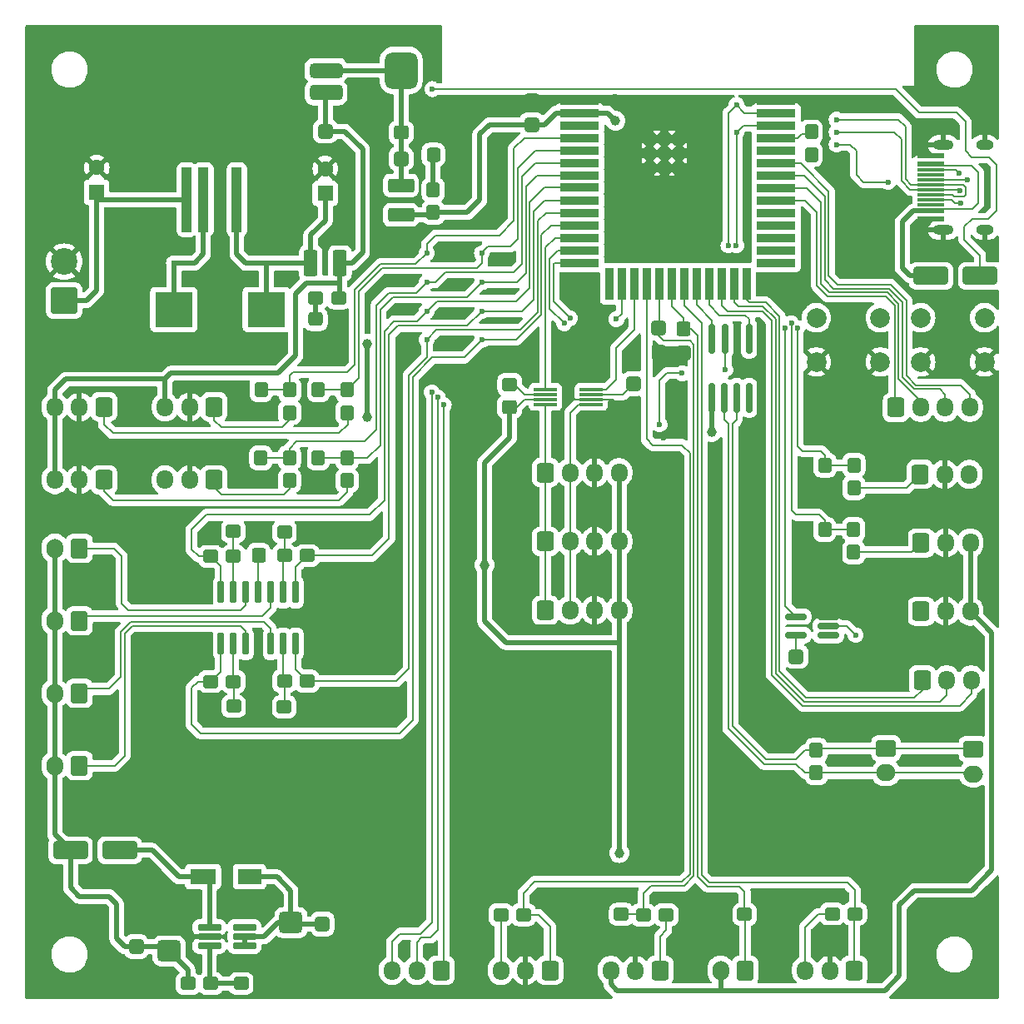
<source format=gbr>
%TF.GenerationSoftware,KiCad,Pcbnew,8.0.2*%
%TF.CreationDate,2025-03-10T15:18:04+08:00*%
%TF.ProjectId,sensorboard_v10,73656e73-6f72-4626-9f61-72645f763130,rev?*%
%TF.SameCoordinates,Original*%
%TF.FileFunction,Copper,L1,Top*%
%TF.FilePolarity,Positive*%
%FSLAX46Y46*%
G04 Gerber Fmt 4.6, Leading zero omitted, Abs format (unit mm)*
G04 Created by KiCad (PCBNEW 8.0.2) date 2025-03-10 15:18:04*
%MOMM*%
%LPD*%
G01*
G04 APERTURE LIST*
G04 Aperture macros list*
%AMRoundRect*
0 Rectangle with rounded corners*
0 $1 Rounding radius*
0 $2 $3 $4 $5 $6 $7 $8 $9 X,Y pos of 4 corners*
0 Add a 4 corners polygon primitive as box body*
4,1,4,$2,$3,$4,$5,$6,$7,$8,$9,$2,$3,0*
0 Add four circle primitives for the rounded corners*
1,1,$1+$1,$2,$3*
1,1,$1+$1,$4,$5*
1,1,$1+$1,$6,$7*
1,1,$1+$1,$8,$9*
0 Add four rect primitives between the rounded corners*
20,1,$1+$1,$2,$3,$4,$5,0*
20,1,$1+$1,$4,$5,$6,$7,0*
20,1,$1+$1,$6,$7,$8,$9,0*
20,1,$1+$1,$8,$9,$2,$3,0*%
G04 Aperture macros list end*
%TA.AperFunction,SMDPad,CuDef*%
%ADD10RoundRect,0.354167X0.820833X-0.708333X0.820833X0.708333X-0.820833X0.708333X-0.820833X-0.708333X0*%
%TD*%
%TA.AperFunction,SMDPad,CuDef*%
%ADD11RoundRect,0.354167X-0.820833X0.708333X-0.820833X-0.708333X0.820833X-0.708333X0.820833X0.708333X0*%
%TD*%
%TA.AperFunction,ComponentPad*%
%ADD12RoundRect,0.250000X0.600000X0.725000X-0.600000X0.725000X-0.600000X-0.725000X0.600000X-0.725000X0*%
%TD*%
%TA.AperFunction,ComponentPad*%
%ADD13O,1.700000X1.950000*%
%TD*%
%TA.AperFunction,SMDPad,CuDef*%
%ADD14RoundRect,0.278125X0.474375X0.389375X-0.474375X0.389375X-0.474375X-0.389375X0.474375X-0.389375X0*%
%TD*%
%TA.AperFunction,SMDPad,CuDef*%
%ADD15RoundRect,0.278125X0.389375X-0.474375X0.389375X0.474375X-0.389375X0.474375X-0.389375X-0.474375X0*%
%TD*%
%TA.AperFunction,SMDPad,CuDef*%
%ADD16R,2.350000X0.300000*%
%TD*%
%TA.AperFunction,SMDPad,CuDef*%
%ADD17RoundRect,0.305575X-0.412525X0.460025X-0.412525X-0.460025X0.412525X-0.460025X0.412525X0.460025X0*%
%TD*%
%TA.AperFunction,SMDPad,CuDef*%
%ADD18RoundRect,0.308511X-0.416489X0.457089X-0.416489X-0.457089X0.416489X-0.457089X0.416489X0.457089X0*%
%TD*%
%TA.AperFunction,SMDPad,CuDef*%
%ADD19RoundRect,0.090000X-0.210000X1.040000X-0.210000X-1.040000X0.210000X-1.040000X0.210000X1.040000X0*%
%TD*%
%TA.AperFunction,SMDPad,CuDef*%
%ADD20RoundRect,0.091500X-0.213500X1.038500X-0.213500X-1.038500X0.213500X-1.038500X0.213500X1.038500X0*%
%TD*%
%TA.AperFunction,SMDPad,CuDef*%
%ADD21RoundRect,0.305575X0.460025X0.412525X-0.460025X0.412525X-0.460025X-0.412525X0.460025X-0.412525X0*%
%TD*%
%TA.AperFunction,SMDPad,CuDef*%
%ADD22RoundRect,0.308511X0.457089X0.416489X-0.457089X0.416489X-0.457089X-0.416489X0.457089X-0.416489X0*%
%TD*%
%TA.AperFunction,ComponentPad*%
%ADD23RoundRect,0.250000X0.600000X0.750000X-0.600000X0.750000X-0.600000X-0.750000X0.600000X-0.750000X0*%
%TD*%
%TA.AperFunction,ComponentPad*%
%ADD24O,1.700000X2.000000*%
%TD*%
%TA.AperFunction,ComponentPad*%
%ADD25R,1.600000X1.600000*%
%TD*%
%TA.AperFunction,ComponentPad*%
%ADD26C,1.600000*%
%TD*%
%TA.AperFunction,SMDPad,CuDef*%
%ADD27R,4.000000X0.900000*%
%TD*%
%TA.AperFunction,SMDPad,CuDef*%
%ADD28R,4.000000X0.820000*%
%TD*%
%TA.AperFunction,SMDPad,CuDef*%
%ADD29R,0.900000X3.250000*%
%TD*%
%TA.AperFunction,SMDPad,CuDef*%
%ADD30R,4.000000X0.890000*%
%TD*%
%TA.AperFunction,SMDPad,CuDef*%
%ADD31R,1.000000X1.000000*%
%TD*%
%TA.AperFunction,ComponentPad*%
%ADD32C,0.600000*%
%TD*%
%TA.AperFunction,ComponentPad*%
%ADD33RoundRect,0.250000X-0.600000X-0.725000X0.600000X-0.725000X0.600000X0.725000X-0.600000X0.725000X0*%
%TD*%
%TA.AperFunction,SMDPad,CuDef*%
%ADD34RoundRect,0.150000X-0.150000X1.350000X-0.150000X-1.350000X0.150000X-1.350000X0.150000X1.350000X0*%
%TD*%
%TA.AperFunction,SMDPad,CuDef*%
%ADD35RoundRect,0.150000X-0.150000X1.337500X-0.150000X-1.337500X0.150000X-1.337500X0.150000X1.337500X0*%
%TD*%
%TA.AperFunction,SMDPad,CuDef*%
%ADD36RoundRect,0.304348X0.420652X0.395652X-0.420652X0.395652X-0.420652X-0.395652X0.420652X-0.395652X0*%
%TD*%
%TA.AperFunction,ComponentPad*%
%ADD37C,2.000000*%
%TD*%
%TA.AperFunction,SMDPad,CuDef*%
%ADD38RoundRect,0.278125X-0.389375X0.474375X-0.389375X-0.474375X0.389375X-0.474375X0.389375X0.474375X0*%
%TD*%
%TA.AperFunction,SMDPad,CuDef*%
%ADD39RoundRect,0.278125X-0.474375X-0.389375X0.474375X-0.389375X0.474375X0.389375X-0.474375X0.389375X0*%
%TD*%
%TA.AperFunction,SMDPad,CuDef*%
%ADD40RoundRect,0.305575X-0.460025X-0.412525X0.460025X-0.412525X0.460025X0.412525X-0.460025X0.412525X0*%
%TD*%
%TA.AperFunction,SMDPad,CuDef*%
%ADD41RoundRect,0.308511X-0.457089X-0.416489X0.457089X-0.416489X0.457089X0.416489X-0.457089X0.416489X0*%
%TD*%
%TA.AperFunction,SMDPad,CuDef*%
%ADD42RoundRect,0.305575X0.412525X-0.460025X0.412525X0.460025X-0.412525X0.460025X-0.412525X-0.460025X0*%
%TD*%
%TA.AperFunction,SMDPad,CuDef*%
%ADD43RoundRect,0.308511X0.416489X-0.457089X0.416489X0.457089X-0.416489X0.457089X-0.416489X-0.457089X0*%
%TD*%
%TA.AperFunction,SMDPad,CuDef*%
%ADD44RoundRect,0.250001X1.074999X-0.462499X1.074999X0.462499X-1.074999X0.462499X-1.074999X-0.462499X0*%
%TD*%
%TA.AperFunction,SMDPad,CuDef*%
%ADD45R,2.400000X1.600000*%
%TD*%
%TA.AperFunction,SMDPad,CuDef*%
%ADD46R,2.650000X1.600000*%
%TD*%
%TA.AperFunction,ComponentPad*%
%ADD47RoundRect,0.250000X-0.750000X0.600000X-0.750000X-0.600000X0.750000X-0.600000X0.750000X0.600000X0*%
%TD*%
%TA.AperFunction,ComponentPad*%
%ADD48O,2.000000X1.700000*%
%TD*%
%TA.AperFunction,SMDPad,CuDef*%
%ADD49R,3.800000X3.600000*%
%TD*%
%TA.AperFunction,ComponentPad*%
%ADD50RoundRect,0.250001X1.099999X-1.099999X1.099999X1.099999X-1.099999X1.099999X-1.099999X-1.099999X0*%
%TD*%
%TA.AperFunction,ComponentPad*%
%ADD51C,2.700000*%
%TD*%
%TA.AperFunction,SMDPad,CuDef*%
%ADD52RoundRect,0.162500X-1.052500X-0.162500X1.052500X-0.162500X1.052500X0.162500X-1.052500X0.162500X0*%
%TD*%
%TA.AperFunction,SMDPad,CuDef*%
%ADD53RoundRect,0.250000X1.500000X0.650000X-1.500000X0.650000X-1.500000X-0.650000X1.500000X-0.650000X0*%
%TD*%
%TA.AperFunction,SMDPad,CuDef*%
%ADD54RoundRect,0.250001X-0.462499X-1.074999X0.462499X-1.074999X0.462499X1.074999X-0.462499X1.074999X0*%
%TD*%
%TA.AperFunction,SMDPad,CuDef*%
%ADD55R,2.695000X0.600000*%
%TD*%
%TA.AperFunction,SMDPad,CuDef*%
%ADD56R,2.695000X0.300000*%
%TD*%
%TA.AperFunction,ComponentPad*%
%ADD57O,2.100000X1.000000*%
%TD*%
%TA.AperFunction,ComponentPad*%
%ADD58O,1.800000X1.000000*%
%TD*%
%TA.AperFunction,SMDPad,CuDef*%
%ADD59RoundRect,0.162500X0.927500X0.162500X-0.927500X0.162500X-0.927500X-0.162500X0.927500X-0.162500X0*%
%TD*%
%TA.AperFunction,SMDPad,CuDef*%
%ADD60RoundRect,0.304348X-0.395652X0.420652X-0.395652X-0.420652X0.395652X-0.420652X0.395652X0.420652X0*%
%TD*%
%TA.AperFunction,SMDPad,CuDef*%
%ADD61RoundRect,0.250000X0.300000X-3.075000X0.300000X3.075000X-0.300000X3.075000X-0.300000X-3.075000X0*%
%TD*%
%TA.AperFunction,SMDPad,CuDef*%
%ADD62RoundRect,0.250000X2.375000X-2.025000X2.375000X2.025000X-2.375000X2.025000X-2.375000X-2.025000X0*%
%TD*%
%TA.AperFunction,SMDPad,CuDef*%
%ADD63RoundRect,0.271279X5.128721X-4.828721X5.128721X4.828721X-5.128721X4.828721X-5.128721X-4.828721X0*%
%TD*%
%TA.AperFunction,SMDPad,CuDef*%
%ADD64RoundRect,0.288461X2.336539X-2.386539X2.336539X2.386539X-2.336539X2.386539X-2.336539X-2.386539X0*%
%TD*%
%TA.AperFunction,SMDPad,CuDef*%
%ADD65RoundRect,0.375000X-1.300000X-0.375000X1.300000X-0.375000X1.300000X0.375000X-1.300000X0.375000X0*%
%TD*%
%TA.AperFunction,SMDPad,CuDef*%
%ADD66RoundRect,0.837500X-0.837500X-1.062500X0.837500X-1.062500X0.837500X1.062500X-0.837500X1.062500X0*%
%TD*%
%TA.AperFunction,SMDPad,CuDef*%
%ADD67RoundRect,0.387500X-1.287500X-0.387500X1.287500X-0.387500X1.287500X0.387500X-1.287500X0.387500X0*%
%TD*%
%TA.AperFunction,ViaPad*%
%ADD68C,0.600000*%
%TD*%
%TA.AperFunction,ViaPad*%
%ADD69C,1.000000*%
%TD*%
%TA.AperFunction,Conductor*%
%ADD70C,0.500000*%
%TD*%
%TA.AperFunction,Conductor*%
%ADD71C,0.200000*%
%TD*%
G04 APERTURE END LIST*
D10*
%TO.P,C33,1*%
%TO.N,+24V*%
X115100000Y-144637500D03*
%TO.P,C33,2*%
%TO.N,GND*%
X115100000Y-140762500D03*
%TD*%
D11*
%TO.P,C32,1*%
%TO.N,+12V*%
X127500000Y-141762500D03*
%TO.P,C32,2*%
%TO.N,GND*%
X127500000Y-145637500D03*
%TD*%
D12*
%TO.P,J14,1,Pin_1*%
%TO.N,POT4_IN*%
X108500000Y-96725000D03*
D13*
%TO.P,J14,2,Pin_2*%
%TO.N,GND*%
X106000000Y-96725000D03*
%TO.P,J14,3,Pin_3*%
%TO.N,+5V*%
X103500000Y-96725000D03*
%TD*%
D14*
%TO.P,R37,1*%
%TO.N,PUMP_THERM_IN*%
X173652500Y-140932500D03*
%TO.P,R37,2*%
%TO.N,GND*%
X171347500Y-140932500D03*
%TD*%
D15*
%TO.P,R14,1*%
%TO.N,GND*%
X124435000Y-96805000D03*
%TO.P,R14,2*%
%TO.N,POT3_OUT*%
X124435000Y-94500000D03*
%TD*%
D16*
%TO.P,U7,1,B2*%
%TO.N,SCL*%
X158040600Y-89050000D03*
%TO.P,U7,2,GND*%
%TO.N,GND*%
X158040600Y-88550000D03*
%TO.P,U7,3,VCCA*%
%TO.N,+3.3V*%
X158040600Y-88050000D03*
%TO.P,U7,4,A2*%
%TO.N,SCL_3V3*%
X158040600Y-87550000D03*
%TO.P,U7,5,A1*%
%TO.N,SDA_3V3*%
X153390600Y-87550000D03*
%TO.P,U7,6,OE*%
%TO.N,+3.3V*%
X153390600Y-88050000D03*
%TO.P,U7,7,VCCB*%
%TO.N,+5V*%
X153390600Y-88550000D03*
%TO.P,U7,8,B1*%
%TO.N,SDA*%
X153390600Y-89050000D03*
%TD*%
D14*
%TO.P,R31,1*%
%TO.N,GND*%
X129152500Y-102032500D03*
%TO.P,R31,2*%
%TO.N,Net-(U6A--)*%
X126847500Y-102032500D03*
%TD*%
D17*
%TO.P,C35,1*%
%TO.N,GND*%
X111806900Y-141784400D03*
D18*
%TO.P,C35,2*%
%TO.N,+24V*%
X111800000Y-144215600D03*
%TD*%
D19*
%TO.P,U6,1*%
%TO.N,BRAKE_TEMP_OUT2*%
X127988517Y-108180000D03*
%TO.P,U6,2,-*%
%TO.N,Net-(U6A--)*%
X126718517Y-108180000D03*
%TO.P,U6,3,+*%
%TO.N,BRAKE_TEMP2*%
X125448517Y-108180000D03*
%TO.P,U6,4,V+*%
%TO.N,+3.3V*%
X124178517Y-108180000D03*
%TO.P,U6,5,+*%
%TO.N,BRAKE_TEMP1*%
X122908517Y-108180000D03*
%TO.P,U6,6,-*%
%TO.N,Net-(U6B--)*%
X121638517Y-108180000D03*
%TO.P,U6,7*%
%TO.N,BRAKE_TEMP_OUT1*%
X120368517Y-108180000D03*
%TO.P,U6,8*%
%TO.N,BRAKE_TEMP_OUT4*%
X120368517Y-113420000D03*
D20*
%TO.P,U6,9,-*%
%TO.N,Net-(U6C--)*%
X121633517Y-113420000D03*
D19*
%TO.P,U6,10,+*%
%TO.N,BRAKE_TEMP4*%
X122908517Y-113420000D03*
%TO.P,U6,11,V-*%
%TO.N,GND*%
X124178517Y-113420000D03*
%TO.P,U6,12,+*%
%TO.N,BRAKE_TEMP3*%
X125448517Y-113420000D03*
%TO.P,U6,13,-*%
%TO.N,Net-(U6D--)*%
X126718517Y-113420000D03*
%TO.P,U6,14*%
%TO.N,BRAKE_TEMP_OUT3*%
X127988517Y-113420000D03*
%TD*%
D12*
%TO.P,J13,1,Pin_1*%
%TO.N,POT2_IN*%
X108500000Y-89325000D03*
D13*
%TO.P,J13,2,Pin_2*%
%TO.N,GND*%
X106000000Y-89325000D03*
%TO.P,J13,3,Pin_3*%
%TO.N,+5V*%
X103500000Y-89325000D03*
%TD*%
D21*
%TO.P,C27,1*%
%TO.N,+5V*%
X149731200Y-89306900D03*
D22*
%TO.P,C27,2*%
%TO.N,GND*%
X147300000Y-89300000D03*
%TD*%
D12*
%TO.P,J26,1,Pin_1*%
%TO.N,Temp_sensor*%
X153850000Y-146625000D03*
D13*
%TO.P,J26,2,Pin_2*%
%TO.N,GND*%
X151350000Y-146625000D03*
%TO.P,J26,3,Pin_3*%
%TO.N,+3.3V*%
X148850000Y-146625000D03*
%TD*%
D23*
%TO.P,J4,1,Pin_1*%
%TO.N,BRAKE_TEMP1*%
X106000000Y-103700000D03*
D24*
%TO.P,J4,2,Pin_2*%
%TO.N,+24V*%
X103500000Y-103700000D03*
%TD*%
D14*
%TO.P,R36,1*%
%TO.N,+3.3V*%
X149752500Y-87032500D03*
%TO.P,R36,2*%
%TO.N,GND*%
X147447500Y-87032500D03*
%TD*%
D15*
%TO.P,R9,1*%
%TO.N,POT2_IN*%
X133217500Y-89902500D03*
%TO.P,R9,2*%
%TO.N,POT2_OUT*%
X133217500Y-87597500D03*
%TD*%
D25*
%TO.P,C7,1*%
%TO.N,+12V*%
X107750000Y-67500000D03*
D26*
%TO.P,C7,2*%
%TO.N,GND*%
X107750000Y-65000000D03*
%TD*%
D15*
%TO.P,R39,1*%
%TO.N,+3.3V*%
X141967500Y-69552500D03*
%TO.P,R39,2*%
%TO.N,Net-(D4-A)*%
X141967500Y-67247500D03*
%TD*%
D27*
%TO.P,U1,1,GND*%
%TO.N,GND*%
X156860000Y-58150000D03*
%TO.P,U1,2,3V3*%
%TO.N,+3.3V*%
X156860000Y-59420000D03*
%TO.P,U1,3,EN*%
%TO.N,/ESP_EN*%
X156860000Y-60690000D03*
%TO.P,U1,4,IO4*%
%TO.N,POT1_OUT*%
X156860000Y-61960000D03*
%TO.P,U1,5,IO5*%
%TO.N,POT2_OUT*%
X156860000Y-63230000D03*
%TO.P,U1,6,IO6*%
%TO.N,POT3_OUT*%
X156860000Y-64500000D03*
%TO.P,U1,7,IO7*%
%TO.N,POT4_OUT*%
X156860000Y-65770000D03*
D28*
%TO.P,U1,8,IO15*%
%TO.N,BRAKE_TEMP_OUT1*%
X156860000Y-67000000D03*
D27*
%TO.P,U1,9,IO16*%
%TO.N,BRAKE_TEMP_OUT2*%
X156860000Y-68310000D03*
%TO.P,U1,10,IO17*%
%TO.N,BRAKE_TEMP_OUT3*%
X156860000Y-69580000D03*
%TO.P,U1,11,IO18*%
%TO.N,BRAKE_TEMP_OUT4*%
X156860000Y-70850000D03*
%TO.P,U1,12,IO8*%
%TO.N,SDA_3V3*%
X156860000Y-72120000D03*
%TO.P,U1,13,USB_D-/IO19*%
%TO.N,IO19*%
X156860000Y-73390000D03*
%TO.P,U1,14,USB_D+/IO20*%
%TO.N,IO20*%
X156860000Y-74660000D03*
D29*
%TO.P,U1,15,IO3*%
%TO.N,LVB_S*%
X159875000Y-76785000D03*
%TO.P,U1,16,IO46*%
%TO.N,IO46*%
X161145000Y-76785000D03*
%TO.P,U1,17,IO9*%
%TO.N,SCL_3V3*%
X162415000Y-76785000D03*
%TO.P,U1,18,IO10*%
%TO.N,Temp_sensor*%
X163685000Y-76785000D03*
%TO.P,U1,19,IO11*%
%TO.N,BRAKE_OUT*%
X164955000Y-76785000D03*
%TO.P,U1,20,IO12*%
%TO.N,PUMP_THERM_IN*%
X166225000Y-76785000D03*
%TO.P,U1,21,IO13*%
%TO.N,LVB_TEMP*%
X167495000Y-76785000D03*
%TO.P,U1,22,IO14*%
%TO.N,CAN_RX*%
X168765000Y-76785000D03*
%TO.P,U1,23,IO21*%
%TO.N,CAN_TX*%
X170035000Y-76785000D03*
%TO.P,U1,24,IO47*%
%TO.N,IO47*%
X171305000Y-76785000D03*
%TO.P,U1,25,IO48*%
%TO.N,IO48*%
X172575000Y-76785000D03*
%TO.P,U1,26,IO45*%
%TO.N,IO45*%
X173845000Y-76785000D03*
D27*
%TO.P,U1,27,IO0*%
%TO.N,IO0*%
X176860000Y-74660000D03*
%TO.P,U1,28,NC*%
%TO.N,unconnected-(U1-NC-Pad28)*%
X176860000Y-73390000D03*
%TO.P,U1,29,NC*%
%TO.N,unconnected-(U1-NC-Pad29)*%
X176860000Y-72120000D03*
D30*
%TO.P,U1,30,NC*%
%TO.N,unconnected-(U1-NC-Pad30)*%
X176860000Y-70855000D03*
D27*
%TO.P,U1,31,IO38*%
%TO.N,FLOW_OUT*%
X176860000Y-69580000D03*
%TO.P,U1,32,MTCK/IO39*%
%TO.N,IO39*%
X176860000Y-68310000D03*
%TO.P,U1,33,MTDO/IO40*%
%TO.N,IO40*%
X176860000Y-67040000D03*
%TO.P,U1,34,MTDI/IO41*%
%TO.N,IO41*%
X176860000Y-65770000D03*
%TO.P,U1,35,MTMS/IO42*%
%TO.N,IO42*%
X176860000Y-64500000D03*
%TO.P,U1,36,RXD0/IO44*%
%TO.N,USB_TX*%
X176860000Y-63230000D03*
%TO.P,U1,37,TXD0/IO43*%
%TO.N,USB_RX*%
X176860000Y-61960000D03*
%TO.P,U1,38,IO2*%
%TO.N,APPS_3.3V_OUT*%
X176860000Y-60690000D03*
%TO.P,U1,39,IO1*%
%TO.N,APPS_5V_OUT*%
X176860000Y-59420000D03*
%TO.P,U1,40,GND*%
%TO.N,GND*%
X176860000Y-58150000D03*
D31*
%TO.P,U1,41,GND*%
X164000000Y-62000000D03*
D32*
X164000000Y-62750000D03*
D31*
X164000000Y-63500000D03*
D32*
X164000000Y-64250000D03*
D31*
X164000000Y-65000000D03*
D32*
X164750000Y-62000000D03*
X164750000Y-63500000D03*
X164750000Y-65000000D03*
D31*
X165500000Y-62000000D03*
D32*
X165500000Y-62750000D03*
D31*
X165500000Y-63500000D03*
D32*
X165500000Y-64250000D03*
D31*
X165500000Y-65000000D03*
D32*
X166250000Y-62000000D03*
X166250000Y-63500000D03*
X166250000Y-65000000D03*
D31*
X167000000Y-62000000D03*
D32*
X167000000Y-62750000D03*
D31*
X167000000Y-63500000D03*
D32*
X167000000Y-64250000D03*
D31*
X167000000Y-65000000D03*
%TD*%
D15*
%TO.P,R7,1*%
%TO.N,POT1_IN*%
X127384166Y-89902500D03*
%TO.P,R7,2*%
%TO.N,POT1_OUT*%
X127384166Y-87597500D03*
%TD*%
D33*
%TO.P,J19,1,Pin_1*%
%TO.N,APPS_3.3IN*%
X191500000Y-96175000D03*
D13*
%TO.P,J19,2,Pin_2*%
%TO.N,GND*%
X194000000Y-96175000D03*
%TO.P,J19,3,Pin_3*%
%TO.N,+3.3V*%
X196500000Y-96175000D03*
%TD*%
D33*
%TO.P,J6,1,Pin_1*%
%TO.N,SDA*%
X153390600Y-96000000D03*
D13*
%TO.P,J6,2,Pin_2*%
%TO.N,SCL*%
X155890600Y-96000000D03*
%TO.P,J6,3,Pin_3*%
%TO.N,GND*%
X158390600Y-96000000D03*
%TO.P,J6,4,Pin_4*%
%TO.N,+5V*%
X160890600Y-96000000D03*
%TD*%
D34*
%TO.P,U3,1,TXD*%
%TO.N,CAN_TX*%
X174105000Y-82400000D03*
%TO.P,U3,2,GND*%
%TO.N,GND*%
X172835000Y-82400000D03*
D35*
%TO.P,U3,3,VCC*%
%TO.N,+5V*%
X171700000Y-82387500D03*
D34*
%TO.P,U3,4,RXD*%
%TO.N,CAN_RX*%
X170295000Y-82400000D03*
%TO.P,U3,5,VIO*%
%TO.N,+3.3V*%
X170295000Y-88400000D03*
%TO.P,U3,6,CANL*%
%TO.N,CAN-*%
X171565000Y-88400000D03*
%TO.P,U3,7,CANH*%
%TO.N,CAN+*%
X172835000Y-88400000D03*
%TO.P,U3,8,S*%
%TO.N,unconnected-(U3-S-Pad8)*%
X174105000Y-88400000D03*
%TD*%
D36*
%TO.P,D3,1,K*%
%TO.N,GND*%
X132375000Y-80400000D03*
%TO.P,D3,2,A*%
%TO.N,Net-(D3-A)*%
X130025000Y-80400000D03*
%TD*%
D37*
%TO.P,SW2,1,A*%
%TO.N,GND*%
X198050000Y-84750000D03*
X191550000Y-84750000D03*
%TO.P,SW2,2,B*%
%TO.N,/ESP_EN*%
X198050000Y-80250000D03*
X191550000Y-80250000D03*
%TD*%
D38*
%TO.P,R6,1*%
%TO.N,CAN+*%
X180932500Y-124247500D03*
%TO.P,R6,2*%
%TO.N,CAN-*%
X180932500Y-126552500D03*
%TD*%
D39*
%TO.P,R35,1*%
%TO.N,GND*%
X119368983Y-119767500D03*
%TO.P,R35,2*%
%TO.N,Net-(U6C--)*%
X121673983Y-119767500D03*
%TD*%
D23*
%TO.P,J9,1,Pin_1*%
%TO.N,BRAKE_TEMP4*%
X106000000Y-125800000D03*
D24*
%TO.P,J9,2,Pin_2*%
%TO.N,+24V*%
X103500000Y-125800000D03*
%TD*%
D39*
%TO.P,R30,1*%
%TO.N,Net-(U6A--)*%
X126847500Y-104451900D03*
%TO.P,R30,2*%
%TO.N,BRAKE_TEMP_OUT2*%
X129152500Y-104451900D03*
%TD*%
D12*
%TO.P,J15,1,Pin_1*%
%TO.N,POT3_IN*%
X119700000Y-96725000D03*
D13*
%TO.P,J15,2,Pin_2*%
%TO.N,GND*%
X117200000Y-96725000D03*
%TO.P,J15,3,Pin_3*%
%TO.N,+5V*%
X114700000Y-96725000D03*
%TD*%
D15*
%TO.P,R10,1*%
%TO.N,GND*%
X130300832Y-89902500D03*
%TO.P,R10,2*%
%TO.N,POT2_OUT*%
X130300832Y-87597500D03*
%TD*%
D40*
%TO.P,C10,1*%
%TO.N,GND*%
X136284400Y-64093100D03*
D41*
%TO.P,C10,2*%
%TO.N,Net-(U5-VO)*%
X138715600Y-64100000D03*
%TD*%
D42*
%TO.P,C26,1*%
%TO.N,GND*%
X162383700Y-89365600D03*
D43*
%TO.P,C26,2*%
%TO.N,+3.3V*%
X162390600Y-86934400D03*
%TD*%
D14*
%TO.P,R38,1*%
%TO.N,+5V*%
X132352500Y-78232500D03*
%TO.P,R38,2*%
%TO.N,Net-(D3-A)*%
X130047500Y-78232500D03*
%TD*%
D15*
%TO.P,R11,1*%
%TO.N,POT4_IN*%
X133217500Y-96805000D03*
%TO.P,R11,2*%
%TO.N,POT4_OUT*%
X133217500Y-94500000D03*
%TD*%
%TO.P,R12,1*%
%TO.N,GND*%
X130290000Y-96805000D03*
%TO.P,R12,2*%
%TO.N,POT4_OUT*%
X130290000Y-94500000D03*
%TD*%
D39*
%TO.P,R44,1*%
%TO.N,Net-(U9-FB)*%
X122447500Y-147967500D03*
%TO.P,R44,2*%
%TO.N,GND*%
X124752500Y-147967500D03*
%TD*%
D21*
%TO.P,C30,1*%
%TO.N,GND*%
X181315600Y-114706900D03*
D22*
%TO.P,C30,2*%
%TO.N,+3.3V*%
X178884400Y-114700000D03*
%TD*%
D33*
%TO.P,J18,1,Pin_1*%
%TO.N,FLOW_IN*%
X191600000Y-110100000D03*
D13*
%TO.P,J18,2,Pin_2*%
%TO.N,GND*%
X194100000Y-110100000D03*
%TO.P,J18,3,Pin_3*%
%TO.N,+5V*%
X196600000Y-110100000D03*
%TD*%
D44*
%TO.P,F1,1*%
%TO.N,+3.3V*%
X138700000Y-69787500D03*
%TO.P,F1,2*%
%TO.N,Net-(U5-VO)*%
X138700000Y-66812500D03*
%TD*%
D45*
%TO.P,L2,1,1*%
%TO.N,+12V*%
X123300000Y-137100000D03*
D46*
%TO.P,L2,2,2*%
%TO.N,Net-(D5-K)*%
X118575000Y-137100000D03*
%TD*%
D47*
%TO.P,J21,1,Pin_1*%
%TO.N,CAN+*%
X196925000Y-124150000D03*
D48*
%TO.P,J21,2,Pin_2*%
%TO.N,CAN-*%
X196925000Y-126650000D03*
%TD*%
D49*
%TO.P,L1,1,1*%
%TO.N,Net-(D2-K)*%
X115600000Y-79425000D03*
%TO.P,L1,2,2*%
%TO.N,Net-(U4-FB)*%
X125000000Y-79425000D03*
%TD*%
D50*
%TO.P,J3,1,Pin_1*%
%TO.N,+12V*%
X104450000Y-78507500D03*
D51*
%TO.P,J3,2,Pin_2*%
%TO.N,GND*%
X104450000Y-74547500D03*
%TD*%
D15*
%TO.P,R22,1*%
%TO.N,GND*%
X181815397Y-97552500D03*
%TO.P,R22,2*%
%TO.N,APPS_3.3V_OUT*%
X181815397Y-95247500D03*
%TD*%
D25*
%TO.P,C11,1*%
%TO.N,Net-(U4-FB)*%
X131000000Y-67600000D03*
D26*
%TO.P,C11,2*%
%TO.N,GND*%
X131000000Y-65100000D03*
%TD*%
D52*
%TO.P,U9,1,SW*%
%TO.N,Net-(D5-K)*%
X119215000Y-142250000D03*
%TO.P,U9,2,GND*%
%TO.N,GND*%
X119215000Y-143200000D03*
%TO.P,U9,3,FB*%
%TO.N,Net-(U9-FB)*%
X119215000Y-144150000D03*
%TO.P,U9,4,EN*%
%TO.N,+12V*%
X122785000Y-144150000D03*
%TO.P,U9,5,IN*%
X122785000Y-143200000D03*
%TO.P,U9,6,NC*%
%TO.N,unconnected-(U9-NC-Pad6)*%
X122785000Y-142250000D03*
%TD*%
D14*
%TO.P,R33,1*%
%TO.N,GND*%
X129131017Y-119832500D03*
%TO.P,R33,2*%
%TO.N,Net-(U6D--)*%
X126826017Y-119832500D03*
%TD*%
D12*
%TO.P,J1,1,Pin_1*%
%TO.N,IO46*%
X142800000Y-146625000D03*
D13*
%TO.P,J1,2,Pin_2*%
%TO.N,IO20*%
X140300000Y-146625000D03*
%TO.P,J1,3,Pin_3*%
%TO.N,IO19*%
X137800000Y-146625000D03*
%TD*%
D53*
%TO.P,D1,1,K*%
%TO.N,+5V*%
X197600000Y-76000000D03*
%TO.P,D1,2,A*%
%TO.N,Net-(D1-A)*%
X192600000Y-76000000D03*
%TD*%
D39*
%TO.P,R23,1*%
%TO.N,+24V*%
X117047500Y-147967500D03*
%TO.P,R23,2*%
%TO.N,Net-(U9-FB)*%
X119352500Y-147967500D03*
%TD*%
D54*
%TO.P,F2,1*%
%TO.N,Net-(U4-FB)*%
X129512500Y-74700000D03*
%TO.P,F2,2*%
%TO.N,+5V*%
X132487500Y-74700000D03*
%TD*%
D55*
%TO.P,J2,A1,GND*%
%TO.N,GND*%
X192547500Y-70200000D03*
%TO.P,J2,A4,VBUS*%
%TO.N,Net-(D1-A)*%
X192547500Y-69400000D03*
D56*
%TO.P,J2,A5,CC1*%
%TO.N,Net-(J2-CC1)*%
X192547500Y-68250000D03*
%TO.P,J2,A6,D+*%
%TO.N,D+*%
X192547500Y-67250000D03*
%TO.P,J2,A7,D-*%
%TO.N,D-*%
X192547500Y-66750000D03*
%TO.P,J2,A8*%
%TO.N,N/C*%
X192547500Y-65750000D03*
D55*
%TO.P,J2,A9,VBUS*%
%TO.N,Net-(D1-A)*%
X192547500Y-64600000D03*
%TO.P,J2,A12,GND*%
%TO.N,GND*%
X192547500Y-63800000D03*
%TO.P,J2,B1,GND*%
X192547500Y-63800000D03*
%TO.P,J2,B4,VBUS*%
%TO.N,Net-(D1-A)*%
X192547500Y-64600000D03*
D56*
%TO.P,J2,B5,CC2*%
%TO.N,Net-(J2-CC2)*%
X192547500Y-65250000D03*
%TO.P,J2,B6,D+*%
%TO.N,D+*%
X192547500Y-66250000D03*
%TO.P,J2,B7,D-*%
%TO.N,D-*%
X192547500Y-67750000D03*
%TO.P,J2,B8*%
%TO.N,N/C*%
X192547500Y-68750000D03*
D55*
%TO.P,J2,B9,VBUS*%
%TO.N,Net-(D1-A)*%
X192547500Y-69400000D03*
%TO.P,J2,B12,GND*%
%TO.N,GND*%
X192547500Y-70200000D03*
D57*
%TO.P,J2,S1,SHIELD*%
X193875000Y-71320000D03*
D58*
X198075000Y-71320000D03*
D57*
X193875000Y-62680000D03*
D58*
X198075000Y-62680000D03*
%TD*%
D38*
%TO.P,R43,1*%
%TO.N,USB_RX*%
X180432500Y-61347500D03*
%TO.P,R43,2*%
%TO.N,Net-(U2-RXD)*%
X180432500Y-63652500D03*
%TD*%
D33*
%TO.P,J7,1,Pin_1*%
%TO.N,SDA*%
X153390600Y-103000000D03*
D13*
%TO.P,J7,2,Pin_2*%
%TO.N,SCL*%
X155890600Y-103000000D03*
%TO.P,J7,3,Pin_3*%
%TO.N,GND*%
X158390600Y-103000000D03*
%TO.P,J7,4,Pin_4*%
%TO.N,+5V*%
X160890600Y-103000000D03*
%TD*%
D15*
%TO.P,R8,1*%
%TO.N,GND*%
X124467500Y-89902500D03*
%TO.P,R8,2*%
%TO.N,POT1_OUT*%
X124467500Y-87597500D03*
%TD*%
D33*
%TO.P,J16,1,Pin_1*%
%TO.N,APPS_5V_IN*%
X191600000Y-103150000D03*
D13*
%TO.P,J16,2,Pin_2*%
%TO.N,GND*%
X194100000Y-103150000D03*
%TO.P,J16,3,Pin_3*%
%TO.N,+5V*%
X196600000Y-103150000D03*
%TD*%
D33*
%TO.P,J25,1,Pin_1*%
%TO.N,IO39*%
X189050000Y-89375000D03*
D13*
%TO.P,J25,2,Pin_2*%
%TO.N,IO40*%
X191550000Y-89375000D03*
%TO.P,J25,3,Pin_3*%
%TO.N,IO41*%
X194050000Y-89375000D03*
%TO.P,J25,4,Pin_4*%
%TO.N,IO42*%
X196550000Y-89375000D03*
%TD*%
D12*
%TO.P,J27,1,Pin_1*%
%TO.N,LVB_TEMP*%
X184800000Y-146625000D03*
D13*
%TO.P,J27,2,Pin_2*%
%TO.N,GND*%
X182300000Y-146625000D03*
%TO.P,J27,3,Pin_3*%
%TO.N,+3.3V*%
X179800000Y-146625000D03*
%TD*%
D59*
%TO.P,U8,1,NC*%
%TO.N,unconnected-(U8-NC-Pad1)*%
X182160000Y-112550000D03*
%TO.P,U8,2*%
%TO.N,Net-(C31-Pad2)*%
X182160000Y-111600000D03*
%TO.P,U8,3,GND*%
%TO.N,GND*%
X182160000Y-110650000D03*
%TO.P,U8,4*%
%TO.N,FLOW_OUT*%
X178840000Y-110650000D03*
%TO.P,U8,5,VCC*%
%TO.N,+3.3V*%
X178840000Y-112550000D03*
%TD*%
D39*
%TO.P,R18,1*%
%TO.N,GND*%
X158795000Y-140925000D03*
%TO.P,R18,2*%
%TO.N,BRAKE_OUT*%
X161100000Y-140925000D03*
%TD*%
D15*
%TO.P,R13,1*%
%TO.N,POT3_IN*%
X127362500Y-96805000D03*
%TO.P,R13,2*%
%TO.N,POT3_OUT*%
X127362500Y-94500000D03*
%TD*%
D47*
%TO.P,J11,1,Pin_1*%
%TO.N,CAN+*%
X188025000Y-124050000D03*
D48*
%TO.P,J11,2,Pin_2*%
%TO.N,CAN-*%
X188025000Y-126550000D03*
%TD*%
D14*
%TO.P,R28,1*%
%TO.N,Net-(U6B--)*%
X121652500Y-104532500D03*
%TO.P,R28,2*%
%TO.N,BRAKE_TEMP_OUT1*%
X119347500Y-104532500D03*
%TD*%
D53*
%TO.P,D5,1,K*%
%TO.N,Net-(D5-K)*%
X110100000Y-134400000D03*
%TO.P,D5,2,A*%
%TO.N,+24V*%
X105100000Y-134400000D03*
%TD*%
D42*
%TO.P,C18,1*%
%TO.N,GND*%
X164893100Y-83715600D03*
D43*
%TO.P,C18,2*%
%TO.N,BRAKE_OUT*%
X164900000Y-81284400D03*
%TD*%
D60*
%TO.P,D4,1,K*%
%TO.N,GND*%
X142000000Y-61325000D03*
%TO.P,D4,2,A*%
%TO.N,Net-(D4-A)*%
X142000000Y-63675000D03*
%TD*%
D61*
%TO.P,U4,1,VIN*%
%TO.N,+12V*%
X116900000Y-68250000D03*
%TO.P,U4,2,OUT*%
%TO.N,Net-(D2-K)*%
X118600000Y-68250000D03*
%TO.P,U4,3,GND*%
%TO.N,GND*%
X120300000Y-68250000D03*
D62*
X117525000Y-60500000D03*
X123075000Y-60500000D03*
D63*
X120300000Y-57675000D03*
D64*
X117525000Y-55250000D03*
X123075000Y-55250000D03*
D61*
%TO.P,U4,4,FB*%
%TO.N,Net-(U4-FB)*%
X122000000Y-68250000D03*
%TO.P,U4,5,~{ON}/OFF*%
%TO.N,GND*%
X123700000Y-68250000D03*
%TD*%
D23*
%TO.P,J5,1,Pin_1*%
%TO.N,BRAKE_TEMP2*%
X106000000Y-111066666D03*
D24*
%TO.P,J5,2,Pin_2*%
%TO.N,+24V*%
X103500000Y-111066666D03*
%TD*%
D21*
%TO.P,C9,1*%
%TO.N,Net-(U5-VO)*%
X138715600Y-61406900D03*
D22*
%TO.P,C9,2*%
%TO.N,GND*%
X136284400Y-61400000D03*
%TD*%
D12*
%TO.P,J12,1,Pin_1*%
%TO.N,POT1_IN*%
X119700000Y-89325000D03*
D13*
%TO.P,J12,2,Pin_2*%
%TO.N,GND*%
X117200000Y-89325000D03*
%TO.P,J12,3,Pin_3*%
%TO.N,+5V*%
X114700000Y-89325000D03*
%TD*%
D39*
%TO.P,R29,1*%
%TO.N,GND*%
X119347500Y-101967500D03*
%TO.P,R29,2*%
%TO.N,Net-(U6B--)*%
X121652500Y-101967500D03*
%TD*%
D23*
%TO.P,J20,1,Pin_1*%
%TO.N,PUMP_THERM_IN*%
X173700000Y-146625000D03*
D24*
%TO.P,J20,2,Pin_2*%
%TO.N,+5V*%
X171200000Y-146625000D03*
%TD*%
D17*
%TO.P,C2,1*%
%TO.N,GND*%
X152006900Y-58184400D03*
D18*
%TO.P,C2,2*%
%TO.N,+3.3V*%
X152000000Y-60615600D03*
%TD*%
D42*
%TO.P,C21,1*%
%TO.N,+3.3V*%
X124243100Y-104431200D03*
D43*
%TO.P,C21,2*%
%TO.N,GND*%
X124250000Y-102000000D03*
%TD*%
D39*
%TO.P,R1,1*%
%TO.N,+3.3V*%
X182547500Y-140867500D03*
%TO.P,R1,2*%
%TO.N,LVB_TEMP*%
X184852500Y-140867500D03*
%TD*%
D37*
%TO.P,SW1,1,A*%
%TO.N,GND*%
X187450000Y-84750000D03*
X180950000Y-84750000D03*
%TO.P,SW1,2,B*%
%TO.N,IO0*%
X187450000Y-80250000D03*
X180950000Y-80250000D03*
%TD*%
D14*
%TO.P,R34,1*%
%TO.N,Net-(U6C--)*%
X121652500Y-117250000D03*
%TO.P,R34,2*%
%TO.N,BRAKE_TEMP_OUT4*%
X119347500Y-117250000D03*
%TD*%
D15*
%TO.P,R15,1*%
%TO.N,APPS_5V_IN*%
X184735000Y-104100000D03*
%TO.P,R15,2*%
%TO.N,APPS_5V_OUT*%
X184735000Y-101795000D03*
%TD*%
%TO.P,R16,1*%
%TO.N,GND*%
X181782897Y-104100000D03*
%TO.P,R16,2*%
%TO.N,APPS_5V_OUT*%
X181782897Y-101795000D03*
%TD*%
%TO.P,R21,1*%
%TO.N,APPS_3.3IN*%
X184767500Y-97552500D03*
%TO.P,R21,2*%
%TO.N,APPS_3.3V_OUT*%
X184767500Y-95247500D03*
%TD*%
D39*
%TO.P,R40,1*%
%TO.N,+3.3V*%
X148847500Y-140967500D03*
%TO.P,R40,2*%
%TO.N,Temp_sensor*%
X151152500Y-140967500D03*
%TD*%
%TO.P,R32,1*%
%TO.N,Net-(U6D--)*%
X126847500Y-117217500D03*
%TO.P,R32,2*%
%TO.N,BRAKE_TEMP_OUT3*%
X129152500Y-117217500D03*
%TD*%
D33*
%TO.P,J23,1,Pin_1*%
%TO.N,IO45*%
X191700000Y-117075000D03*
D13*
%TO.P,J23,2,Pin_2*%
%TO.N,IO48*%
X194200000Y-117075000D03*
%TO.P,J23,3,Pin_3*%
%TO.N,IO47*%
X196700000Y-117075000D03*
%TD*%
D40*
%TO.P,C8,1*%
%TO.N,GND*%
X128584400Y-61293100D03*
D41*
%TO.P,C8,2*%
%TO.N,+5V*%
X131015600Y-61300000D03*
%TD*%
D23*
%TO.P,J8,1,Pin_1*%
%TO.N,BRAKE_TEMP3*%
X106000000Y-118433332D03*
D24*
%TO.P,J8,2,Pin_2*%
%TO.N,+24V*%
X103500000Y-118433332D03*
%TD*%
D42*
%TO.P,C34,1*%
%TO.N,GND*%
X130693100Y-144331200D03*
D43*
%TO.P,C34,2*%
%TO.N,+12V*%
X130700000Y-141900000D03*
%TD*%
D65*
%TO.P,U5,1,GND*%
%TO.N,GND*%
X131075000Y-52800000D03*
%TO.P,U5,2,VO*%
%TO.N,Net-(U5-VO)*%
X131075000Y-55100000D03*
D66*
X138725000Y-55100000D03*
D67*
%TO.P,U5,3,VI*%
%TO.N,+5V*%
X131075000Y-57375000D03*
%TD*%
D33*
%TO.P,J10,1,Pin_1*%
%TO.N,SDA*%
X153390600Y-110000000D03*
D13*
%TO.P,J10,2,Pin_2*%
%TO.N,SCL*%
X155890600Y-110000000D03*
%TO.P,J10,3,Pin_3*%
%TO.N,GND*%
X158390600Y-110000000D03*
%TO.P,J10,4,Pin_4*%
%TO.N,+5V*%
X160890600Y-110000000D03*
%TD*%
D17*
%TO.P,C28,1*%
%TO.N,PUMP_THERM_IN*%
X167406900Y-81384400D03*
D18*
%TO.P,C28,2*%
%TO.N,GND*%
X167400000Y-83815600D03*
%TD*%
D14*
%TO.P,R17,1*%
%TO.N,BRAKE_IN*%
X165655000Y-140990000D03*
%TO.P,R17,2*%
%TO.N,BRAKE_OUT*%
X163350000Y-140990000D03*
%TD*%
D12*
%TO.P,J17,1,Pin_1*%
%TO.N,BRAKE_IN*%
X165050000Y-146625000D03*
D13*
%TO.P,J17,2,Pin_2*%
%TO.N,GND*%
X162550000Y-146625000D03*
%TO.P,J17,3,Pin_3*%
%TO.N,+5V*%
X160050000Y-146625000D03*
%TD*%
D68*
%TO.N,GND*%
X128700000Y-130000000D03*
X128800000Y-136200000D03*
X170500000Y-64000000D03*
X174000000Y-63500000D03*
X180000000Y-73000000D03*
X107000000Y-82500000D03*
X107000000Y-80500000D03*
X113500000Y-94000000D03*
X116000000Y-94000000D03*
X116000000Y-100000000D03*
X113500000Y-100000000D03*
X156500000Y-84500000D03*
X157500000Y-82000000D03*
X158000000Y-76000000D03*
X155500000Y-76000000D03*
X155500000Y-78500000D03*
X158000000Y-78500000D03*
X158000000Y-77000000D03*
X155500000Y-77000000D03*
X149500000Y-74500000D03*
X149500000Y-77500000D03*
X181000000Y-121000000D03*
X186000000Y-121000000D03*
X192000000Y-136000000D03*
X163000000Y-120000000D03*
X159000000Y-115000000D03*
X163000000Y-115000000D03*
X163000000Y-126000000D03*
X159000000Y-126000000D03*
X163000000Y-129000000D03*
X159000000Y-129000000D03*
X133000000Y-115000000D03*
X133000000Y-121000000D03*
X138000000Y-121000000D03*
X138000000Y-119000000D03*
X136000000Y-119000000D03*
X136000000Y-121000000D03*
X105000000Y-130000000D03*
X109000000Y-130000000D03*
X123000000Y-133000000D03*
X123000000Y-130000000D03*
X119000000Y-130000000D03*
X119000000Y-133000000D03*
X114000000Y-133000000D03*
X114000000Y-130000000D03*
X127200000Y-76000000D03*
X168600000Y-139000000D03*
X187000000Y-102500000D03*
X187500000Y-95500000D03*
X181000000Y-89000000D03*
X180000000Y-95000000D03*
X157500000Y-112000000D03*
X152000000Y-112000000D03*
X138500000Y-86500000D03*
X157000000Y-135500000D03*
X157000000Y-139000000D03*
X163000000Y-135500000D03*
X176000000Y-134500000D03*
X172000000Y-134500000D03*
X167000000Y-134500000D03*
X172000000Y-130000000D03*
X167000000Y-130000000D03*
X130300832Y-89902500D03*
X144400000Y-63000000D03*
X144400000Y-65800000D03*
X148600000Y-68400000D03*
X148600000Y-65800000D03*
X148600000Y-63000000D03*
X170150000Y-66950000D03*
X165800000Y-67000000D03*
X165800000Y-69800000D03*
X161050000Y-69750000D03*
X161000000Y-66950000D03*
X187000000Y-67800000D03*
X184900000Y-58500000D03*
X173900000Y-71600000D03*
X186200000Y-73500000D03*
X198300000Y-67000000D03*
X192000000Y-140000000D03*
X176000000Y-140000000D03*
X144900000Y-129000000D03*
X144900000Y-123000000D03*
X141900000Y-144400000D03*
X139100000Y-144300000D03*
X106500000Y-121600000D03*
X106700000Y-114300000D03*
X106800000Y-106900000D03*
X149600000Y-80600000D03*
%TO.N,BRAKE_TEMP_OUT4*%
X146931200Y-82500000D03*
%TO.N,BRAKE_TEMP_OUT3*%
X141331200Y-82500000D03*
%TO.N,BRAKE_TEMP_OUT2*%
X146931200Y-79566666D03*
%TO.N,BRAKE_TEMP_OUT1*%
X141331200Y-79566666D03*
%TO.N,POT2_OUT*%
X146931200Y-73706900D03*
%TO.N,POT4_OUT*%
X146931200Y-76640233D03*
%TO.N,POT3_OUT*%
X141331200Y-76640233D03*
%TO.N,POT1_OUT*%
X141331200Y-73668800D03*
%TO.N,GND*%
X145000000Y-134000000D03*
X145000000Y-139000000D03*
X140000000Y-139000000D03*
X140000000Y-134000000D03*
X140000000Y-129000000D03*
X140000000Y-123000000D03*
X192400000Y-125300000D03*
X183300000Y-125300000D03*
X186000000Y-117000000D03*
X181000000Y-117000000D03*
X167000000Y-125000000D03*
X167000000Y-121000000D03*
X172000000Y-125000000D03*
X177000000Y-127000000D03*
X177000000Y-124000000D03*
X174000000Y-121000000D03*
X167000000Y-116000000D03*
X174000000Y-116000000D03*
X167000000Y-113000000D03*
X174000000Y-113000000D03*
X167000000Y-109000000D03*
X167000000Y-104000000D03*
X167000000Y-99000000D03*
X174000000Y-109000000D03*
X174000000Y-104000000D03*
X174000000Y-99000000D03*
X174000000Y-94000000D03*
X165400000Y-92500000D03*
X167600000Y-88700000D03*
X152000000Y-106200000D03*
X157500000Y-106200000D03*
X154700000Y-106200000D03*
X152000000Y-99100000D03*
X157400000Y-99200000D03*
X154600000Y-99200000D03*
X157300000Y-92600000D03*
X154700000Y-92700000D03*
X152100000Y-92700000D03*
X157300000Y-91000000D03*
X152000000Y-91000000D03*
X160300000Y-81900000D03*
X159400000Y-83200000D03*
X161500000Y-85000000D03*
X159700000Y-85000000D03*
X162500000Y-83200000D03*
X154700000Y-85300000D03*
X152300000Y-85300000D03*
X152300000Y-82100000D03*
X140900000Y-117700000D03*
X138500000Y-91800000D03*
X140900000Y-91800000D03*
X144400000Y-91500000D03*
X140900000Y-89100000D03*
X144300000Y-104000000D03*
X140900000Y-106900000D03*
X138000000Y-107000000D03*
X144300000Y-107000000D03*
X140900000Y-104000000D03*
X138000000Y-104000000D03*
X138500000Y-89000000D03*
X180200000Y-78200000D03*
X172835000Y-82400000D03*
%TO.N,+5V*%
X171684400Y-85506900D03*
%TO.N,GND*%
X174115600Y-85500000D03*
X159000000Y-140900000D03*
%TO.N,+3.3V*%
X188250000Y-66445000D03*
D69*
X178884400Y-114700000D03*
X138700000Y-69800000D03*
X162390600Y-86934400D03*
X160500000Y-60215600D03*
X135300000Y-82900000D03*
D68*
X183000000Y-62635000D03*
D69*
X124243100Y-104431200D03*
X149752500Y-87032500D03*
X170300000Y-91884400D03*
X135300000Y-90400000D03*
%TO.N,+12V*%
X127500000Y-141762500D03*
D68*
%TO.N,+5V*%
X167300000Y-85900000D03*
X165000000Y-91100000D03*
X141900000Y-57000000D03*
D69*
X160900000Y-134700000D03*
D68*
X131075000Y-57375000D03*
%TO.N,APPS_3.3V_OUT*%
X172815600Y-61400000D03*
X172800000Y-72900000D03*
X179014579Y-81312149D03*
%TO.N,IO0*%
X176800000Y-74700000D03*
%TO.N,/ESP_EN*%
X156860000Y-60690000D03*
%TO.N,LVB_S*%
X159875000Y-76785000D03*
%TO.N,USB_TX*%
X176860000Y-63230000D03*
%TO.N,D+*%
X183000000Y-61365000D03*
X195500000Y-67350000D03*
X196300000Y-66263592D03*
%TO.N,D-*%
X183000000Y-60095000D03*
%TO.N,GND*%
X114200000Y-112600000D03*
X114200000Y-127400000D03*
X131000000Y-53000000D03*
X192547500Y-63800000D03*
X119200000Y-143200000D03*
X162400000Y-89400000D03*
X115500000Y-56500000D03*
X167400000Y-83800000D03*
X130293100Y-144331200D03*
X129200000Y-102000000D03*
X171347500Y-140932500D03*
X119300000Y-102000000D03*
X125000000Y-55000000D03*
X115500000Y-53500000D03*
X115500000Y-58000000D03*
X125000000Y-56500000D03*
X183100000Y-66500000D03*
X136800000Y-73600000D03*
X170400000Y-61400000D03*
X170400000Y-58600000D03*
X194200000Y-60600000D03*
X144500000Y-79600000D03*
X124400000Y-89800000D03*
X114150000Y-119550000D03*
X138900000Y-73700000D03*
X138900000Y-76600000D03*
X192547500Y-70200000D03*
X127500000Y-145637500D03*
X181800000Y-97600000D03*
X124400000Y-96800000D03*
X115100000Y-140762500D03*
X164900000Y-83700000D03*
X115500000Y-55000000D03*
X125000000Y-58000000D03*
X144500000Y-82500000D03*
X156900000Y-58200000D03*
X140300000Y-71950000D03*
X170400000Y-69550000D03*
X191500000Y-82400000D03*
X194000000Y-73300000D03*
X125000000Y-53500000D03*
X144500000Y-73700000D03*
X181800000Y-104200000D03*
X144500000Y-76700000D03*
X160500000Y-57800000D03*
X147300000Y-89300000D03*
X125000000Y-61000000D03*
X180800000Y-109300000D03*
X114200000Y-105400000D03*
X120500000Y-74700000D03*
X154700000Y-91400000D03*
X138900000Y-79500000D03*
X115500000Y-59500000D03*
X125000000Y-59500000D03*
X119300000Y-119800000D03*
X124200000Y-102000000D03*
X138900000Y-82500000D03*
X132375000Y-80400000D03*
X129200000Y-119800000D03*
X111806900Y-141784400D03*
X115500000Y-61000000D03*
X152000000Y-58200000D03*
X130200000Y-96800000D03*
%TO.N,Net-(D2-K)*%
X115600000Y-74700000D03*
%TO.N,APPS_5V_OUT*%
X172815600Y-58600000D03*
X172000000Y-72900000D03*
X178400000Y-80800000D03*
%TO.N,FLOW_OUT*%
X176860000Y-69580000D03*
X177800000Y-81329151D03*
%TO.N,Net-(C31-Pad2)*%
X184936900Y-112532500D03*
%TO.N,IO19*%
X155285421Y-80812149D03*
X141841216Y-87842511D03*
%TO.N,IO20*%
X142450000Y-88361536D03*
X155900000Y-80300000D03*
%TO.N,IO46*%
X160600000Y-80400000D03*
X143050001Y-89099999D03*
%TO.N,Net-(J2-CC2)*%
X195450000Y-65550000D03*
%TO.N,Net-(J2-CC1)*%
X195600000Y-68615000D03*
%TO.N,Net-(U2-RXD)*%
X180600000Y-63900000D03*
D69*
%TO.N,+5V*%
X147200000Y-105400000D03*
%TD*%
D70*
%TO.N,+12V*%
X127637500Y-141900000D02*
X127500000Y-141762500D01*
X130700000Y-141900000D02*
X127637500Y-141900000D01*
D71*
%TO.N,GND*%
X115100000Y-140762500D02*
X115821900Y-141484400D01*
X115821900Y-141484400D02*
X115900000Y-141484400D01*
D70*
X116800000Y-143200000D02*
X119215000Y-143200000D01*
X115100000Y-140762500D02*
X115100000Y-141500000D01*
X115100000Y-141500000D02*
X116800000Y-143200000D01*
%TO.N,+24V*%
X117047500Y-146585000D02*
X115100000Y-144637500D01*
X117047500Y-147967500D02*
X117047500Y-146585000D01*
X114678100Y-144215600D02*
X115400000Y-144937500D01*
X111800000Y-144215600D02*
X114678100Y-144215600D01*
%TO.N,+12V*%
X127500000Y-138500000D02*
X127500000Y-141762500D01*
X123050000Y-137100000D02*
X126100000Y-137100000D01*
X126100000Y-137100000D02*
X127500000Y-138500000D01*
X124791300Y-143200000D02*
X122785000Y-143200000D01*
X127500000Y-141762500D02*
X126228800Y-141762500D01*
X126228800Y-141762500D02*
X124791300Y-143200000D01*
%TO.N,+24V*%
X115400000Y-144937500D02*
X115900000Y-144937500D01*
X110615600Y-144215600D02*
X111800000Y-144215600D01*
X109800000Y-143400000D02*
X110615600Y-144215600D01*
X109800000Y-139900000D02*
X109800000Y-143400000D01*
X106000000Y-139100000D02*
X109000000Y-139100000D01*
X109000000Y-139100000D02*
X109800000Y-139900000D01*
X105100000Y-134400000D02*
X105100000Y-138200000D01*
X105100000Y-138200000D02*
X106000000Y-139100000D01*
D71*
%TO.N,GND*%
X117615600Y-143200000D02*
X119200000Y-143200000D01*
%TO.N,+5V*%
X197600000Y-73900000D02*
X197600000Y-76000000D01*
X196000000Y-72300000D02*
X197600000Y-73900000D01*
X196000000Y-71000000D02*
X196000000Y-72300000D01*
X198400000Y-70200000D02*
X196800000Y-70200000D01*
X196800000Y-70200000D02*
X196000000Y-71000000D01*
X199275000Y-64675000D02*
X199275000Y-69325000D01*
X196100000Y-63300000D02*
X196700000Y-63900000D01*
X196700000Y-63900000D02*
X198500000Y-63900000D01*
X196100000Y-60300000D02*
X196100000Y-63300000D01*
X199275000Y-69325000D02*
X198400000Y-70200000D01*
X195200000Y-59400000D02*
X196100000Y-60300000D01*
X198500000Y-63900000D02*
X199275000Y-64675000D01*
X191400000Y-59400000D02*
X195200000Y-59400000D01*
X189000000Y-57000000D02*
X191400000Y-59400000D01*
X141900000Y-57000000D02*
X189000000Y-57000000D01*
%TO.N,POT1_OUT*%
X134000000Y-77400000D02*
X134000000Y-85000000D01*
X134000000Y-85000000D02*
X133200000Y-85800000D01*
X133200000Y-85800000D02*
X127700000Y-85800000D01*
X136600000Y-74800000D02*
X134000000Y-77400000D01*
X127384166Y-86115834D02*
X127384166Y-87597500D01*
X140200000Y-74800000D02*
X136600000Y-74800000D01*
X141331200Y-73668800D02*
X140200000Y-74800000D01*
X127700000Y-85800000D02*
X127384166Y-86115834D01*
%TO.N,POT2_OUT*%
X146931200Y-74668800D02*
X146931200Y-73706900D01*
X136765686Y-75200000D02*
X146400000Y-75200000D01*
X134400000Y-77565686D02*
X136765686Y-75200000D01*
X146400000Y-75200000D02*
X146931200Y-74668800D01*
X134400000Y-86415000D02*
X134400000Y-77565686D01*
X133217500Y-87597500D02*
X134400000Y-86415000D01*
%TO.N,POT4_IN*%
X133217500Y-97982500D02*
X133217500Y-96805000D01*
X132400000Y-98800000D02*
X133217500Y-97982500D01*
X109400000Y-98800000D02*
X132400000Y-98800000D01*
X108500000Y-97900000D02*
X109400000Y-98800000D01*
X108500000Y-96725000D02*
X108500000Y-97900000D01*
%TO.N,POT3_IN*%
X127362500Y-97637500D02*
X127362500Y-96805000D01*
X120400000Y-98200000D02*
X126800000Y-98200000D01*
X126800000Y-98200000D02*
X127362500Y-97637500D01*
X119700000Y-97500000D02*
X120400000Y-98200000D01*
X119700000Y-96725000D02*
X119700000Y-97500000D01*
%TO.N,POT1_IN*%
X127449166Y-90550834D02*
X127449166Y-89902500D01*
X120400000Y-91400000D02*
X126600000Y-91400000D01*
X119700000Y-90700000D02*
X120400000Y-91400000D01*
X126600000Y-91400000D02*
X127449166Y-90550834D01*
X119700000Y-89325000D02*
X119700000Y-90700000D01*
%TO.N,POT2_IN*%
X132400000Y-92000000D02*
X133282500Y-91117500D01*
X133282500Y-91117500D02*
X133282500Y-89902500D01*
X109400000Y-92000000D02*
X132400000Y-92000000D01*
X108500000Y-91100000D02*
X109400000Y-92000000D01*
X108500000Y-89325000D02*
X108500000Y-91100000D01*
%TO.N,D+*%
X196300000Y-66263592D02*
X196286408Y-66250000D01*
X196286408Y-66250000D02*
X192547500Y-66250000D01*
%TO.N,BRAKE_TEMP_OUT4*%
X150372400Y-82500000D02*
X150386200Y-82513800D01*
X146931200Y-82500000D02*
X150372400Y-82500000D01*
X145131200Y-84300000D02*
X146931200Y-82500000D01*
X141900000Y-84300000D02*
X145131200Y-84300000D01*
%TO.N,BRAKE_TEMP_OUT3*%
X141331200Y-82468800D02*
X141331200Y-82500000D01*
X152590600Y-79709400D02*
X150818100Y-81481900D01*
X142318100Y-81481900D02*
X141331200Y-82468800D01*
X152590600Y-70409400D02*
X152590600Y-79709400D01*
X153420000Y-69580000D02*
X152590600Y-70409400D01*
X150818100Y-81481900D02*
X142318100Y-81481900D01*
X156860000Y-69580000D02*
X153420000Y-69580000D01*
%TO.N,BRAKE_TEMP_OUT2*%
X135748100Y-104451900D02*
X129152500Y-104451900D01*
X137500000Y-102700000D02*
X135748100Y-104451900D01*
X137500000Y-82000000D02*
X137500000Y-102700000D01*
X138418100Y-81081900D02*
X137500000Y-82000000D01*
X146931200Y-79566666D02*
X145415966Y-81081900D01*
X145415966Y-81081900D02*
X138418100Y-81081900D01*
%TO.N,BRAKE_TEMP_OUT1*%
X140297866Y-80600000D02*
X141331200Y-79566666D01*
X138000000Y-80600000D02*
X140297866Y-80600000D01*
X118900000Y-100300000D02*
X135500000Y-100300000D01*
X137000000Y-81600000D02*
X138000000Y-80600000D01*
X117400000Y-101800000D02*
X118900000Y-100300000D01*
X117400000Y-103800000D02*
X117400000Y-101800000D01*
X118132500Y-104532500D02*
X117400000Y-103800000D01*
X137000000Y-98800000D02*
X137000000Y-81600000D01*
X119347500Y-104532500D02*
X118132500Y-104532500D01*
X135500000Y-100300000D02*
X137000000Y-98800000D01*
%TO.N,BRAKE_TEMP_OUT3*%
X141331200Y-84268800D02*
X141331200Y-82500000D01*
%TO.N,BRAKE_TEMP_OUT2*%
X151005734Y-79566666D02*
X151019534Y-79580466D01*
X146931200Y-79566666D02*
X151005734Y-79566666D01*
%TO.N,BRAKE_TEMP_OUT1*%
X150451434Y-78548566D02*
X151790600Y-77209400D01*
X151790600Y-77209400D02*
X151790600Y-68509400D01*
X151790600Y-68509400D02*
X153300000Y-67000000D01*
X153300000Y-67000000D02*
X156860000Y-67000000D01*
X142351434Y-78548566D02*
X150451434Y-78548566D01*
X141331200Y-79566666D02*
X141333334Y-79566666D01*
X141333334Y-79566666D02*
X142351434Y-78548566D01*
%TO.N,POT2_OUT*%
X146931200Y-73568800D02*
X147500000Y-73000000D01*
X146931200Y-73706900D02*
X146931200Y-73568800D01*
%TO.N,POT4_OUT*%
X146931200Y-76640233D02*
X150459767Y-76640233D01*
X145422867Y-78148566D02*
X146931200Y-76640233D01*
%TO.N,POT3_OUT*%
X143200000Y-75600000D02*
X142159767Y-76640233D01*
X150990600Y-65909400D02*
X150990600Y-74809400D01*
X150990600Y-74809400D02*
X150200000Y-75600000D01*
X152400000Y-64500000D02*
X150990600Y-65909400D01*
X150200000Y-75600000D02*
X143200000Y-75600000D01*
X156860000Y-64500000D02*
X152400000Y-64500000D01*
X142159767Y-76640233D02*
X141331200Y-76640233D01*
X140222867Y-77748566D02*
X141331200Y-76640233D01*
X137451434Y-77748566D02*
X140222867Y-77748566D01*
%TO.N,POT2_OUT*%
X152370000Y-63230000D02*
X156860000Y-63230000D01*
X150590600Y-65009400D02*
X152370000Y-63230000D01*
X150590600Y-72209400D02*
X150590600Y-65009400D01*
X149800000Y-73000000D02*
X150590600Y-72209400D01*
X147500000Y-73000000D02*
X149800000Y-73000000D01*
%TO.N,+5V*%
X171700000Y-82387500D02*
X171700000Y-85491300D01*
X171700000Y-85491300D02*
X171684400Y-85506900D01*
%TO.N,BRAKE_OUT*%
X163285000Y-140925000D02*
X161255000Y-140925000D01*
X163350000Y-140990000D02*
X163285000Y-140925000D01*
%TO.N,+3.3V*%
X181125000Y-140900000D02*
X182515000Y-140900000D01*
X182515000Y-140900000D02*
X182547500Y-140867500D01*
X179800000Y-146625000D02*
X179800000Y-142225000D01*
X179800000Y-142225000D02*
X181125000Y-140900000D01*
X148847500Y-146622500D02*
X148850000Y-146625000D01*
X148847500Y-140967500D02*
X148847500Y-146622500D01*
%TO.N,Temp_sensor*%
X152667500Y-140967500D02*
X153850000Y-142150000D01*
X151152500Y-140967500D02*
X152667500Y-140967500D01*
X151152500Y-138747500D02*
X151152500Y-140967500D01*
X167300000Y-137600000D02*
X152300000Y-137600000D01*
X153850000Y-142150000D02*
X153850000Y-146625000D01*
X168075000Y-93975000D02*
X168075000Y-136825000D01*
X167300000Y-93200000D02*
X168075000Y-93975000D01*
X163685000Y-92585000D02*
X164300000Y-93200000D01*
X168075000Y-136825000D02*
X167300000Y-137600000D01*
X164300000Y-93200000D02*
X167300000Y-93200000D01*
X163685000Y-76785000D02*
X163685000Y-92585000D01*
X152300000Y-137600000D02*
X151152500Y-138747500D01*
D70*
%TO.N,+3.3V*%
X156860000Y-59420000D02*
X154480000Y-59420000D01*
X159704400Y-59420000D02*
X160500000Y-60215600D01*
X135300000Y-82900000D02*
X135300000Y-90400000D01*
X156860000Y-59420000D02*
X159704400Y-59420000D01*
X141732500Y-69787500D02*
X141967500Y-69552500D01*
D71*
X178884400Y-112594400D02*
X178840000Y-112550000D01*
X149752500Y-87032500D02*
X150237500Y-87032500D01*
D70*
X146700000Y-68300000D02*
X146700000Y-61600000D01*
D71*
X150237500Y-87032500D02*
X151255000Y-88050000D01*
D70*
X170300000Y-91884400D02*
X170300000Y-88405000D01*
D71*
X178884400Y-114700000D02*
X178884400Y-112594400D01*
D70*
X147684400Y-60615600D02*
X152000000Y-60615600D01*
D71*
X124178517Y-104495783D02*
X124243100Y-104431200D01*
D70*
X154480000Y-59420000D02*
X153284400Y-60615600D01*
D71*
X183000000Y-62635000D02*
X184335000Y-62635000D01*
D70*
X146700000Y-61600000D02*
X147684400Y-60615600D01*
X138700000Y-69800000D02*
X141732500Y-69787500D01*
X145447500Y-69552500D02*
X146700000Y-68300000D01*
X153284400Y-60615600D02*
X152000000Y-60615600D01*
D71*
X185000000Y-63300000D02*
X185000000Y-65700000D01*
X161275000Y-88050000D02*
X162390600Y-86934400D01*
D70*
X141967500Y-69552500D02*
X145447500Y-69552500D01*
X138700000Y-69787500D02*
X138700000Y-69800000D01*
D71*
X124178517Y-108180000D02*
X124178517Y-104495783D01*
D70*
X170300000Y-88405000D02*
X170295000Y-88400000D01*
D71*
X184335000Y-62635000D02*
X185000000Y-63300000D01*
X151255000Y-88050000D02*
X153390600Y-88050000D01*
X185000000Y-65700000D02*
X185745000Y-66445000D01*
X185745000Y-66445000D02*
X188250000Y-66445000D01*
X158040600Y-88050000D02*
X161275000Y-88050000D01*
D70*
%TO.N,+12V*%
X107750000Y-68250000D02*
X107750000Y-67500000D01*
X116900000Y-68250000D02*
X107750000Y-68250000D01*
X107750000Y-67500000D02*
X107750000Y-77450000D01*
X106692500Y-78507500D02*
X104450000Y-78507500D01*
X107750000Y-77450000D02*
X106692500Y-78507500D01*
X122785000Y-144150000D02*
X122785000Y-143200000D01*
%TO.N,+5V*%
X160890600Y-113450000D02*
X160890600Y-110000000D01*
X189400000Y-147200000D02*
X187900000Y-148700000D01*
X133700000Y-74700000D02*
X134800000Y-73600000D01*
X115300000Y-85900000D02*
X114700000Y-86500000D01*
X147200000Y-105400000D02*
X147200000Y-95000000D01*
X147200000Y-111100000D02*
X149400000Y-113300000D01*
X147200000Y-95000000D02*
X149731200Y-92468800D01*
X198800000Y-112300000D02*
X198800000Y-136400000D01*
X160890600Y-110000000D02*
X160890600Y-96000000D01*
X160900000Y-134700000D02*
X160890600Y-134690600D01*
X134800000Y-63100000D02*
X133000000Y-61300000D01*
X171200000Y-148700000D02*
X171200000Y-146625000D01*
X129100000Y-76700000D02*
X128000000Y-77800000D01*
X187900000Y-148700000D02*
X171200000Y-148700000D01*
X132487500Y-78097500D02*
X132352500Y-78232500D01*
X103500000Y-87600000D02*
X103500000Y-89325000D01*
X160050000Y-148050000D02*
X160700000Y-148700000D01*
X132487500Y-74700000D02*
X133700000Y-74700000D01*
D71*
X153390600Y-88550000D02*
X151250000Y-88550000D01*
D70*
X128000000Y-84100000D02*
X126200000Y-85900000D01*
X133000000Y-61300000D02*
X131015600Y-61300000D01*
X190900000Y-138500000D02*
X189400000Y-140000000D01*
X160740600Y-113300000D02*
X160890600Y-113450000D01*
X132487500Y-74700000D02*
X132487500Y-76700000D01*
X147200000Y-105400000D02*
X147200000Y-111100000D01*
D71*
X165700000Y-85900000D02*
X167300000Y-85900000D01*
D70*
X103500000Y-89325000D02*
X103500000Y-96725000D01*
D71*
X151250000Y-88550000D02*
X150493100Y-89306900D01*
D70*
X114700000Y-86500000D02*
X104600000Y-86500000D01*
X196700000Y-138500000D02*
X190900000Y-138500000D01*
D71*
X165000000Y-91100000D02*
X165000000Y-86600000D01*
D70*
X132487500Y-74700000D02*
X132487500Y-78097500D01*
D71*
X165000000Y-86600000D02*
X165700000Y-85900000D01*
X150493100Y-89306900D02*
X149731200Y-89306900D01*
D70*
X160700000Y-148700000D02*
X171200000Y-148700000D01*
X196600000Y-110100000D02*
X198800000Y-112300000D01*
X198800000Y-136400000D02*
X196700000Y-138500000D01*
X134800000Y-73600000D02*
X134800000Y-63100000D01*
X149400000Y-113300000D02*
X160740600Y-113300000D01*
X189400000Y-140000000D02*
X189400000Y-147200000D01*
X132487500Y-76700000D02*
X129100000Y-76700000D01*
X160050000Y-146625000D02*
X160050000Y-148050000D01*
X160890600Y-134690600D02*
X160890600Y-110000000D01*
X128000000Y-77800000D02*
X128000000Y-84100000D01*
X196600000Y-110100000D02*
X196600000Y-103150000D01*
X131015600Y-61300000D02*
X131015600Y-57434400D01*
X114700000Y-89325000D02*
X114700000Y-86500000D01*
X149731200Y-92468800D02*
X149731200Y-89306900D01*
X126200000Y-85900000D02*
X115300000Y-85900000D01*
X104600000Y-86500000D02*
X103500000Y-87600000D01*
X131015600Y-57434400D02*
X131075000Y-57375000D01*
D71*
%TO.N,APPS_3.3V_OUT*%
X179014579Y-93314579D02*
X179014579Y-81312149D01*
X179500000Y-93800000D02*
X179014579Y-93314579D01*
X181815397Y-94215397D02*
X181400000Y-93800000D01*
X173525600Y-60690000D02*
X172815600Y-61400000D01*
X181815397Y-95247500D02*
X181815397Y-94215397D01*
X172815600Y-61400000D02*
X172815600Y-72884400D01*
X176860000Y-60690000D02*
X173525600Y-60690000D01*
X181815397Y-95247500D02*
X184767500Y-95247500D01*
X172815600Y-72884400D02*
X172800000Y-72900000D01*
X181400000Y-93800000D02*
X179500000Y-93800000D01*
%TO.N,LVB_TEMP*%
X167495000Y-78995000D02*
X167495000Y-76785000D01*
X184852500Y-141392500D02*
X184852500Y-138452500D01*
X184800000Y-146625000D02*
X184800000Y-141445000D01*
X169275000Y-80775000D02*
X167495000Y-78995000D01*
X184100000Y-137700000D02*
X170065686Y-137700000D01*
X170065686Y-137700000D02*
X169275000Y-136909314D01*
X169275000Y-136909314D02*
X169275000Y-80775000D01*
X184852500Y-138452500D02*
X184100000Y-137700000D01*
X184800000Y-141445000D02*
X184852500Y-141392500D01*
%TO.N,BRAKE_TEMP1*%
X110300000Y-109300000D02*
X111000000Y-110000000D01*
X122400000Y-110000000D02*
X122908517Y-109491483D01*
X110300000Y-104500000D02*
X110300000Y-109300000D01*
X111000000Y-110000000D02*
X122400000Y-110000000D01*
X105650000Y-103725000D02*
X109525000Y-103725000D01*
X122908517Y-109491483D02*
X122908517Y-108180000D01*
X109525000Y-103725000D02*
X110300000Y-104500000D01*
%TO.N,BRAKE_TEMP2*%
X105650000Y-110925000D02*
X105975000Y-110600000D01*
X124600000Y-110600000D02*
X125448517Y-109751483D01*
X105975000Y-110600000D02*
X124600000Y-110600000D01*
X125448517Y-109751483D02*
X125448517Y-108180000D01*
%TO.N,SDA*%
X153390600Y-103000000D02*
X153390600Y-110000000D01*
X153390600Y-89050000D02*
X153390600Y-96000000D01*
X153390600Y-96000000D02*
X153390600Y-103000000D01*
%TO.N,SCL*%
X156750000Y-89050000D02*
X158040600Y-89050000D01*
X155890600Y-110000000D02*
X155890600Y-103000000D01*
X155890600Y-89909400D02*
X156750000Y-89050000D01*
X155890600Y-96000000D02*
X155890600Y-89909400D01*
X155890600Y-103000000D02*
X155890600Y-96000000D01*
%TO.N,BRAKE_TEMP3*%
X125448517Y-111848517D02*
X124800000Y-111200000D01*
X111200000Y-111200000D02*
X110200000Y-112200000D01*
X124800000Y-111200000D02*
X111200000Y-111200000D01*
X125448517Y-113420000D02*
X125448517Y-111848517D01*
X110200000Y-116800000D02*
X109000000Y-118000000D01*
X109000000Y-118000000D02*
X105800000Y-118000000D01*
X110200000Y-112200000D02*
X110200000Y-116800000D01*
%TO.N,BRAKE_TEMP4*%
X109600000Y-125800000D02*
X105800000Y-125800000D01*
X122908517Y-113420000D02*
X122908517Y-112099259D01*
X122409258Y-111600000D02*
X111365686Y-111600000D01*
X111365686Y-111600000D02*
X110600000Y-112365686D01*
X110600000Y-124800000D02*
X109600000Y-125800000D01*
X110600000Y-112365686D02*
X110600000Y-124800000D01*
X122908517Y-112099259D02*
X122409258Y-111600000D01*
%TO.N,CAN+*%
X172425000Y-91060001D02*
X172425000Y-121806800D01*
X188025000Y-124050000D02*
X181130000Y-124050000D01*
X179803749Y-124247500D02*
X180932500Y-124247500D01*
X196825000Y-124050000D02*
X196925000Y-124150000D01*
X188025000Y-124050000D02*
X196825000Y-124050000D01*
X175793200Y-125175000D02*
X178876249Y-125175000D01*
X172425000Y-121806800D02*
X175793200Y-125175000D01*
X181130000Y-124050000D02*
X180932500Y-124247500D01*
X172835000Y-90650001D02*
X172425000Y-91060001D01*
X178876249Y-125175000D02*
X179803749Y-124247500D01*
X172835000Y-88400000D02*
X172835000Y-90650001D01*
%TO.N,CAN-*%
X171975000Y-121993200D02*
X175606800Y-125625000D01*
X178876249Y-125625000D02*
X179803749Y-126552500D01*
X180935000Y-126550000D02*
X180932500Y-126552500D01*
X171975000Y-91060001D02*
X171975000Y-121993200D01*
X188025000Y-126550000D02*
X180935000Y-126550000D01*
X175606800Y-125625000D02*
X178876249Y-125625000D01*
X171565000Y-88400000D02*
X171565000Y-90650001D01*
X188025000Y-126550000D02*
X196825000Y-126550000D01*
X179803749Y-126552500D02*
X180932500Y-126552500D01*
X171565000Y-90650001D02*
X171975000Y-91060001D01*
X196825000Y-126550000D02*
X196925000Y-126650000D01*
%TO.N,USB_RX*%
X179452500Y-61547500D02*
X180332500Y-61547500D01*
X179040000Y-61960000D02*
X179452500Y-61547500D01*
X176860000Y-61960000D02*
X179040000Y-61960000D01*
%TO.N,D+*%
X188865000Y-61365000D02*
X189600000Y-62100000D01*
X190500000Y-67250000D02*
X192547500Y-67250000D01*
X195400000Y-67250000D02*
X192547500Y-67250000D01*
X189600000Y-66350000D02*
X190500000Y-67250000D01*
X195500000Y-67350000D02*
X195400000Y-67250000D01*
X189600000Y-62100000D02*
X189600000Y-66350000D01*
X183000000Y-61365000D02*
X188865000Y-61365000D01*
%TO.N,D-*%
X190565686Y-66750000D02*
X192547500Y-66750000D01*
X190000000Y-60800000D02*
X190000000Y-66184314D01*
X192547500Y-66750000D02*
X195875000Y-66750000D01*
X194750000Y-67750000D02*
X192547500Y-67750000D01*
X189295000Y-60095000D02*
X190000000Y-60800000D01*
X196100000Y-67775000D02*
X195925000Y-67950000D01*
X195875000Y-66750000D02*
X196100000Y-66975000D01*
X190000000Y-66184314D02*
X190565686Y-66750000D01*
X195925000Y-67950000D02*
X194950000Y-67950000D01*
X183000000Y-60095000D02*
X189295000Y-60095000D01*
X196100000Y-66975000D02*
X196100000Y-67775000D01*
X194950000Y-67950000D02*
X194750000Y-67750000D01*
%TO.N,CAN_RX*%
X168765000Y-78965000D02*
X170295000Y-80495000D01*
X168765000Y-76785000D02*
X168765000Y-78965000D01*
X170295000Y-80495000D02*
X170295000Y-82400000D01*
%TO.N,CAN_TX*%
X174105000Y-82400000D02*
X174105000Y-80405000D01*
X171100000Y-80000000D02*
X170035000Y-78935000D01*
X174105000Y-80405000D02*
X173700000Y-80000000D01*
X170035000Y-78935000D02*
X170035000Y-76785000D01*
X173700000Y-80000000D02*
X171100000Y-80000000D01*
%TO.N,GND*%
X119215000Y-143200000D02*
X119200000Y-143200000D01*
D70*
X129152500Y-102032500D02*
X129167500Y-102032500D01*
D71*
X158040600Y-88550000D02*
X160200000Y-88550000D01*
X156860000Y-58160000D02*
X156900000Y-58200000D01*
D70*
X124250000Y-102000000D02*
X124200000Y-102000000D01*
D71*
X119332500Y-119767500D02*
X119300000Y-119800000D01*
X119368983Y-119767500D02*
X119332500Y-119767500D01*
X164893100Y-83706900D02*
X164900000Y-83700000D01*
X161015600Y-89365600D02*
X162383700Y-89365600D01*
X160200000Y-88550000D02*
X161015600Y-89365600D01*
X152006900Y-58193100D02*
X152000000Y-58200000D01*
X129167500Y-119832500D02*
X129200000Y-119800000D01*
D70*
X130290000Y-96805000D02*
X130205000Y-96805000D01*
D71*
X152006900Y-58184400D02*
X152006900Y-58193100D01*
X156150000Y-88550000D02*
X154700000Y-90000000D01*
X129131017Y-119832500D02*
X129167500Y-119832500D01*
D70*
X129167500Y-102032500D02*
X129200000Y-102000000D01*
D71*
X154700000Y-90000000D02*
X154700000Y-91400000D01*
X158040600Y-88550000D02*
X156150000Y-88550000D01*
X164893100Y-83715600D02*
X164893100Y-83706900D01*
D70*
X130205000Y-96805000D02*
X130200000Y-96800000D01*
D71*
X156860000Y-58150000D02*
X156860000Y-58160000D01*
D70*
%TO.N,Net-(U5-VO)*%
X131075000Y-55100000D02*
X138725000Y-55100000D01*
X138715600Y-61406900D02*
X138715600Y-64100000D01*
X131075000Y-55100000D02*
X138715600Y-55100000D01*
X138715600Y-64100000D02*
X138715600Y-66796900D01*
X138715600Y-55100000D02*
X138715600Y-61406900D01*
X138715600Y-66796900D02*
X138700000Y-66812500D01*
%TO.N,Net-(U4-FB)*%
X129512500Y-71844500D02*
X131000000Y-70357000D01*
X122900000Y-74700000D02*
X125000000Y-74700000D01*
X129512500Y-74700000D02*
X129512500Y-71844500D01*
X122000000Y-73800000D02*
X122900000Y-74700000D01*
X125000000Y-74700000D02*
X129512500Y-74700000D01*
X125000000Y-74700000D02*
X125000000Y-79425000D01*
X131000000Y-70357000D02*
X131000000Y-67500000D01*
X122000000Y-68250000D02*
X122000000Y-73800000D01*
%TO.N,Net-(D1-A)*%
X192600000Y-76000000D02*
X190500000Y-76000000D01*
X190800000Y-69400000D02*
X189700000Y-70500000D01*
D71*
X197400000Y-68600000D02*
X196785000Y-69215000D01*
X192547500Y-64600000D02*
X192732500Y-64785000D01*
D70*
X192547500Y-69400000D02*
X190800000Y-69400000D01*
D71*
X192732500Y-64785000D02*
X196685000Y-64785000D01*
D70*
X190500000Y-76000000D02*
X189700000Y-75200000D01*
D71*
X192732500Y-69215000D02*
X192547500Y-69400000D01*
X196785000Y-69215000D02*
X192732500Y-69215000D01*
D70*
X189700000Y-70500000D02*
X189700000Y-75200000D01*
D71*
X197400000Y-65500000D02*
X197400000Y-68600000D01*
X196685000Y-64785000D02*
X197400000Y-65500000D01*
D70*
%TO.N,Net-(D2-K)*%
X118600000Y-73800000D02*
X118600000Y-68250000D01*
X115600000Y-79425000D02*
X115600000Y-74700000D01*
X115600000Y-74700000D02*
X117700000Y-74700000D01*
X117700000Y-74700000D02*
X118600000Y-73800000D01*
D71*
%TO.N,Net-(U6A--)*%
X126847500Y-104451900D02*
X126847500Y-102032500D01*
X126718517Y-104580883D02*
X126847500Y-104451900D01*
X126718517Y-108180000D02*
X126718517Y-104580883D01*
%TO.N,POT3_OUT*%
X127362500Y-94500000D02*
X127362500Y-93537500D01*
X127362500Y-93537500D02*
X128100000Y-92800000D01*
X135000000Y-92800000D02*
X136200000Y-91600000D01*
X136200000Y-79000000D02*
X137451434Y-77748566D01*
X128100000Y-92800000D02*
X135000000Y-92800000D01*
X124435000Y-94500000D02*
X127362500Y-94500000D01*
X136200000Y-91600000D02*
X136200000Y-79000000D01*
%TO.N,POT2_OUT*%
X130365832Y-87597500D02*
X133282500Y-87597500D01*
%TO.N,POT4_OUT*%
X136600000Y-93200000D02*
X135300000Y-94500000D01*
X150459767Y-76640233D02*
X151390600Y-75709400D01*
X130290000Y-94500000D02*
X133217500Y-94500000D01*
X145422867Y-78148566D02*
X137851434Y-78148566D01*
X136600000Y-79400000D02*
X136600000Y-93200000D01*
X135300000Y-94500000D02*
X133217500Y-94500000D01*
X137851434Y-78148566D02*
X136600000Y-79400000D01*
X152530000Y-65770000D02*
X156860000Y-65770000D01*
X151390600Y-75709400D02*
X151390600Y-66909400D01*
X151390600Y-66909400D02*
X152530000Y-65770000D01*
%TO.N,APPS_5V_OUT*%
X181200000Y-100300000D02*
X181782897Y-100882897D01*
X178414579Y-99814579D02*
X178900000Y-100300000D01*
X178900000Y-100300000D02*
X181200000Y-100300000D01*
X173635600Y-59420000D02*
X172815600Y-58600000D01*
X181782897Y-100882897D02*
X181782897Y-101795000D01*
X178414579Y-80785421D02*
X178414579Y-99814579D01*
X178400000Y-80800000D02*
X178414579Y-80785421D01*
X184735000Y-101795000D02*
X181782897Y-101795000D01*
X172000000Y-59415600D02*
X172815600Y-58600000D01*
X176860000Y-59420000D02*
X173635600Y-59420000D01*
X172000000Y-72900000D02*
X172000000Y-59415600D01*
%TO.N,POT1_OUT*%
X127449166Y-87597500D02*
X124532500Y-87597500D01*
%TO.N,BRAKE_TEMP_OUT1*%
X120368517Y-108180000D02*
X120368517Y-105553517D01*
X120368517Y-105553517D02*
X119347500Y-104532500D01*
%TO.N,BRAKE_TEMP_OUT4*%
X118050000Y-117250000D02*
X119347500Y-117250000D01*
X141900000Y-84300000D02*
X139900000Y-86300000D01*
X139900000Y-121150000D02*
X138550000Y-122500000D01*
X153950000Y-70850000D02*
X156860000Y-70850000D01*
X152990600Y-79909400D02*
X152990600Y-71809400D01*
X120368517Y-113420000D02*
X120368517Y-116228983D01*
X120368517Y-116228983D02*
X119347500Y-117250000D01*
X150386200Y-82513800D02*
X152990600Y-79909400D01*
X152990600Y-71809400D02*
X153950000Y-70850000D01*
X138550000Y-122500000D02*
X118300000Y-122500000D01*
X139900000Y-86300000D02*
X139900000Y-121150000D01*
X117400000Y-117900000D02*
X118050000Y-117250000D01*
X117400000Y-121600000D02*
X117400000Y-117900000D01*
X118300000Y-122500000D02*
X117400000Y-121600000D01*
%TO.N,BRAKE_TEMP_OUT2*%
X152190600Y-78409400D02*
X152190600Y-69409400D01*
X152190600Y-69409400D02*
X153290000Y-68310000D01*
X151019534Y-79580466D02*
X152190600Y-78409400D01*
X127988517Y-108180000D02*
X127988517Y-105615883D01*
X153290000Y-68310000D02*
X156860000Y-68310000D01*
X127988517Y-105615883D02*
X129152500Y-104451900D01*
%TO.N,BRAKE_TEMP_OUT3*%
X127988517Y-116053517D02*
X129152500Y-117217500D01*
X138232500Y-117217500D02*
X129152500Y-117217500D01*
X139500000Y-86100000D02*
X139500000Y-115950000D01*
X139500000Y-115950000D02*
X138232500Y-117217500D01*
X127988517Y-113420000D02*
X127988517Y-116053517D01*
X141331200Y-84268800D02*
X139500000Y-86100000D01*
%TO.N,Net-(U6C--)*%
X121673983Y-119767500D02*
X121673983Y-117271483D01*
X121633517Y-117231017D02*
X121652500Y-117250000D01*
X121633517Y-113420000D02*
X121633517Y-117231017D01*
X121673983Y-117271483D02*
X121652500Y-117250000D01*
%TO.N,Net-(U6B--)*%
X121638517Y-104546483D02*
X121652500Y-104532500D01*
X121638517Y-108180000D02*
X121638517Y-104546483D01*
X121652500Y-104532500D02*
X121652500Y-101967500D01*
%TO.N,Net-(U6D--)*%
X126847500Y-117217500D02*
X126847500Y-119811017D01*
X126718517Y-113420000D02*
X126718517Y-117088517D01*
X126847500Y-119811017D02*
X126826017Y-119832500D01*
X126718517Y-117088517D02*
X126847500Y-117217500D01*
%TO.N,SCL_3V3*%
X159565600Y-87550000D02*
X158040600Y-87550000D01*
X162415000Y-76785000D02*
X162415000Y-81485000D01*
X162415000Y-81485000D02*
X160600000Y-83300000D01*
X160600000Y-86515600D02*
X159565600Y-87550000D01*
X160600000Y-83300000D02*
X160600000Y-86515600D01*
%TO.N,SDA_3V3*%
X153390600Y-73109400D02*
X153390600Y-87550000D01*
X154380000Y-72120000D02*
X153390600Y-73109400D01*
X156860000Y-72120000D02*
X154380000Y-72120000D01*
%TO.N,BRAKE_OUT*%
X164900000Y-81284400D02*
X164900000Y-82100000D01*
X165400000Y-82600000D02*
X168100000Y-82600000D01*
X164100000Y-138000000D02*
X163350000Y-138750000D01*
X164955000Y-81229400D02*
X164900000Y-81284400D01*
X168100000Y-82600000D02*
X168475000Y-82975000D01*
X164900000Y-82100000D02*
X165400000Y-82600000D01*
X163350000Y-138750000D02*
X163350000Y-140990000D01*
X164955000Y-76785000D02*
X164955000Y-81229400D01*
X168475000Y-82975000D02*
X168475000Y-137025000D01*
X168475000Y-137025000D02*
X167500000Y-138000000D01*
X167500000Y-138000000D02*
X164100000Y-138000000D01*
%TO.N,FLOW_OUT*%
X178840000Y-110650000D02*
X177800000Y-109610000D01*
X177800000Y-109610000D02*
X177800000Y-81329151D01*
D70*
%TO.N,Net-(D3-A)*%
X130047500Y-80377500D02*
X130025000Y-80400000D01*
X130047500Y-78232500D02*
X130047500Y-80377500D01*
%TO.N,Net-(D4-A)*%
X141967500Y-63707500D02*
X142000000Y-63675000D01*
X141967500Y-67247500D02*
X141967500Y-63707500D01*
D71*
%TO.N,APPS_5V_IN*%
X184735000Y-104100000D02*
X190650000Y-104100000D01*
X190650000Y-104100000D02*
X191600000Y-103150000D01*
%TO.N,BRAKE_IN*%
X165050000Y-146625000D02*
X165050000Y-143150000D01*
X165655000Y-142545000D02*
X165655000Y-140990000D01*
X165050000Y-143150000D02*
X165655000Y-142545000D01*
%TO.N,APPS_3.3IN*%
X190122500Y-97552500D02*
X191500000Y-96175000D01*
X184767500Y-97552500D02*
X190122500Y-97552500D01*
%TO.N,Net-(C31-Pad2)*%
X184004400Y-111600000D02*
X184936900Y-112532500D01*
X182160000Y-111600000D02*
X184004400Y-111600000D01*
%TO.N,Temp_sensor*%
X163606900Y-76863100D02*
X163685000Y-76785000D01*
%TO.N,IO19*%
X140700000Y-142900000D02*
X138600000Y-142900000D01*
X141850000Y-87851295D02*
X141850000Y-141750000D01*
X155285421Y-80812149D02*
X153790600Y-79317328D01*
X141850000Y-141750000D02*
X140700000Y-142900000D01*
X138600000Y-142900000D02*
X137800000Y-143700000D01*
X153790600Y-79317328D02*
X153790600Y-74259400D01*
X141841216Y-87842511D02*
X141850000Y-87851295D01*
X154660000Y-73390000D02*
X156860000Y-73390000D01*
X137800000Y-143700000D02*
X137800000Y-146600000D01*
X153790600Y-74259400D02*
X154660000Y-73390000D01*
%TO.N,IO20*%
X156860000Y-74660000D02*
X154340000Y-74660000D01*
X140300000Y-143800000D02*
X140300000Y-146600000D01*
X154190600Y-78590600D02*
X154190600Y-74809400D01*
X155900000Y-80300000D02*
X154190600Y-78590600D01*
X154340000Y-74660000D02*
X154250000Y-74750000D01*
X142450000Y-88361536D02*
X142450000Y-142550000D01*
X142450000Y-142550000D02*
X141700000Y-143300000D01*
X141700000Y-143300000D02*
X140800000Y-143300000D01*
X154250000Y-74750000D02*
X154200000Y-74800000D01*
X154190600Y-74809400D02*
X154250000Y-74750000D01*
X140800000Y-143300000D02*
X140300000Y-143800000D01*
%TO.N,IO48*%
X172575000Y-78675000D02*
X173000000Y-79100000D01*
X194200000Y-118600000D02*
X194200000Y-117075000D01*
X193500000Y-119300000D02*
X194200000Y-118600000D01*
X172575000Y-76785000D02*
X172575000Y-78675000D01*
X176800000Y-80400000D02*
X176800000Y-116400000D01*
X176800000Y-116400000D02*
X179700000Y-119300000D01*
X179700000Y-119300000D02*
X193500000Y-119300000D01*
X175500000Y-79100000D02*
X176800000Y-80400000D01*
X173000000Y-79100000D02*
X175500000Y-79100000D01*
%TO.N,IO47*%
X176400000Y-80565686D02*
X176400000Y-116565686D01*
X195500000Y-119700000D02*
X196700000Y-118500000D01*
X171305000Y-79005000D02*
X171900000Y-79600000D01*
X171305000Y-76785000D02*
X171305000Y-79005000D01*
X171900000Y-79600000D02*
X175434314Y-79600000D01*
X179534314Y-119700000D02*
X195500000Y-119700000D01*
X176400000Y-116565686D02*
X179534314Y-119700000D01*
X196700000Y-118500000D02*
X196700000Y-117075000D01*
X175434314Y-79600000D02*
X176400000Y-80565686D01*
%TO.N,IO45*%
X173845000Y-76785000D02*
X173845000Y-78445000D01*
X177200000Y-116200000D02*
X179900000Y-118900000D01*
X174100000Y-78700000D02*
X175800000Y-78700000D01*
X177200000Y-80100000D02*
X177200000Y-116200000D01*
X190900000Y-118900000D02*
X191700000Y-118100000D01*
X175800000Y-78700000D02*
X177200000Y-80100000D01*
X173845000Y-78445000D02*
X174100000Y-78700000D01*
X179900000Y-118900000D02*
X190900000Y-118900000D01*
X191700000Y-118100000D02*
X191700000Y-117075000D01*
%TO.N,IO46*%
X161145000Y-79855000D02*
X161145000Y-76785000D01*
X143069054Y-89119052D02*
X143069054Y-146330946D01*
X143050001Y-89099999D02*
X143069054Y-89119052D01*
X160600000Y-80400000D02*
X161145000Y-79855000D01*
X143069054Y-146330946D02*
X142800000Y-146600000D01*
%TO.N,IO42*%
X190100000Y-86134314D02*
X190100000Y-78502942D01*
X191065686Y-87100000D02*
X190100000Y-86134314D01*
X179365000Y-64566342D02*
X179365000Y-64565000D01*
X196550000Y-88050000D02*
X195600000Y-87100000D01*
X179703658Y-64905000D02*
X179365000Y-64566342D01*
X179365000Y-64565000D02*
X179300000Y-64500000D01*
X182200000Y-67400000D02*
X179705000Y-64905000D01*
X190100000Y-78502942D02*
X188497058Y-76900000D01*
X183100000Y-76900000D02*
X182200000Y-76000000D01*
X196550000Y-89375000D02*
X196550000Y-88050000D01*
X179705000Y-64905000D02*
X179703658Y-64905000D01*
X182200000Y-76000000D02*
X182200000Y-67400000D01*
X179300000Y-64500000D02*
X176860000Y-64500000D01*
X195600000Y-87100000D02*
X191065686Y-87100000D01*
X188497058Y-76900000D02*
X183100000Y-76900000D01*
%TO.N,IO39*%
X188900000Y-79000000D02*
X188900000Y-89225000D01*
X188900000Y-89225000D02*
X189050000Y-89375000D01*
X182100000Y-78100000D02*
X188000000Y-78100000D01*
X181000000Y-77000000D02*
X182100000Y-78100000D01*
X181000000Y-69500000D02*
X181000000Y-77000000D01*
X176860000Y-68310000D02*
X179810000Y-68310000D01*
X188000000Y-78100000D02*
X188900000Y-79000000D01*
X179810000Y-68310000D02*
X181000000Y-69500000D01*
%TO.N,IO41*%
X176860000Y-65770000D02*
X179670000Y-65770000D01*
X181800000Y-67900000D02*
X181800000Y-76400000D01*
X179670000Y-65770000D02*
X181800000Y-67900000D01*
X189700000Y-78668628D02*
X189700000Y-86300000D01*
X188331372Y-77300000D02*
X189700000Y-78668628D01*
X182700000Y-77300000D02*
X188331372Y-77300000D01*
X190900000Y-87500000D02*
X193500000Y-87500000D01*
X194050000Y-88050000D02*
X194050000Y-89375000D01*
X181800000Y-76400000D02*
X182700000Y-77300000D01*
X193500000Y-87500000D02*
X194050000Y-88050000D01*
X189700000Y-86300000D02*
X190900000Y-87500000D01*
%TO.N,IO40*%
X181400000Y-68500000D02*
X179940000Y-67040000D01*
X189300000Y-78834314D02*
X188165686Y-77700000D01*
X191550000Y-88750000D02*
X189300000Y-86500000D01*
X181400000Y-76834314D02*
X181400000Y-68500000D01*
X179940000Y-67040000D02*
X176860000Y-67040000D01*
X189300000Y-86500000D02*
X189300000Y-78834314D01*
X188165686Y-77700000D02*
X182265686Y-77700000D01*
X182265686Y-77700000D02*
X181400000Y-76834314D01*
X191550000Y-89375000D02*
X191550000Y-88750000D01*
%TO.N,PUMP_THERM_IN*%
X167406900Y-81384400D02*
X167406900Y-80295650D01*
X167406900Y-80295650D02*
X166225000Y-79113750D01*
X166225000Y-79113750D02*
X166225000Y-76785000D01*
X173652500Y-141432500D02*
X173652500Y-138652500D01*
X168875000Y-137075000D02*
X168875000Y-82075000D01*
X173652500Y-138652500D02*
X173100000Y-138100000D01*
X173100000Y-138100000D02*
X169900000Y-138100000D01*
X173700000Y-141480000D02*
X173652500Y-141432500D01*
X168875000Y-82075000D02*
X168184400Y-81384400D01*
X168184400Y-81384400D02*
X167406900Y-81384400D01*
X169900000Y-138100000D02*
X168875000Y-137075000D01*
X173700000Y-146625000D02*
X173700000Y-141480000D01*
%TO.N,Net-(J2-CC2)*%
X194665000Y-65250000D02*
X195150000Y-65250000D01*
X195150000Y-65250000D02*
X195450000Y-65550000D01*
X192547500Y-65250000D02*
X194665000Y-65250000D01*
%TO.N,Net-(J2-CC1)*%
X192547500Y-68250000D02*
X194684314Y-68250000D01*
X195049314Y-68615000D02*
X195600000Y-68615000D01*
X194684314Y-68250000D02*
X195049314Y-68615000D01*
D70*
%TO.N,+24V*%
X103300000Y-103875000D02*
X103150000Y-103725000D01*
X105100000Y-134400000D02*
X103500000Y-132800000D01*
X103500000Y-132800000D02*
X103500000Y-125800000D01*
X103500000Y-125800000D02*
X103500000Y-103700000D01*
%TO.N,Net-(D5-K)*%
X110100000Y-134400000D02*
X113400000Y-134400000D01*
X119215000Y-142250000D02*
X119215000Y-137365000D01*
X113400000Y-134400000D02*
X116100000Y-137100000D01*
X116100000Y-137100000D02*
X118950000Y-137100000D01*
X119215000Y-137365000D02*
X118950000Y-137100000D01*
%TO.N,Net-(U9-FB)*%
X119215000Y-144150000D02*
X119215000Y-147830000D01*
X119215000Y-147830000D02*
X119352500Y-147967500D01*
X119352500Y-147967500D02*
X122447500Y-147967500D01*
D71*
%TO.N,POT1_OUT*%
X141331200Y-72768800D02*
X141331200Y-73668800D01*
X150200000Y-64834314D02*
X150190600Y-64843714D01*
X150190600Y-64843714D02*
X150190600Y-70409400D01*
X142200000Y-71900000D02*
X141331200Y-72768800D01*
X150200000Y-63000000D02*
X150200000Y-64834314D01*
X148700000Y-71900000D02*
X142200000Y-71900000D01*
X151240000Y-61960000D02*
X150200000Y-63000000D01*
X156860000Y-61960000D02*
X151240000Y-61960000D01*
X150190600Y-70409400D02*
X148700000Y-71900000D01*
%TD*%
%TA.AperFunction,Conductor*%
%TO.N,GND*%
G36*
X139664006Y-143520185D02*
G01*
X139709761Y-143572989D01*
X139719705Y-143642147D01*
X139716743Y-143656586D01*
X139699499Y-143720943D01*
X139699499Y-143720945D01*
X139699499Y-143889046D01*
X139699500Y-143889059D01*
X139699500Y-145214281D01*
X139679815Y-145281320D01*
X139631795Y-145324765D01*
X139592185Y-145344947D01*
X139592184Y-145344948D01*
X139420213Y-145469890D01*
X139269894Y-145620209D01*
X139269890Y-145620214D01*
X139150318Y-145784793D01*
X139094989Y-145827459D01*
X139025375Y-145833438D01*
X138963580Y-145800833D01*
X138949682Y-145784793D01*
X138830109Y-145620214D01*
X138830105Y-145620209D01*
X138679786Y-145469890D01*
X138507815Y-145344948D01*
X138507814Y-145344947D01*
X138468205Y-145324765D01*
X138417409Y-145276791D01*
X138400500Y-145214281D01*
X138400500Y-144000097D01*
X138420185Y-143933058D01*
X138436819Y-143912416D01*
X138812416Y-143536819D01*
X138873739Y-143503334D01*
X138900097Y-143500500D01*
X139596967Y-143500500D01*
X139664006Y-143520185D01*
G37*
%TD.AperFunction*%
%TA.AperFunction,Conductor*%
G36*
X142387888Y-143563861D02*
G01*
X142443822Y-143605732D01*
X142468238Y-143671197D01*
X142468554Y-143680042D01*
X142468554Y-145025500D01*
X142448869Y-145092539D01*
X142396065Y-145138294D01*
X142344555Y-145149500D01*
X142149999Y-145149500D01*
X142149980Y-145149501D01*
X142047203Y-145160000D01*
X142047200Y-145160001D01*
X141880668Y-145215185D01*
X141880663Y-145215187D01*
X141731342Y-145307289D01*
X141607289Y-145431342D01*
X141511821Y-145586121D01*
X141459873Y-145632845D01*
X141390910Y-145644068D01*
X141326828Y-145616224D01*
X141318601Y-145608705D01*
X141179786Y-145469890D01*
X141007815Y-145344948D01*
X141007814Y-145344947D01*
X140968205Y-145324765D01*
X140917409Y-145276791D01*
X140900500Y-145214281D01*
X140900500Y-144100098D01*
X140920185Y-144033059D01*
X140936819Y-144012416D01*
X141012418Y-143936818D01*
X141073742Y-143903334D01*
X141100099Y-143900500D01*
X141613331Y-143900500D01*
X141613347Y-143900501D01*
X141620943Y-143900501D01*
X141779054Y-143900501D01*
X141779057Y-143900501D01*
X141931785Y-143859577D01*
X142012273Y-143813107D01*
X142068716Y-143780520D01*
X142180520Y-143668716D01*
X142180520Y-143668714D01*
X142190721Y-143658514D01*
X142190724Y-143658509D01*
X142256875Y-143592358D01*
X142318197Y-143558876D01*
X142387888Y-143563861D01*
G37*
%TD.AperFunction*%
%TA.AperFunction,Conductor*%
G36*
X142803039Y-50520185D02*
G01*
X142848794Y-50572989D01*
X142860000Y-50624500D01*
X142860000Y-56275500D01*
X142840315Y-56342539D01*
X142787511Y-56388294D01*
X142736000Y-56399500D01*
X142482412Y-56399500D01*
X142415373Y-56379815D01*
X142405097Y-56372445D01*
X142402263Y-56370185D01*
X142402262Y-56370184D01*
X142320818Y-56319009D01*
X142249523Y-56274211D01*
X142079254Y-56214631D01*
X142079249Y-56214630D01*
X141900004Y-56194435D01*
X141899996Y-56194435D01*
X141720750Y-56214630D01*
X141720745Y-56214631D01*
X141550476Y-56274211D01*
X141397737Y-56370184D01*
X141270184Y-56497737D01*
X141174211Y-56650476D01*
X141114631Y-56820745D01*
X141114630Y-56820750D01*
X141094435Y-56999996D01*
X141094435Y-57000003D01*
X141114630Y-57179249D01*
X141114631Y-57179254D01*
X141174211Y-57349523D01*
X141221393Y-57424612D01*
X141270184Y-57502262D01*
X141397738Y-57629816D01*
X141550478Y-57725789D01*
X141720745Y-57785368D01*
X141720750Y-57785369D01*
X141899996Y-57805565D01*
X141900000Y-57805565D01*
X141900004Y-57805565D01*
X142079249Y-57785369D01*
X142079252Y-57785368D01*
X142079255Y-57785368D01*
X142249522Y-57725789D01*
X142402262Y-57629816D01*
X142402267Y-57629810D01*
X142405097Y-57627555D01*
X142407275Y-57626665D01*
X142408158Y-57626111D01*
X142408255Y-57626265D01*
X142469783Y-57601145D01*
X142482412Y-57600500D01*
X172518486Y-57600500D01*
X172585525Y-57620185D01*
X172631280Y-57672989D01*
X172641224Y-57742147D01*
X172612199Y-57805703D01*
X172559440Y-57841542D01*
X172466078Y-57874210D01*
X172313337Y-57970184D01*
X172185784Y-58097737D01*
X172089810Y-58250478D01*
X172030230Y-58420750D01*
X172020437Y-58507668D01*
X171993370Y-58572082D01*
X171984898Y-58581465D01*
X171631286Y-58935078D01*
X171519481Y-59046882D01*
X171519479Y-59046884D01*
X171497006Y-59085809D01*
X171487508Y-59102262D01*
X171440423Y-59183815D01*
X171399499Y-59336543D01*
X171399499Y-59336545D01*
X171399499Y-59504646D01*
X171399500Y-59504659D01*
X171399500Y-72317587D01*
X171379815Y-72384626D01*
X171372450Y-72394896D01*
X171370186Y-72397734D01*
X171274211Y-72550476D01*
X171214631Y-72720745D01*
X171214630Y-72720750D01*
X171194435Y-72899996D01*
X171194435Y-72900003D01*
X171214630Y-73079249D01*
X171214631Y-73079254D01*
X171274211Y-73249523D01*
X171370184Y-73402262D01*
X171497738Y-73529816D01*
X171569635Y-73574992D01*
X171648254Y-73624392D01*
X171650478Y-73625789D01*
X171820739Y-73685366D01*
X171820745Y-73685368D01*
X171820750Y-73685369D01*
X171999996Y-73705565D01*
X172000000Y-73705565D01*
X172000004Y-73705565D01*
X172179249Y-73685369D01*
X172179251Y-73685368D01*
X172179255Y-73685368D01*
X172179258Y-73685366D01*
X172179262Y-73685366D01*
X172356095Y-73623489D01*
X172356846Y-73625637D01*
X172415128Y-73616035D01*
X172443588Y-73624392D01*
X172443905Y-73623489D01*
X172620737Y-73685366D01*
X172620743Y-73685367D01*
X172620745Y-73685368D01*
X172620746Y-73685368D01*
X172620750Y-73685369D01*
X172799996Y-73705565D01*
X172800000Y-73705565D01*
X172800004Y-73705565D01*
X172979249Y-73685369D01*
X172979252Y-73685368D01*
X172979255Y-73685368D01*
X173149522Y-73625789D01*
X173302262Y-73529816D01*
X173429816Y-73402262D01*
X173525789Y-73249522D01*
X173585368Y-73079255D01*
X173585613Y-73077084D01*
X173605565Y-72900003D01*
X173605565Y-72899996D01*
X173585369Y-72720750D01*
X173585368Y-72720745D01*
X173580105Y-72705703D01*
X173525789Y-72550478D01*
X173517328Y-72537013D01*
X173435106Y-72406157D01*
X173416100Y-72340185D01*
X173416100Y-61982412D01*
X173435785Y-61915373D01*
X173443155Y-61905097D01*
X173445410Y-61902267D01*
X173445416Y-61902262D01*
X173541389Y-61749522D01*
X173600968Y-61579255D01*
X173610761Y-61492330D01*
X173637826Y-61427920D01*
X173646301Y-61418534D01*
X173738019Y-61326818D01*
X173799342Y-61293334D01*
X173825699Y-61290500D01*
X174239906Y-61290500D01*
X174306945Y-61310185D01*
X174352700Y-61362989D01*
X174363195Y-61427752D01*
X174359500Y-61462127D01*
X174359500Y-61462128D01*
X174359500Y-61462132D01*
X174359500Y-62457870D01*
X174359501Y-62457876D01*
X174365908Y-62517481D01*
X174378659Y-62551669D01*
X174383642Y-62621361D01*
X174378659Y-62638331D01*
X174365908Y-62672518D01*
X174362723Y-62702147D01*
X174359501Y-62732123D01*
X174359500Y-62732135D01*
X174359500Y-63727870D01*
X174359501Y-63727876D01*
X174365908Y-63787481D01*
X174378659Y-63821669D01*
X174383642Y-63891361D01*
X174378659Y-63908331D01*
X174365908Y-63942518D01*
X174362968Y-63969868D01*
X174359501Y-64002123D01*
X174359500Y-64002135D01*
X174359500Y-64997870D01*
X174359501Y-64997876D01*
X174365908Y-65057481D01*
X174378659Y-65091669D01*
X174383642Y-65161361D01*
X174378659Y-65178331D01*
X174365908Y-65212518D01*
X174359920Y-65268216D01*
X174359501Y-65272123D01*
X174359500Y-65272135D01*
X174359500Y-66267870D01*
X174359501Y-66267876D01*
X174365908Y-66327481D01*
X174378659Y-66361669D01*
X174383642Y-66431361D01*
X174378659Y-66448331D01*
X174365908Y-66482518D01*
X174359501Y-66542116D01*
X174359501Y-66542123D01*
X174359500Y-66542135D01*
X174359500Y-67537870D01*
X174359501Y-67537876D01*
X174365908Y-67597481D01*
X174378659Y-67631669D01*
X174383642Y-67701361D01*
X174378659Y-67718331D01*
X174365908Y-67752518D01*
X174359774Y-67809576D01*
X174359501Y-67812123D01*
X174359500Y-67812135D01*
X174359500Y-68807870D01*
X174359501Y-68807876D01*
X174365908Y-68867481D01*
X174378659Y-68901669D01*
X174383642Y-68971361D01*
X174378659Y-68988331D01*
X174365908Y-69022518D01*
X174359501Y-69082116D01*
X174359501Y-69082123D01*
X174359500Y-69082135D01*
X174359500Y-70077870D01*
X174359501Y-70077871D01*
X174365908Y-70137483D01*
X174380523Y-70176667D01*
X174385507Y-70246359D01*
X174380524Y-70263330D01*
X174365908Y-70302517D01*
X174359618Y-70361028D01*
X174359501Y-70362123D01*
X174359500Y-70362135D01*
X174359500Y-71347870D01*
X174359501Y-71347876D01*
X174365908Y-71407481D01*
X174378659Y-71441669D01*
X174383642Y-71511361D01*
X174378659Y-71528331D01*
X174365908Y-71562518D01*
X174359501Y-71622116D01*
X174359501Y-71622123D01*
X174359500Y-71622135D01*
X174359500Y-72617870D01*
X174359501Y-72617876D01*
X174365908Y-72677481D01*
X174378659Y-72711669D01*
X174383642Y-72781361D01*
X174378659Y-72798331D01*
X174365908Y-72832518D01*
X174361395Y-72874500D01*
X174359501Y-72892123D01*
X174359500Y-72892135D01*
X174359500Y-73887870D01*
X174359501Y-73887876D01*
X174365908Y-73947481D01*
X174378659Y-73981669D01*
X174383642Y-74051361D01*
X174378659Y-74068331D01*
X174365908Y-74102518D01*
X174360213Y-74155495D01*
X174359501Y-74162123D01*
X174359500Y-74162135D01*
X174359500Y-74535500D01*
X174339815Y-74602539D01*
X174287011Y-74648294D01*
X174235500Y-74659500D01*
X173347129Y-74659500D01*
X173347123Y-74659501D01*
X173287518Y-74665908D01*
X173253331Y-74678659D01*
X173183639Y-74683642D01*
X173166669Y-74678659D01*
X173132480Y-74665908D01*
X173132482Y-74665908D01*
X173072883Y-74659501D01*
X173072881Y-74659500D01*
X173072873Y-74659500D01*
X173072864Y-74659500D01*
X172077129Y-74659500D01*
X172077123Y-74659501D01*
X172017518Y-74665908D01*
X171983331Y-74678659D01*
X171913639Y-74683642D01*
X171896669Y-74678659D01*
X171862480Y-74665908D01*
X171862482Y-74665908D01*
X171802883Y-74659501D01*
X171802881Y-74659500D01*
X171802873Y-74659500D01*
X171802864Y-74659500D01*
X170807129Y-74659500D01*
X170807123Y-74659501D01*
X170747518Y-74665908D01*
X170713331Y-74678659D01*
X170643639Y-74683642D01*
X170626669Y-74678659D01*
X170592480Y-74665908D01*
X170592482Y-74665908D01*
X170532883Y-74659501D01*
X170532881Y-74659500D01*
X170532873Y-74659500D01*
X170532864Y-74659500D01*
X169537129Y-74659500D01*
X169537123Y-74659501D01*
X169477518Y-74665908D01*
X169443331Y-74678659D01*
X169373639Y-74683642D01*
X169356669Y-74678659D01*
X169322480Y-74665908D01*
X169322482Y-74665908D01*
X169262883Y-74659501D01*
X169262881Y-74659500D01*
X169262873Y-74659500D01*
X169262864Y-74659500D01*
X168267129Y-74659500D01*
X168267123Y-74659501D01*
X168207518Y-74665908D01*
X168173331Y-74678659D01*
X168103639Y-74683642D01*
X168086669Y-74678659D01*
X168052480Y-74665908D01*
X168052482Y-74665908D01*
X167992883Y-74659501D01*
X167992881Y-74659500D01*
X167992873Y-74659500D01*
X167992864Y-74659500D01*
X166997129Y-74659500D01*
X166997123Y-74659501D01*
X166937518Y-74665908D01*
X166903331Y-74678659D01*
X166833639Y-74683642D01*
X166816669Y-74678659D01*
X166782480Y-74665908D01*
X166782482Y-74665908D01*
X166722883Y-74659501D01*
X166722881Y-74659500D01*
X166722873Y-74659500D01*
X166722864Y-74659500D01*
X165727129Y-74659500D01*
X165727123Y-74659501D01*
X165667518Y-74665908D01*
X165633331Y-74678659D01*
X165563639Y-74683642D01*
X165546669Y-74678659D01*
X165512480Y-74665908D01*
X165512482Y-74665908D01*
X165452883Y-74659501D01*
X165452881Y-74659500D01*
X165452873Y-74659500D01*
X165452864Y-74659500D01*
X164457129Y-74659500D01*
X164457123Y-74659501D01*
X164397518Y-74665908D01*
X164363331Y-74678659D01*
X164293639Y-74683642D01*
X164276669Y-74678659D01*
X164242480Y-74665908D01*
X164242482Y-74665908D01*
X164182883Y-74659501D01*
X164182881Y-74659500D01*
X164182873Y-74659500D01*
X164182864Y-74659500D01*
X163187129Y-74659500D01*
X163187123Y-74659501D01*
X163127518Y-74665908D01*
X163093331Y-74678659D01*
X163023639Y-74683642D01*
X163006669Y-74678659D01*
X162972480Y-74665908D01*
X162972482Y-74665908D01*
X162912883Y-74659501D01*
X162912881Y-74659500D01*
X162912873Y-74659500D01*
X162912864Y-74659500D01*
X161917129Y-74659500D01*
X161917123Y-74659501D01*
X161857518Y-74665908D01*
X161823331Y-74678659D01*
X161753639Y-74683642D01*
X161736669Y-74678659D01*
X161702480Y-74665908D01*
X161702482Y-74665908D01*
X161642883Y-74659501D01*
X161642881Y-74659500D01*
X161642873Y-74659500D01*
X161642864Y-74659500D01*
X160647129Y-74659500D01*
X160647123Y-74659501D01*
X160587518Y-74665908D01*
X160553331Y-74678659D01*
X160483639Y-74683642D01*
X160466669Y-74678659D01*
X160432480Y-74665908D01*
X160432482Y-74665908D01*
X160372883Y-74659501D01*
X160372881Y-74659500D01*
X160372873Y-74659500D01*
X160372865Y-74659500D01*
X159484499Y-74659500D01*
X159417460Y-74639815D01*
X159371705Y-74587011D01*
X159360499Y-74535500D01*
X159360499Y-74162129D01*
X159360498Y-74162123D01*
X159360497Y-74162116D01*
X159354091Y-74102517D01*
X159341340Y-74068332D01*
X159336357Y-73998642D01*
X159341340Y-73981669D01*
X159354091Y-73947483D01*
X159360500Y-73887873D01*
X159360499Y-72892128D01*
X159354091Y-72832517D01*
X159341340Y-72798332D01*
X159336357Y-72728642D01*
X159341340Y-72711669D01*
X159354091Y-72677483D01*
X159360500Y-72617873D01*
X159360499Y-71622128D01*
X159354091Y-71562517D01*
X159341340Y-71528332D01*
X159336357Y-71458642D01*
X159341340Y-71441669D01*
X159354091Y-71407483D01*
X159354091Y-71407482D01*
X159354092Y-71407480D01*
X159357582Y-71375009D01*
X159360500Y-71347873D01*
X159360499Y-70352128D01*
X159354091Y-70292517D01*
X159341340Y-70258332D01*
X159336357Y-70188642D01*
X159341338Y-70171672D01*
X159354091Y-70137483D01*
X159360500Y-70077873D01*
X159360499Y-69082128D01*
X159354091Y-69022517D01*
X159341340Y-68988332D01*
X159336357Y-68918642D01*
X159341340Y-68901669D01*
X159354091Y-68867483D01*
X159360500Y-68807873D01*
X159360499Y-67812128D01*
X159354091Y-67752517D01*
X159326421Y-67678332D01*
X159321438Y-67608642D01*
X159326420Y-67591672D01*
X159354091Y-67517483D01*
X159360500Y-67457873D01*
X159360499Y-66542128D01*
X159354091Y-66482517D01*
X159341340Y-66448332D01*
X159336357Y-66378642D01*
X159341340Y-66361669D01*
X159354091Y-66327483D01*
X159360500Y-66267873D01*
X159360499Y-65716660D01*
X164386892Y-65716660D01*
X164386892Y-65716661D01*
X164400692Y-65725333D01*
X164400691Y-65725333D01*
X164570861Y-65784878D01*
X164749997Y-65805062D01*
X164750003Y-65805062D01*
X164929138Y-65784878D01*
X164929141Y-65784877D01*
X165099305Y-65725334D01*
X165099306Y-65725334D01*
X165113106Y-65716661D01*
X165113106Y-65716660D01*
X165886892Y-65716660D01*
X165886892Y-65716661D01*
X165900692Y-65725333D01*
X165900691Y-65725333D01*
X166070861Y-65784878D01*
X166249997Y-65805062D01*
X166250003Y-65805062D01*
X166429138Y-65784878D01*
X166429141Y-65784877D01*
X166599305Y-65725334D01*
X166599306Y-65725334D01*
X166613106Y-65716661D01*
X166613106Y-65716660D01*
X166250001Y-65353553D01*
X166250000Y-65353553D01*
X165886892Y-65716660D01*
X165113106Y-65716660D01*
X164750001Y-65353553D01*
X164750000Y-65353553D01*
X164386892Y-65716660D01*
X159360499Y-65716660D01*
X159360499Y-65272128D01*
X159354091Y-65212517D01*
X159341340Y-65178332D01*
X159336357Y-65108642D01*
X159341340Y-65091669D01*
X159354091Y-65057483D01*
X159360500Y-64997873D01*
X159360500Y-64966660D01*
X163636892Y-64966660D01*
X163636892Y-64966661D01*
X163650692Y-64975333D01*
X163650691Y-64975333D01*
X163820858Y-65034877D01*
X163852246Y-65038413D01*
X163916661Y-65065479D01*
X163956217Y-65123073D01*
X163961585Y-65147747D01*
X163965123Y-65179142D01*
X164024664Y-65349303D01*
X164033338Y-65363107D01*
X164396446Y-65000000D01*
X164376555Y-64980109D01*
X164650000Y-64980109D01*
X164650000Y-65019891D01*
X164665224Y-65056645D01*
X164693355Y-65084776D01*
X164730109Y-65100000D01*
X164769891Y-65100000D01*
X164806645Y-65084776D01*
X164834776Y-65056645D01*
X164850000Y-65019891D01*
X164850000Y-65000000D01*
X165103553Y-65000000D01*
X165466659Y-65363106D01*
X165486120Y-65360914D01*
X165513883Y-65360915D01*
X165533338Y-65363107D01*
X165896446Y-65000000D01*
X165876555Y-64980109D01*
X166150000Y-64980109D01*
X166150000Y-65019891D01*
X166165224Y-65056645D01*
X166193355Y-65084776D01*
X166230109Y-65100000D01*
X166269891Y-65100000D01*
X166306645Y-65084776D01*
X166334776Y-65056645D01*
X166350000Y-65019891D01*
X166350000Y-65000000D01*
X166603554Y-65000000D01*
X166966660Y-65363106D01*
X166966661Y-65363106D01*
X166975334Y-65349306D01*
X166975334Y-65349305D01*
X167034876Y-65179143D01*
X167038413Y-65147753D01*
X167065479Y-65083339D01*
X167123073Y-65043782D01*
X167147753Y-65038413D01*
X167179143Y-65034876D01*
X167349305Y-64975334D01*
X167349306Y-64975334D01*
X167363106Y-64966661D01*
X167363106Y-64966660D01*
X167000000Y-64603553D01*
X166957109Y-64646446D01*
X166957107Y-64646447D01*
X166603554Y-65000000D01*
X166350000Y-65000000D01*
X166350000Y-64980109D01*
X166334776Y-64943355D01*
X166306645Y-64915224D01*
X166269891Y-64900000D01*
X166230109Y-64900000D01*
X166193355Y-64915224D01*
X166165224Y-64943355D01*
X166150000Y-64980109D01*
X165876555Y-64980109D01*
X165542892Y-64646446D01*
X165500000Y-64603553D01*
X165457108Y-64646446D01*
X165457107Y-64646447D01*
X165103553Y-65000000D01*
X164850000Y-65000000D01*
X164850000Y-64980109D01*
X164834776Y-64943355D01*
X164806645Y-64915224D01*
X164769891Y-64900000D01*
X164730109Y-64900000D01*
X164693355Y-64915224D01*
X164665224Y-64943355D01*
X164650000Y-64980109D01*
X164376555Y-64980109D01*
X163999999Y-64603553D01*
X163999998Y-64603553D01*
X163636892Y-64966660D01*
X159360500Y-64966660D01*
X159360499Y-64249997D01*
X163194938Y-64249997D01*
X163194938Y-64250002D01*
X163215121Y-64429138D01*
X163274665Y-64599304D01*
X163283338Y-64613107D01*
X163646446Y-64250000D01*
X163646446Y-64249999D01*
X163626556Y-64230109D01*
X163900000Y-64230109D01*
X163900000Y-64269891D01*
X163915224Y-64306645D01*
X163943355Y-64334776D01*
X163980109Y-64350000D01*
X164019891Y-64350000D01*
X164056645Y-64334776D01*
X164084776Y-64306645D01*
X164100000Y-64269891D01*
X164100000Y-64250000D01*
X164353553Y-64250000D01*
X164404786Y-64301232D01*
X164750000Y-64646446D01*
X165146446Y-64250000D01*
X165126555Y-64230109D01*
X165400000Y-64230109D01*
X165400000Y-64269891D01*
X165415224Y-64306645D01*
X165443355Y-64334776D01*
X165480109Y-64350000D01*
X165519891Y-64350000D01*
X165556645Y-64334776D01*
X165584776Y-64306645D01*
X165600000Y-64269891D01*
X165600000Y-64250000D01*
X165853553Y-64250000D01*
X165904786Y-64301232D01*
X166250000Y-64646446D01*
X166646446Y-64250000D01*
X166626555Y-64230109D01*
X166900000Y-64230109D01*
X166900000Y-64269891D01*
X166915224Y-64306645D01*
X166943355Y-64334776D01*
X166980109Y-64350000D01*
X167019891Y-64350000D01*
X167056645Y-64334776D01*
X167084776Y-64306645D01*
X167100000Y-64269891D01*
X167100000Y-64250000D01*
X167353553Y-64250000D01*
X167716660Y-64613106D01*
X167716661Y-64613106D01*
X167725334Y-64599306D01*
X167725334Y-64599305D01*
X167784877Y-64429141D01*
X167784878Y-64429138D01*
X167805062Y-64250002D01*
X167805062Y-64249997D01*
X167784878Y-64070861D01*
X167725333Y-63900692D01*
X167716661Y-63886892D01*
X167716660Y-63886892D01*
X167353553Y-64250000D01*
X167100000Y-64250000D01*
X167100000Y-64230109D01*
X167084776Y-64193355D01*
X167056645Y-64165224D01*
X167019891Y-64150000D01*
X166980109Y-64150000D01*
X166943355Y-64165224D01*
X166915224Y-64193355D01*
X166900000Y-64230109D01*
X166626555Y-64230109D01*
X166284312Y-63887866D01*
X166284310Y-63887863D01*
X166250001Y-63853553D01*
X166249999Y-63853553D01*
X166215688Y-63887865D01*
X165853553Y-64250000D01*
X165600000Y-64250000D01*
X165600000Y-64230109D01*
X165584776Y-64193355D01*
X165556645Y-64165224D01*
X165519891Y-64150000D01*
X165480109Y-64150000D01*
X165443355Y-64165224D01*
X165415224Y-64193355D01*
X165400000Y-64230109D01*
X165126555Y-64230109D01*
X164784312Y-63887866D01*
X164784310Y-63887863D01*
X164750001Y-63853553D01*
X164749999Y-63853553D01*
X164715688Y-63887865D01*
X164353553Y-64250000D01*
X164100000Y-64250000D01*
X164100000Y-64230109D01*
X164084776Y-64193355D01*
X164056645Y-64165224D01*
X164019891Y-64150000D01*
X163980109Y-64150000D01*
X163943355Y-64165224D01*
X163915224Y-64193355D01*
X163900000Y-64230109D01*
X163626556Y-64230109D01*
X163283338Y-63886891D01*
X163283337Y-63886891D01*
X163274667Y-63900691D01*
X163274662Y-63900701D01*
X163215122Y-64070858D01*
X163215121Y-64070861D01*
X163194938Y-64249997D01*
X159360499Y-64249997D01*
X159360499Y-64002128D01*
X159354091Y-63942517D01*
X159341340Y-63908332D01*
X159336357Y-63838642D01*
X159341340Y-63821669D01*
X159354091Y-63787483D01*
X159360500Y-63727873D01*
X159360500Y-63533338D01*
X163636891Y-63533338D01*
X163999998Y-63896446D01*
X163999999Y-63896446D01*
X164361946Y-63534500D01*
X164396446Y-63500000D01*
X164376555Y-63480109D01*
X164650000Y-63480109D01*
X164650000Y-63519891D01*
X164665224Y-63556645D01*
X164693355Y-63584776D01*
X164730109Y-63600000D01*
X164769891Y-63600000D01*
X164806645Y-63584776D01*
X164834776Y-63556645D01*
X164850000Y-63519891D01*
X164850000Y-63500000D01*
X165103553Y-63500000D01*
X165138040Y-63534487D01*
X165138055Y-63534501D01*
X165500000Y-63896446D01*
X165896446Y-63500000D01*
X165876555Y-63480109D01*
X166150000Y-63480109D01*
X166150000Y-63519891D01*
X166165224Y-63556645D01*
X166193355Y-63584776D01*
X166230109Y-63600000D01*
X166269891Y-63600000D01*
X166306645Y-63584776D01*
X166334776Y-63556645D01*
X166350000Y-63519891D01*
X166350000Y-63500000D01*
X166603553Y-63500000D01*
X166638040Y-63534487D01*
X166638055Y-63534501D01*
X167000000Y-63896446D01*
X167000001Y-63896446D01*
X167363107Y-63533338D01*
X167360915Y-63513883D01*
X167360914Y-63486120D01*
X167363106Y-63466659D01*
X167000000Y-63103553D01*
X166999999Y-63103553D01*
X166966291Y-63137262D01*
X166603553Y-63500000D01*
X166350000Y-63500000D01*
X166350000Y-63480109D01*
X166334776Y-63443355D01*
X166306645Y-63415224D01*
X166269891Y-63400000D01*
X166230109Y-63400000D01*
X166193355Y-63415224D01*
X166165224Y-63443355D01*
X166150000Y-63480109D01*
X165876555Y-63480109D01*
X165533709Y-63137263D01*
X165533707Y-63137260D01*
X165500001Y-63103553D01*
X165499999Y-63103553D01*
X165466291Y-63137262D01*
X165103553Y-63500000D01*
X164850000Y-63500000D01*
X164850000Y-63480109D01*
X164834776Y-63443355D01*
X164806645Y-63415224D01*
X164769891Y-63400000D01*
X164730109Y-63400000D01*
X164693355Y-63415224D01*
X164665224Y-63443355D01*
X164650000Y-63480109D01*
X164376555Y-63480109D01*
X163999999Y-63103553D01*
X163999998Y-63103553D01*
X163636892Y-63466660D01*
X163639084Y-63486120D01*
X163639083Y-63513884D01*
X163636891Y-63533338D01*
X159360500Y-63533338D01*
X159360499Y-62749997D01*
X163194938Y-62749997D01*
X163194938Y-62750002D01*
X163215121Y-62929138D01*
X163274665Y-63099304D01*
X163283338Y-63113107D01*
X163646446Y-62750000D01*
X163646446Y-62749999D01*
X163626556Y-62730109D01*
X163900000Y-62730109D01*
X163900000Y-62769891D01*
X163915224Y-62806645D01*
X163943355Y-62834776D01*
X163980109Y-62850000D01*
X164019891Y-62850000D01*
X164056645Y-62834776D01*
X164084776Y-62806645D01*
X164100000Y-62769891D01*
X164100000Y-62750000D01*
X164353553Y-62750000D01*
X164404579Y-62801025D01*
X164750000Y-63146446D01*
X165146446Y-62750000D01*
X165126555Y-62730109D01*
X165400000Y-62730109D01*
X165400000Y-62769891D01*
X165415224Y-62806645D01*
X165443355Y-62834776D01*
X165480109Y-62850000D01*
X165519891Y-62850000D01*
X165556645Y-62834776D01*
X165584776Y-62806645D01*
X165600000Y-62769891D01*
X165600000Y-62750000D01*
X165853553Y-62750000D01*
X165904579Y-62801025D01*
X166250000Y-63146446D01*
X166646446Y-62750000D01*
X166626555Y-62730109D01*
X166900000Y-62730109D01*
X166900000Y-62769891D01*
X166915224Y-62806645D01*
X166943355Y-62834776D01*
X166980109Y-62850000D01*
X167019891Y-62850000D01*
X167056645Y-62834776D01*
X167084776Y-62806645D01*
X167100000Y-62769891D01*
X167100000Y-62750000D01*
X167353553Y-62750000D01*
X167716660Y-63113106D01*
X167716661Y-63113106D01*
X167725334Y-63099306D01*
X167725334Y-63099305D01*
X167784877Y-62929141D01*
X167784878Y-62929138D01*
X167805062Y-62750002D01*
X167805062Y-62749997D01*
X167784878Y-62570861D01*
X167725333Y-62400692D01*
X167716661Y-62386892D01*
X167716660Y-62386892D01*
X167353553Y-62750000D01*
X167100000Y-62750000D01*
X167100000Y-62730109D01*
X167084776Y-62693355D01*
X167056645Y-62665224D01*
X167019891Y-62650000D01*
X166980109Y-62650000D01*
X166943355Y-62665224D01*
X166915224Y-62693355D01*
X166900000Y-62730109D01*
X166626555Y-62730109D01*
X166284758Y-62388312D01*
X166284756Y-62388309D01*
X166250001Y-62353553D01*
X166249999Y-62353553D01*
X166215242Y-62388311D01*
X165853553Y-62750000D01*
X165600000Y-62750000D01*
X165600000Y-62730109D01*
X165584776Y-62693355D01*
X165556645Y-62665224D01*
X165519891Y-62650000D01*
X165480109Y-62650000D01*
X165443355Y-62665224D01*
X165415224Y-62693355D01*
X165400000Y-62730109D01*
X165126555Y-62730109D01*
X164784758Y-62388312D01*
X164784756Y-62388309D01*
X164750001Y-62353553D01*
X164749999Y-62353553D01*
X164715242Y-62388311D01*
X164353553Y-62750000D01*
X164100000Y-62750000D01*
X164100000Y-62730109D01*
X164084776Y-62693355D01*
X164056645Y-62665224D01*
X164019891Y-62650000D01*
X163980109Y-62650000D01*
X163943355Y-62665224D01*
X163915224Y-62693355D01*
X163900000Y-62730109D01*
X163626556Y-62730109D01*
X163283338Y-62386891D01*
X163283337Y-62386891D01*
X163274667Y-62400691D01*
X163274662Y-62400701D01*
X163215122Y-62570858D01*
X163215121Y-62570861D01*
X163194938Y-62749997D01*
X159360499Y-62749997D01*
X159360499Y-62732128D01*
X159354091Y-62672517D01*
X159341340Y-62638332D01*
X159336357Y-62568642D01*
X159341340Y-62551669D01*
X159354091Y-62517483D01*
X159360500Y-62457873D01*
X159360500Y-62033337D01*
X163636891Y-62033337D01*
X163636891Y-62033338D01*
X163999998Y-62396446D01*
X163999999Y-62396446D01*
X164361948Y-62034499D01*
X164396446Y-61999999D01*
X164396446Y-61999998D01*
X164376557Y-61980109D01*
X164650000Y-61980109D01*
X164650000Y-62019891D01*
X164665224Y-62056645D01*
X164693355Y-62084776D01*
X164730109Y-62100000D01*
X164769891Y-62100000D01*
X164806645Y-62084776D01*
X164834776Y-62056645D01*
X164850000Y-62019891D01*
X164850000Y-61999998D01*
X165103553Y-61999998D01*
X165103553Y-61999999D01*
X165500000Y-62396446D01*
X165861948Y-62034499D01*
X165896446Y-61999999D01*
X165896446Y-61999998D01*
X165876557Y-61980109D01*
X166150000Y-61980109D01*
X166150000Y-62019891D01*
X166165224Y-62056645D01*
X166193355Y-62084776D01*
X166230109Y-62100000D01*
X166269891Y-62100000D01*
X166306645Y-62084776D01*
X166334776Y-62056645D01*
X166350000Y-62019891D01*
X166350000Y-61999998D01*
X166603553Y-61999998D01*
X166603553Y-61999999D01*
X167000000Y-62396446D01*
X167000001Y-62396446D01*
X167363107Y-62033338D01*
X167349303Y-62024664D01*
X167179142Y-61965123D01*
X167147747Y-61961585D01*
X167083334Y-61934516D01*
X167043780Y-61876920D01*
X167038413Y-61852246D01*
X167034877Y-61820858D01*
X166975333Y-61650692D01*
X166966661Y-61636892D01*
X166966660Y-61636892D01*
X166603553Y-61999998D01*
X166350000Y-61999998D01*
X166350000Y-61980109D01*
X166334776Y-61943355D01*
X166306645Y-61915224D01*
X166269891Y-61900000D01*
X166230109Y-61900000D01*
X166193355Y-61915224D01*
X166165224Y-61943355D01*
X166150000Y-61980109D01*
X165876557Y-61980109D01*
X165533338Y-61636891D01*
X165513884Y-61639083D01*
X165486120Y-61639084D01*
X165466660Y-61636892D01*
X165103553Y-61999998D01*
X164850000Y-61999998D01*
X164850000Y-61980109D01*
X164834776Y-61943355D01*
X164806645Y-61915224D01*
X164769891Y-61900000D01*
X164730109Y-61900000D01*
X164693355Y-61915224D01*
X164665224Y-61943355D01*
X164650000Y-61980109D01*
X164376557Y-61980109D01*
X164033338Y-61636891D01*
X164033337Y-61636891D01*
X164024667Y-61650691D01*
X164024662Y-61650701D01*
X163965123Y-61820857D01*
X163961585Y-61852253D01*
X163934516Y-61916666D01*
X163876920Y-61956219D01*
X163852253Y-61961585D01*
X163820857Y-61965123D01*
X163650701Y-62024662D01*
X163650691Y-62024667D01*
X163636891Y-62033337D01*
X159360500Y-62033337D01*
X159360499Y-61462128D01*
X159354091Y-61402517D01*
X159341340Y-61368332D01*
X159336357Y-61298642D01*
X159340849Y-61283337D01*
X164386891Y-61283337D01*
X164386891Y-61283338D01*
X164750000Y-61646446D01*
X164750001Y-61646446D01*
X165113107Y-61283338D01*
X165113105Y-61283337D01*
X165886891Y-61283337D01*
X165886891Y-61283338D01*
X166250000Y-61646446D01*
X166250001Y-61646446D01*
X166613107Y-61283338D01*
X166599304Y-61274665D01*
X166429138Y-61215121D01*
X166250003Y-61194938D01*
X166249997Y-61194938D01*
X166070861Y-61215121D01*
X166070858Y-61215122D01*
X165900701Y-61274662D01*
X165900691Y-61274667D01*
X165886891Y-61283337D01*
X165113105Y-61283337D01*
X165099304Y-61274665D01*
X164929138Y-61215121D01*
X164750003Y-61194938D01*
X164749997Y-61194938D01*
X164570861Y-61215121D01*
X164570858Y-61215122D01*
X164400701Y-61274662D01*
X164400691Y-61274667D01*
X164386891Y-61283337D01*
X159340849Y-61283337D01*
X159341338Y-61281672D01*
X159354091Y-61247483D01*
X159360500Y-61187873D01*
X159360499Y-60701194D01*
X159380183Y-60634157D01*
X159432987Y-60588402D01*
X159502146Y-60578458D01*
X159565702Y-60607483D01*
X159593857Y-60642743D01*
X159664086Y-60774132D01*
X159664090Y-60774139D01*
X159789116Y-60926483D01*
X159941460Y-61051509D01*
X159941467Y-61051513D01*
X160115266Y-61144411D01*
X160115269Y-61144411D01*
X160115273Y-61144414D01*
X160303868Y-61201624D01*
X160500000Y-61220941D01*
X160696132Y-61201624D01*
X160884727Y-61144414D01*
X160927445Y-61121581D01*
X161058532Y-61051513D01*
X161058538Y-61051510D01*
X161210883Y-60926483D01*
X161335910Y-60774138D01*
X161410328Y-60634912D01*
X161428811Y-60600333D01*
X161428811Y-60600332D01*
X161428814Y-60600327D01*
X161486024Y-60411732D01*
X161505341Y-60215600D01*
X161486024Y-60019468D01*
X161428814Y-59830873D01*
X161428811Y-59830869D01*
X161428811Y-59830866D01*
X161335913Y-59657067D01*
X161335909Y-59657060D01*
X161210883Y-59504716D01*
X161058539Y-59379690D01*
X161058532Y-59379686D01*
X160884733Y-59286788D01*
X160884727Y-59286786D01*
X160696132Y-59229576D01*
X160696129Y-59229575D01*
X160606298Y-59220727D01*
X160541511Y-59194565D01*
X160530773Y-59185005D01*
X160182821Y-58837052D01*
X160182814Y-58837046D01*
X160096321Y-58779254D01*
X160096321Y-58779255D01*
X160059895Y-58754916D01*
X160059892Y-58754914D01*
X160059891Y-58754914D01*
X159923317Y-58698343D01*
X159923307Y-58698340D01*
X159778320Y-58669500D01*
X159778318Y-58669500D01*
X159322320Y-58669500D01*
X159255281Y-58649815D01*
X159223052Y-58619809D01*
X159223051Y-58619808D01*
X159217546Y-58612454D01*
X159195680Y-58596085D01*
X159102335Y-58526206D01*
X159102328Y-58526202D01*
X158967482Y-58475908D01*
X158967483Y-58475908D01*
X158907883Y-58469501D01*
X158907881Y-58469500D01*
X158907873Y-58469500D01*
X158907864Y-58469500D01*
X154812129Y-58469500D01*
X154812123Y-58469501D01*
X154752516Y-58475908D01*
X154617671Y-58526202D01*
X154617664Y-58526206D01*
X154502457Y-58612451D01*
X154502449Y-58612459D01*
X154496758Y-58620061D01*
X154440822Y-58661929D01*
X154409660Y-58669147D01*
X154406081Y-58669499D01*
X154377242Y-58675234D01*
X154377243Y-58675235D01*
X154261093Y-58698339D01*
X154261089Y-58698340D01*
X154190285Y-58727669D01*
X154124507Y-58754914D01*
X154124498Y-58754919D01*
X154088080Y-58779254D01*
X154088079Y-58779254D01*
X154001585Y-58837046D01*
X154001578Y-58837052D01*
X153208042Y-59630588D01*
X153146719Y-59664073D01*
X153077027Y-59659089D01*
X153032680Y-59630588D01*
X152924090Y-59521998D01*
X152769729Y-59425006D01*
X152769728Y-59425005D01*
X152769727Y-59425005D01*
X152715371Y-59405985D01*
X152597649Y-59364792D01*
X152597644Y-59364791D01*
X152461925Y-59349500D01*
X151538077Y-59349500D01*
X151538073Y-59349501D01*
X151402352Y-59364792D01*
X151230271Y-59425005D01*
X151075909Y-59521998D01*
X150946998Y-59650909D01*
X150848874Y-59807072D01*
X150796539Y-59853363D01*
X150743880Y-59865100D01*
X147610480Y-59865100D01*
X147465492Y-59893940D01*
X147465482Y-59893943D01*
X147328908Y-59950514D01*
X147328905Y-59950515D01*
X147328905Y-59950516D01*
X147291997Y-59975177D01*
X147291996Y-59975176D01*
X147205985Y-60032646D01*
X147205978Y-60032652D01*
X146117049Y-61121581D01*
X146085555Y-61168715D01*
X146085556Y-61168716D01*
X146034914Y-61244508D01*
X145978343Y-61381082D01*
X145978340Y-61381092D01*
X145949500Y-61526079D01*
X145949500Y-67937770D01*
X145929815Y-68004809D01*
X145913181Y-68025451D01*
X145172951Y-68765681D01*
X145111628Y-68799166D01*
X145085270Y-68802000D01*
X143171480Y-68802000D01*
X143104441Y-68782315D01*
X143066486Y-68743972D01*
X143059143Y-68732286D01*
X142969481Y-68589588D01*
X142867574Y-68487681D01*
X142834089Y-68426358D01*
X142839073Y-68356666D01*
X142867574Y-68312319D01*
X142969481Y-68210412D01*
X143062831Y-68061845D01*
X143120782Y-67896232D01*
X143135500Y-67765604D01*
X143135500Y-66729396D01*
X143120782Y-66598768D01*
X143062831Y-66433155D01*
X142969481Y-66284588D01*
X142845412Y-66160519D01*
X142776028Y-66116922D01*
X142729737Y-66064587D01*
X142718000Y-66011928D01*
X142718000Y-64912183D01*
X142737685Y-64845144D01*
X142776026Y-64807190D01*
X142900642Y-64728889D01*
X143028889Y-64600642D01*
X143125384Y-64447072D01*
X143185286Y-64275881D01*
X143185286Y-64275878D01*
X143185287Y-64275875D01*
X143197147Y-64170610D01*
X143200500Y-64140853D01*
X143200499Y-63209148D01*
X143200499Y-63209144D01*
X143200498Y-63209130D01*
X143185287Y-63074122D01*
X143153935Y-62984522D01*
X143125384Y-62902928D01*
X143111663Y-62881092D01*
X143028889Y-62749358D01*
X142900641Y-62621110D01*
X142747074Y-62524617D01*
X142747073Y-62524616D01*
X142747072Y-62524616D01*
X142664706Y-62495795D01*
X142575880Y-62464713D01*
X142575875Y-62464712D01*
X142440857Y-62449500D01*
X141559145Y-62449500D01*
X141559139Y-62449501D01*
X141424122Y-62464712D01*
X141252926Y-62524616D01*
X141099358Y-62621110D01*
X140971110Y-62749358D01*
X140874617Y-62902925D01*
X140814713Y-63074119D01*
X140814712Y-63074124D01*
X140799501Y-63209130D01*
X140799500Y-63209144D01*
X140799500Y-64140854D01*
X140799501Y-64140860D01*
X140814712Y-64275877D01*
X140874616Y-64447073D01*
X140971110Y-64600641D01*
X141099360Y-64728891D01*
X141158971Y-64766346D01*
X141205263Y-64818680D01*
X141217000Y-64871340D01*
X141217000Y-66011928D01*
X141197315Y-66078967D01*
X141158972Y-66116922D01*
X141089587Y-66160519D01*
X140965519Y-66284587D01*
X140872168Y-66433156D01*
X140872167Y-66433158D01*
X140814217Y-66598771D01*
X140814216Y-66598776D01*
X140799500Y-66729389D01*
X140799500Y-67765610D01*
X140814216Y-67896223D01*
X140814217Y-67896228D01*
X140814217Y-67896230D01*
X140814218Y-67896232D01*
X140836969Y-67961251D01*
X140872167Y-68061841D01*
X140872168Y-68061843D01*
X140872169Y-68061845D01*
X140965519Y-68210412D01*
X141067426Y-68312319D01*
X141100911Y-68373642D01*
X141095927Y-68443334D01*
X141067426Y-68487681D01*
X140965519Y-68589587D01*
X140872168Y-68738156D01*
X140872167Y-68738158D01*
X140830812Y-68856345D01*
X140814953Y-68901669D01*
X140814217Y-68903771D01*
X140814216Y-68903774D01*
X140811128Y-68931183D01*
X140784060Y-68995597D01*
X140726464Y-69035150D01*
X140688419Y-69041296D01*
X140551856Y-69041859D01*
X140484736Y-69022451D01*
X140445807Y-68982957D01*
X140367713Y-68856348D01*
X140367710Y-68856344D01*
X140243655Y-68732289D01*
X140243651Y-68732286D01*
X140094337Y-68640187D01*
X140094335Y-68640186D01*
X140011065Y-68612593D01*
X139927797Y-68585001D01*
X139927795Y-68585000D01*
X139825015Y-68574500D01*
X139825008Y-68574500D01*
X137574992Y-68574500D01*
X137574984Y-68574500D01*
X137472204Y-68585000D01*
X137472203Y-68585001D01*
X137305664Y-68640186D01*
X137305662Y-68640187D01*
X137156348Y-68732286D01*
X137156344Y-68732289D01*
X137032289Y-68856344D01*
X137032286Y-68856348D01*
X136940187Y-69005662D01*
X136940186Y-69005664D01*
X136885001Y-69172203D01*
X136885000Y-69172204D01*
X136874500Y-69274984D01*
X136874500Y-70300015D01*
X136885000Y-70402795D01*
X136885001Y-70402797D01*
X136905779Y-70465500D01*
X136940186Y-70569335D01*
X136940187Y-70569337D01*
X137032286Y-70718651D01*
X137032289Y-70718655D01*
X137156344Y-70842710D01*
X137156348Y-70842713D01*
X137305662Y-70934812D01*
X137305664Y-70934813D01*
X137305666Y-70934814D01*
X137472203Y-70989999D01*
X137574992Y-71000500D01*
X137574997Y-71000500D01*
X139825003Y-71000500D01*
X139825008Y-71000500D01*
X139927797Y-70989999D01*
X140094334Y-70934814D01*
X140243655Y-70842711D01*
X140367711Y-70718655D01*
X140439788Y-70601799D01*
X140491733Y-70555079D01*
X140544811Y-70542901D01*
X140939510Y-70541274D01*
X141006627Y-70560682D01*
X141027699Y-70577592D01*
X141089588Y-70639481D01*
X141238155Y-70732831D01*
X141403768Y-70790782D01*
X141403774Y-70790782D01*
X141403776Y-70790783D01*
X141442891Y-70795190D01*
X141534390Y-70805499D01*
X141534393Y-70805500D01*
X141534396Y-70805500D01*
X142400607Y-70805500D01*
X142400608Y-70805499D01*
X142531232Y-70790782D01*
X142696845Y-70732831D01*
X142845412Y-70639481D01*
X142969481Y-70515412D01*
X143062831Y-70366845D01*
X143062831Y-70366844D01*
X143066486Y-70361028D01*
X143118820Y-70314737D01*
X143171480Y-70303000D01*
X145521420Y-70303000D01*
X145631579Y-70281087D01*
X145666413Y-70274158D01*
X145802995Y-70217584D01*
X145858495Y-70180500D01*
X145925916Y-70135452D01*
X147282951Y-68778416D01*
X147365084Y-68655495D01*
X147421658Y-68518913D01*
X147425321Y-68500500D01*
X147432280Y-68465519D01*
X147450500Y-68373920D01*
X147450500Y-61962230D01*
X147470185Y-61895191D01*
X147486819Y-61874549D01*
X147958949Y-61402419D01*
X148020272Y-61368934D01*
X148046630Y-61366100D01*
X150685302Y-61366100D01*
X150752341Y-61385785D01*
X150798096Y-61438589D01*
X150808040Y-61507747D01*
X150779015Y-61571303D01*
X150772983Y-61577781D01*
X149719481Y-62631282D01*
X149719479Y-62631284D01*
X149699885Y-62665224D01*
X149680096Y-62699500D01*
X149640423Y-62768215D01*
X149599499Y-62920943D01*
X149599499Y-62920945D01*
X149599499Y-63089046D01*
X149599500Y-63089059D01*
X149599500Y-64713246D01*
X149595276Y-64745335D01*
X149590099Y-64764657D01*
X149590099Y-64764659D01*
X149590099Y-64932760D01*
X149590100Y-64932773D01*
X149590100Y-70109302D01*
X149570415Y-70176341D01*
X149553781Y-70196983D01*
X148487584Y-71263181D01*
X148426261Y-71296666D01*
X148399903Y-71299500D01*
X142286670Y-71299500D01*
X142286654Y-71299499D01*
X142279058Y-71299499D01*
X142120943Y-71299499D01*
X142044579Y-71319961D01*
X141968214Y-71340423D01*
X141968209Y-71340426D01*
X141831290Y-71419475D01*
X141831282Y-71419481D01*
X140850681Y-72400082D01*
X140850679Y-72400085D01*
X140833506Y-72429830D01*
X140816332Y-72459577D01*
X140792705Y-72500500D01*
X140774643Y-72531785D01*
X140771623Y-72537015D01*
X140730699Y-72689743D01*
X140730699Y-72689745D01*
X140730699Y-72857846D01*
X140730700Y-72857859D01*
X140730700Y-73086387D01*
X140711015Y-73153426D01*
X140703650Y-73163696D01*
X140701386Y-73166534D01*
X140605410Y-73319278D01*
X140545830Y-73489550D01*
X140536037Y-73576468D01*
X140508970Y-73640882D01*
X140500498Y-73650265D01*
X139987584Y-74163181D01*
X139926261Y-74196666D01*
X139899903Y-74199500D01*
X136520942Y-74199500D01*
X136368213Y-74240423D01*
X136324833Y-74265470D01*
X136324832Y-74265470D01*
X136231287Y-74319477D01*
X136231282Y-74319481D01*
X133519479Y-77031284D01*
X133480097Y-77099499D01*
X133480095Y-77099501D01*
X133469386Y-77118049D01*
X133418819Y-77166264D01*
X133350212Y-77179486D01*
X133285347Y-77153518D01*
X133244819Y-77096603D01*
X133238000Y-77056048D01*
X133238000Y-76548347D01*
X133257685Y-76481308D01*
X133296899Y-76442810D01*
X133418655Y-76367711D01*
X133542711Y-76243655D01*
X133634814Y-76094334D01*
X133689999Y-75927797D01*
X133700500Y-75825008D01*
X133700500Y-75566868D01*
X133720185Y-75499829D01*
X133772989Y-75454074D01*
X133800308Y-75445251D01*
X133881803Y-75429039D01*
X133918913Y-75421658D01*
X134055495Y-75365084D01*
X134108277Y-75329816D01*
X134178416Y-75282952D01*
X135382952Y-74078416D01*
X135441694Y-73990500D01*
X135465084Y-73955495D01*
X135521658Y-73818913D01*
X135539312Y-73730165D01*
X135550500Y-73673920D01*
X135550500Y-63026079D01*
X135521659Y-62881092D01*
X135521658Y-62881091D01*
X135521658Y-62881087D01*
X135521656Y-62881082D01*
X135465087Y-62744511D01*
X135465080Y-62744498D01*
X135382952Y-62621585D01*
X135332225Y-62570858D01*
X135278416Y-62517049D01*
X134831094Y-62069727D01*
X133478421Y-60717052D01*
X133478420Y-60717051D01*
X133458353Y-60703643D01*
X133387648Y-60656400D01*
X133367209Y-60642743D01*
X133355500Y-60634919D01*
X133355488Y-60634912D01*
X133218917Y-60578343D01*
X133218907Y-60578340D01*
X133073920Y-60549500D01*
X133073918Y-60549500D01*
X132286808Y-60549500D01*
X132219769Y-60529815D01*
X132181815Y-60491473D01*
X132109201Y-60375909D01*
X131980291Y-60246999D01*
X131980290Y-60246998D01*
X131853243Y-60167169D01*
X131825927Y-60150005D01*
X131825925Y-60150004D01*
X131824128Y-60148875D01*
X131777837Y-60096540D01*
X131766100Y-60043881D01*
X131766100Y-58774500D01*
X131785785Y-58707461D01*
X131838589Y-58661706D01*
X131890100Y-58650500D01*
X132424638Y-58650500D01*
X132424646Y-58650500D01*
X132502179Y-58644398D01*
X132682484Y-58596086D01*
X132848803Y-58511341D01*
X132993869Y-58393869D01*
X133111341Y-58248803D01*
X133196086Y-58082484D01*
X133244398Y-57902179D01*
X133250500Y-57824646D01*
X133250500Y-56925354D01*
X133244398Y-56847821D01*
X133196086Y-56667516D01*
X133111341Y-56501197D01*
X132993869Y-56356131D01*
X132993867Y-56356129D01*
X132955085Y-56324724D01*
X132915374Y-56267237D01*
X132913047Y-56197406D01*
X132948843Y-56137402D01*
X132955395Y-56131744D01*
X132997722Y-56097722D01*
X133117030Y-55949296D01*
X133131854Y-55919406D01*
X133179275Y-55868093D01*
X133242942Y-55850500D01*
X136425501Y-55850500D01*
X136492540Y-55870185D01*
X136538295Y-55922989D01*
X136549501Y-55974500D01*
X136549501Y-56220921D01*
X136550105Y-56227822D01*
X136564794Y-56395729D01*
X136582285Y-56461009D01*
X136625387Y-56621866D01*
X136625388Y-56621868D01*
X136625389Y-56621871D01*
X136717236Y-56818838D01*
X136724332Y-56834056D01*
X136724334Y-56834060D01*
X136858613Y-57025830D01*
X136858618Y-57025836D01*
X137024163Y-57191381D01*
X137024169Y-57191386D01*
X137215939Y-57325665D01*
X137215941Y-57325666D01*
X137215944Y-57325668D01*
X137428129Y-57424611D01*
X137654271Y-57485206D01*
X137829081Y-57500500D01*
X137841095Y-57500499D01*
X137908132Y-57520179D01*
X137953891Y-57572980D01*
X137965100Y-57624499D01*
X137965100Y-60156367D01*
X137945415Y-60223406D01*
X137907072Y-60261361D01*
X137749814Y-60360172D01*
X137621372Y-60488614D01*
X137524730Y-60642419D01*
X137464735Y-60813876D01*
X137449500Y-60949096D01*
X137449500Y-61864698D01*
X137449501Y-61864702D01*
X137464735Y-61999924D01*
X137464738Y-61999936D01*
X137524729Y-62171378D01*
X137557850Y-62224090D01*
X137621372Y-62325185D01*
X137749815Y-62453628D01*
X137903619Y-62550269D01*
X137903621Y-62550269D01*
X137907072Y-62552438D01*
X137953363Y-62604772D01*
X137965100Y-62657432D01*
X137965100Y-62843881D01*
X137945415Y-62910920D01*
X137907072Y-62948875D01*
X137905274Y-62950004D01*
X137905273Y-62950005D01*
X137890073Y-62959556D01*
X137750909Y-63046998D01*
X137621998Y-63175909D01*
X137525006Y-63330270D01*
X137464792Y-63502350D01*
X137464791Y-63502355D01*
X137449500Y-63638072D01*
X137449500Y-64561922D01*
X137449501Y-64561926D01*
X137464792Y-64697647D01*
X137525005Y-64869728D01*
X137620813Y-65022204D01*
X137621999Y-65024091D01*
X137750909Y-65153001D01*
X137905273Y-65249995D01*
X137905274Y-65249995D01*
X137907072Y-65251125D01*
X137953363Y-65303460D01*
X137965100Y-65356119D01*
X137965100Y-65475500D01*
X137945415Y-65542539D01*
X137892611Y-65588294D01*
X137841100Y-65599500D01*
X137574984Y-65599500D01*
X137472204Y-65610000D01*
X137472203Y-65610001D01*
X137305664Y-65665186D01*
X137305662Y-65665187D01*
X137156348Y-65757286D01*
X137156344Y-65757289D01*
X137032289Y-65881344D01*
X137032286Y-65881348D01*
X136940187Y-66030662D01*
X136940186Y-66030664D01*
X136885001Y-66197203D01*
X136885000Y-66197204D01*
X136874500Y-66299984D01*
X136874500Y-67325015D01*
X136885000Y-67427795D01*
X136885001Y-67427796D01*
X136940186Y-67594335D01*
X136940187Y-67594337D01*
X137032286Y-67743651D01*
X137032289Y-67743655D01*
X137156344Y-67867710D01*
X137156348Y-67867713D01*
X137305662Y-67959812D01*
X137305664Y-67959813D01*
X137305666Y-67959814D01*
X137472203Y-68014999D01*
X137574992Y-68025500D01*
X137574997Y-68025500D01*
X139825003Y-68025500D01*
X139825008Y-68025500D01*
X139927797Y-68014999D01*
X140094334Y-67959814D01*
X140243655Y-67867711D01*
X140367711Y-67743655D01*
X140459814Y-67594334D01*
X140514999Y-67427797D01*
X140525500Y-67325008D01*
X140525500Y-66299992D01*
X140514999Y-66197203D01*
X140459814Y-66030666D01*
X140448256Y-66011928D01*
X140367713Y-65881348D01*
X140367710Y-65881344D01*
X140243655Y-65757289D01*
X140243651Y-65757286D01*
X140094337Y-65665187D01*
X140094335Y-65665186D01*
X140011065Y-65637593D01*
X139927797Y-65610001D01*
X139927795Y-65610000D01*
X139825015Y-65599500D01*
X139825008Y-65599500D01*
X139590100Y-65599500D01*
X139523061Y-65579815D01*
X139477306Y-65527011D01*
X139466100Y-65475500D01*
X139466100Y-65356119D01*
X139485785Y-65289080D01*
X139524128Y-65251125D01*
X139525925Y-65249995D01*
X139525927Y-65249995D01*
X139680291Y-65153001D01*
X139809201Y-65024091D01*
X139906195Y-64869727D01*
X139966407Y-64697650D01*
X139981700Y-64561921D01*
X139981699Y-63638080D01*
X139966407Y-63502350D01*
X139906195Y-63330273D01*
X139865065Y-63264816D01*
X139809201Y-63175909D01*
X139680290Y-63046998D01*
X139541127Y-62959556D01*
X139525927Y-62950005D01*
X139525925Y-62950004D01*
X139524128Y-62948875D01*
X139477837Y-62896540D01*
X139466100Y-62843881D01*
X139466100Y-62657432D01*
X139485785Y-62590393D01*
X139524128Y-62552438D01*
X139527578Y-62550269D01*
X139527581Y-62550269D01*
X139681385Y-62453628D01*
X139809828Y-62325185D01*
X139906469Y-62171381D01*
X139966463Y-61999929D01*
X139967556Y-61990233D01*
X139981597Y-61865610D01*
X139981700Y-61864697D01*
X139981699Y-60949104D01*
X139971969Y-60862738D01*
X139966464Y-60813875D01*
X139966461Y-60813863D01*
X139906470Y-60642421D01*
X139901756Y-60634919D01*
X139809828Y-60488615D01*
X139681385Y-60360172D01*
X139524128Y-60261361D01*
X139477837Y-60209026D01*
X139466100Y-60156367D01*
X139466100Y-57624499D01*
X139485785Y-57557460D01*
X139538589Y-57511705D01*
X139590100Y-57500499D01*
X139620917Y-57500499D01*
X139620918Y-57500499D01*
X139795729Y-57485206D01*
X140021871Y-57424611D01*
X140234056Y-57325668D01*
X140425835Y-57191383D01*
X140591383Y-57025835D01*
X140725668Y-56834056D01*
X140824611Y-56621871D01*
X140885206Y-56395729D01*
X140900500Y-56220919D01*
X140900499Y-53979082D01*
X140885206Y-53804271D01*
X140824611Y-53578129D01*
X140725668Y-53365944D01*
X140725666Y-53365941D01*
X140725665Y-53365939D01*
X140591386Y-53174169D01*
X140591381Y-53174163D01*
X140425836Y-53008618D01*
X140425830Y-53008613D01*
X140234060Y-52874334D01*
X140234056Y-52874332D01*
X140021871Y-52775389D01*
X140021868Y-52775388D01*
X140021866Y-52775387D01*
X139795731Y-52714794D01*
X139795724Y-52714793D01*
X139620920Y-52699500D01*
X137829082Y-52699500D01*
X137829078Y-52699501D01*
X137689233Y-52711735D01*
X137654271Y-52714794D01*
X137428133Y-52775387D01*
X137428127Y-52775390D01*
X137215943Y-52874332D01*
X137215939Y-52874334D01*
X137024169Y-53008613D01*
X137024163Y-53008618D01*
X136858618Y-53174163D01*
X136858613Y-53174169D01*
X136724334Y-53365939D01*
X136724332Y-53365943D01*
X136625390Y-53578127D01*
X136625387Y-53578133D01*
X136564794Y-53804268D01*
X136564793Y-53804275D01*
X136549500Y-53979079D01*
X136549500Y-54225500D01*
X136529815Y-54292539D01*
X136477011Y-54338294D01*
X136425500Y-54349500D01*
X133242942Y-54349500D01*
X133175903Y-54329815D01*
X133131854Y-54280594D01*
X133117030Y-54250704D01*
X132997722Y-54102278D01*
X132997721Y-54102277D01*
X132849295Y-53982969D01*
X132849292Y-53982967D01*
X132678697Y-53898360D01*
X132493892Y-53852400D01*
X132472506Y-53850950D01*
X132451123Y-53849500D01*
X132451120Y-53849500D01*
X129698877Y-53849500D01*
X129698874Y-53849501D01*
X129656113Y-53852399D01*
X129656112Y-53852399D01*
X129471303Y-53898360D01*
X129300707Y-53982967D01*
X129300704Y-53982969D01*
X129152278Y-54102277D01*
X129152277Y-54102278D01*
X129032969Y-54250704D01*
X129032967Y-54250707D01*
X128948360Y-54421302D01*
X128902400Y-54606107D01*
X128899500Y-54648879D01*
X128899500Y-55551122D01*
X128899501Y-55551125D01*
X128902399Y-55593886D01*
X128902399Y-55593887D01*
X128948360Y-55778696D01*
X129032967Y-55949292D01*
X129032969Y-55949295D01*
X129152275Y-56097719D01*
X129152276Y-56097720D01*
X129152278Y-56097722D01*
X129194566Y-56131714D01*
X129234483Y-56189054D01*
X129237063Y-56258876D01*
X129201485Y-56319009D01*
X129194915Y-56324723D01*
X129156132Y-56356129D01*
X129038659Y-56501196D01*
X129038656Y-56501200D01*
X128953914Y-56667515D01*
X128905601Y-56847822D01*
X128899500Y-56925348D01*
X128899500Y-57824651D01*
X128905601Y-57902177D01*
X128953914Y-58082484D01*
X129038656Y-58248799D01*
X129038659Y-58248803D01*
X129156131Y-58393869D01*
X129296659Y-58507666D01*
X129301196Y-58511340D01*
X129301200Y-58511343D01*
X129378607Y-58550784D01*
X129467516Y-58596086D01*
X129647821Y-58644398D01*
X129725354Y-58650500D01*
X130141100Y-58650500D01*
X130208139Y-58670185D01*
X130253894Y-58722989D01*
X130265100Y-58774500D01*
X130265100Y-60043881D01*
X130245415Y-60110920D01*
X130207072Y-60148875D01*
X130205274Y-60150004D01*
X130205273Y-60150005D01*
X130177957Y-60167169D01*
X130050909Y-60246998D01*
X129921998Y-60375909D01*
X129825006Y-60530270D01*
X129764792Y-60702350D01*
X129764791Y-60702355D01*
X129749500Y-60838072D01*
X129749500Y-61761922D01*
X129749501Y-61761926D01*
X129764792Y-61897647D01*
X129825005Y-62069728D01*
X129921998Y-62224090D01*
X129921999Y-62224091D01*
X130050909Y-62353001D01*
X130205273Y-62449995D01*
X130336163Y-62495795D01*
X130377350Y-62510207D01*
X130377355Y-62510208D01*
X130438074Y-62517049D01*
X130513079Y-62525500D01*
X131518120Y-62525499D01*
X131518122Y-62525499D01*
X131518123Y-62525498D01*
X131653850Y-62510207D01*
X131825927Y-62449995D01*
X131980291Y-62353001D01*
X132109201Y-62224091D01*
X132181815Y-62108526D01*
X132234148Y-62062237D01*
X132286808Y-62050500D01*
X132637770Y-62050500D01*
X132704809Y-62070185D01*
X132725451Y-62086819D01*
X134013181Y-63374548D01*
X134046666Y-63435871D01*
X134049500Y-63462229D01*
X134049500Y-73237770D01*
X134029815Y-73304809D01*
X134013185Y-73325446D01*
X133936370Y-73402262D01*
X133876063Y-73462569D01*
X133814740Y-73496053D01*
X133745048Y-73491069D01*
X133689115Y-73449197D01*
X133670676Y-73413891D01*
X133666823Y-73402262D01*
X133634814Y-73305666D01*
X133634285Y-73304809D01*
X133542713Y-73156348D01*
X133542710Y-73156344D01*
X133418655Y-73032289D01*
X133418651Y-73032286D01*
X133269337Y-72940187D01*
X133269335Y-72940186D01*
X133163880Y-72905242D01*
X133102797Y-72885001D01*
X133102795Y-72885000D01*
X133000015Y-72874500D01*
X133000008Y-72874500D01*
X131974992Y-72874500D01*
X131974984Y-72874500D01*
X131872204Y-72885000D01*
X131872203Y-72885001D01*
X131705664Y-72940186D01*
X131705662Y-72940187D01*
X131556348Y-73032286D01*
X131556344Y-73032289D01*
X131432289Y-73156344D01*
X131432286Y-73156348D01*
X131340187Y-73305662D01*
X131340186Y-73305664D01*
X131285001Y-73472203D01*
X131285000Y-73472204D01*
X131274500Y-73574984D01*
X131274500Y-75825500D01*
X131254815Y-75892539D01*
X131202011Y-75938294D01*
X131150500Y-75949500D01*
X130849500Y-75949500D01*
X130782461Y-75929815D01*
X130736706Y-75877011D01*
X130725500Y-75825500D01*
X130725500Y-73574997D01*
X130725499Y-73574984D01*
X130721034Y-73531282D01*
X130714999Y-73472203D01*
X130659814Y-73305666D01*
X130659285Y-73304809D01*
X130567713Y-73156348D01*
X130567710Y-73156344D01*
X130443654Y-73032288D01*
X130321902Y-72957190D01*
X130275178Y-72905242D01*
X130263000Y-72851652D01*
X130263000Y-72206729D01*
X130282685Y-72139690D01*
X130299319Y-72119048D01*
X131582949Y-70835418D01*
X131582952Y-70835415D01*
X131615954Y-70786024D01*
X131665084Y-70712495D01*
X131695327Y-70639481D01*
X131721659Y-70575912D01*
X131748609Y-70440423D01*
X131750500Y-70430918D01*
X131750500Y-69022351D01*
X131770185Y-68955312D01*
X131822989Y-68909557D01*
X131861247Y-68899061D01*
X131907483Y-68894091D01*
X132042331Y-68843796D01*
X132157546Y-68757546D01*
X132243796Y-68642331D01*
X132294091Y-68507483D01*
X132300500Y-68447873D01*
X132300499Y-66752128D01*
X132294091Y-66692517D01*
X132279027Y-66652129D01*
X132243797Y-66557671D01*
X132243793Y-66557664D01*
X132157547Y-66442455D01*
X132157544Y-66442452D01*
X132042335Y-66356206D01*
X132042328Y-66356202D01*
X131907482Y-66305908D01*
X131907483Y-66305908D01*
X131847883Y-66299501D01*
X131847881Y-66299500D01*
X131847873Y-66299500D01*
X131847864Y-66299500D01*
X131844548Y-66299322D01*
X131844627Y-66297847D01*
X131783215Y-66279815D01*
X131737460Y-66227011D01*
X131729969Y-66183522D01*
X131046447Y-65500000D01*
X131052661Y-65500000D01*
X131154394Y-65472741D01*
X131245606Y-65420080D01*
X131320080Y-65345606D01*
X131372741Y-65254394D01*
X131400000Y-65152661D01*
X131400000Y-65146447D01*
X132079024Y-65825471D01*
X132130136Y-65752478D01*
X132226264Y-65546331D01*
X132226269Y-65546317D01*
X132285139Y-65326610D01*
X132285141Y-65326599D01*
X132304966Y-65100002D01*
X132304966Y-65099997D01*
X132285141Y-64873400D01*
X132285139Y-64873389D01*
X132226269Y-64653682D01*
X132226264Y-64653668D01*
X132130136Y-64447521D01*
X132130132Y-64447513D01*
X132079025Y-64374526D01*
X131400000Y-65053551D01*
X131400000Y-65047339D01*
X131372741Y-64945606D01*
X131320080Y-64854394D01*
X131245606Y-64779920D01*
X131154394Y-64727259D01*
X131052661Y-64700000D01*
X131046448Y-64700000D01*
X131725472Y-64020974D01*
X131652478Y-63969863D01*
X131446331Y-63873735D01*
X131446317Y-63873730D01*
X131226610Y-63814860D01*
X131226599Y-63814858D01*
X131000002Y-63795034D01*
X130999998Y-63795034D01*
X130773400Y-63814858D01*
X130773389Y-63814860D01*
X130553682Y-63873730D01*
X130553673Y-63873734D01*
X130347516Y-63969866D01*
X130347512Y-63969868D01*
X130274526Y-64020973D01*
X130274526Y-64020974D01*
X130953553Y-64700000D01*
X130947339Y-64700000D01*
X130845606Y-64727259D01*
X130754394Y-64779920D01*
X130679920Y-64854394D01*
X130627259Y-64945606D01*
X130600000Y-65047339D01*
X130600000Y-65053552D01*
X129920974Y-64374526D01*
X129920973Y-64374526D01*
X129869868Y-64447512D01*
X129869866Y-64447516D01*
X129773734Y-64653673D01*
X129773730Y-64653682D01*
X129714860Y-64873389D01*
X129714858Y-64873400D01*
X129695034Y-65099997D01*
X129695034Y-65100002D01*
X129714858Y-65326599D01*
X129714860Y-65326610D01*
X129773730Y-65546317D01*
X129773735Y-65546331D01*
X129869863Y-65752478D01*
X129920974Y-65825472D01*
X130600000Y-65146446D01*
X130600000Y-65152661D01*
X130627259Y-65254394D01*
X130679920Y-65345606D01*
X130754394Y-65420080D01*
X130845606Y-65472741D01*
X130947339Y-65500000D01*
X130953553Y-65500000D01*
X130269352Y-66184199D01*
X130259506Y-66233194D01*
X130210890Y-66283377D01*
X130155367Y-66298049D01*
X130155423Y-66299099D01*
X130155429Y-66299146D01*
X130155426Y-66299146D01*
X130155436Y-66299324D01*
X130152123Y-66299501D01*
X130092516Y-66305908D01*
X129957671Y-66356202D01*
X129957664Y-66356206D01*
X129842455Y-66442452D01*
X129842452Y-66442455D01*
X129756206Y-66557664D01*
X129756202Y-66557671D01*
X129705908Y-66692517D01*
X129701401Y-66734443D01*
X129699501Y-66752123D01*
X129699500Y-66752135D01*
X129699500Y-68447870D01*
X129699501Y-68447876D01*
X129705908Y-68507483D01*
X129756202Y-68642328D01*
X129756206Y-68642335D01*
X129842452Y-68757544D01*
X129842454Y-68757546D01*
X129957664Y-68843793D01*
X129957671Y-68843797D01*
X130092516Y-68894091D01*
X130138757Y-68899063D01*
X130203307Y-68925801D01*
X130243155Y-68983194D01*
X130249500Y-69022352D01*
X130249500Y-69994770D01*
X130229815Y-70061809D01*
X130213181Y-70082451D01*
X128929547Y-71366084D01*
X128915687Y-71386828D01*
X128901887Y-71407483D01*
X128882969Y-71435796D01*
X128847414Y-71489007D01*
X128790843Y-71625582D01*
X128790840Y-71625592D01*
X128762000Y-71770579D01*
X128762000Y-72851652D01*
X128742315Y-72918691D01*
X128703098Y-72957190D01*
X128581345Y-73032288D01*
X128457289Y-73156344D01*
X128457286Y-73156348D01*
X128365187Y-73305662D01*
X128365186Y-73305664D01*
X128310001Y-73472203D01*
X128310000Y-73472204D01*
X128299500Y-73574984D01*
X128299500Y-73825500D01*
X128279815Y-73892539D01*
X128227011Y-73938294D01*
X128175500Y-73949500D01*
X123262229Y-73949500D01*
X123195190Y-73929815D01*
X123174548Y-73913181D01*
X122786819Y-73525451D01*
X122753334Y-73464128D01*
X122750500Y-73437770D01*
X122750500Y-71987230D01*
X122770185Y-71920191D01*
X122786819Y-71899549D01*
X122834635Y-71851733D01*
X122892712Y-71793656D01*
X122984814Y-71644334D01*
X123039999Y-71477797D01*
X123050500Y-71375009D01*
X123050499Y-65124992D01*
X123039999Y-65022203D01*
X122984814Y-64855666D01*
X122892712Y-64706344D01*
X122768656Y-64582288D01*
X122619334Y-64490186D01*
X122452797Y-64435001D01*
X122452795Y-64435000D01*
X122350010Y-64424500D01*
X121649998Y-64424500D01*
X121649980Y-64424501D01*
X121547203Y-64435000D01*
X121547200Y-64435001D01*
X121380668Y-64490185D01*
X121380663Y-64490187D01*
X121231342Y-64582289D01*
X121107289Y-64706342D01*
X121015187Y-64855663D01*
X121015185Y-64855668D01*
X120992949Y-64922774D01*
X120960001Y-65022203D01*
X120960001Y-65022204D01*
X120960000Y-65022204D01*
X120949500Y-65124983D01*
X120949500Y-71375001D01*
X120949501Y-71375018D01*
X120960000Y-71477796D01*
X120960001Y-71477799D01*
X121015185Y-71644331D01*
X121015187Y-71644336D01*
X121039767Y-71684186D01*
X121085601Y-71758496D01*
X121107289Y-71793657D01*
X121213181Y-71899549D01*
X121246666Y-71960872D01*
X121249500Y-71987230D01*
X121249500Y-73873918D01*
X121249500Y-73873920D01*
X121249499Y-73873920D01*
X121278340Y-74018907D01*
X121278343Y-74018917D01*
X121334913Y-74155490D01*
X121334915Y-74155493D01*
X121334916Y-74155495D01*
X121339348Y-74162128D01*
X121356249Y-74187422D01*
X121417045Y-74278414D01*
X121417049Y-74278418D01*
X122421580Y-75282948D01*
X122421584Y-75282951D01*
X122544498Y-75365080D01*
X122544511Y-75365087D01*
X122681082Y-75421656D01*
X122681087Y-75421658D01*
X122681091Y-75421658D01*
X122681092Y-75421659D01*
X122826079Y-75450500D01*
X122826082Y-75450500D01*
X122973917Y-75450500D01*
X124125500Y-75450500D01*
X124192539Y-75470185D01*
X124238294Y-75522989D01*
X124249500Y-75574500D01*
X124249500Y-77000500D01*
X124229815Y-77067539D01*
X124177011Y-77113294D01*
X124125500Y-77124500D01*
X123052129Y-77124500D01*
X123052123Y-77124501D01*
X122992516Y-77130908D01*
X122857671Y-77181202D01*
X122857664Y-77181206D01*
X122742455Y-77267452D01*
X122742452Y-77267455D01*
X122656206Y-77382664D01*
X122656202Y-77382671D01*
X122605908Y-77517517D01*
X122599501Y-77577116D01*
X122599501Y-77577123D01*
X122599500Y-77577135D01*
X122599500Y-81272870D01*
X122599501Y-81272876D01*
X122605908Y-81332483D01*
X122656202Y-81467328D01*
X122656206Y-81467335D01*
X122742452Y-81582544D01*
X122742455Y-81582547D01*
X122857664Y-81668793D01*
X122857671Y-81668797D01*
X122992517Y-81719091D01*
X122992516Y-81719091D01*
X122998525Y-81719737D01*
X123052127Y-81725500D01*
X126947872Y-81725499D01*
X127007483Y-81719091D01*
X127019438Y-81714632D01*
X127082167Y-81691236D01*
X127151859Y-81686252D01*
X127213182Y-81719737D01*
X127246666Y-81781061D01*
X127249500Y-81807418D01*
X127249500Y-83737770D01*
X127229815Y-83804809D01*
X127213181Y-83825451D01*
X125925451Y-85113181D01*
X125864128Y-85146666D01*
X125837770Y-85149500D01*
X115226080Y-85149500D01*
X115081092Y-85178340D01*
X115081082Y-85178343D01*
X114944511Y-85234912D01*
X114944504Y-85234916D01*
X114938816Y-85238717D01*
X114891723Y-85270184D01*
X114821581Y-85317050D01*
X114821578Y-85317053D01*
X114425451Y-85713181D01*
X114364128Y-85746666D01*
X114337770Y-85749500D01*
X104526080Y-85749500D01*
X104381092Y-85778340D01*
X104381082Y-85778343D01*
X104244508Y-85834914D01*
X104244505Y-85834915D01*
X104244505Y-85834916D01*
X104213814Y-85855423D01*
X104213813Y-85855422D01*
X104121585Y-85917046D01*
X104121578Y-85917052D01*
X102917047Y-87121584D01*
X102917045Y-87121586D01*
X102896271Y-87152678D01*
X102887983Y-87165084D01*
X102861358Y-87204930D01*
X102834914Y-87244507D01*
X102778343Y-87381082D01*
X102778340Y-87381092D01*
X102749500Y-87526079D01*
X102749500Y-88012779D01*
X102729815Y-88079818D01*
X102698385Y-88113097D01*
X102620211Y-88169893D01*
X102620205Y-88169898D01*
X102469890Y-88320213D01*
X102344951Y-88492179D01*
X102248444Y-88681585D01*
X102182753Y-88883760D01*
X102174834Y-88933760D01*
X102149500Y-89093713D01*
X102149500Y-89556287D01*
X102149700Y-89557547D01*
X102178093Y-89736818D01*
X102182754Y-89766243D01*
X102226191Y-89899929D01*
X102248444Y-89968414D01*
X102344951Y-90157820D01*
X102469890Y-90329786D01*
X102469896Y-90329792D01*
X102620208Y-90480104D01*
X102698384Y-90536902D01*
X102741051Y-90592231D01*
X102749500Y-90637220D01*
X102749500Y-95412779D01*
X102729815Y-95479818D01*
X102698385Y-95513097D01*
X102620211Y-95569893D01*
X102620205Y-95569898D01*
X102469890Y-95720213D01*
X102344951Y-95892179D01*
X102248444Y-96081585D01*
X102182753Y-96283760D01*
X102153785Y-96466657D01*
X102149500Y-96493713D01*
X102149500Y-96956287D01*
X102157661Y-97007816D01*
X102180990Y-97155109D01*
X102182754Y-97166243D01*
X102237499Y-97334731D01*
X102248444Y-97368414D01*
X102344951Y-97557820D01*
X102469890Y-97729786D01*
X102620213Y-97880109D01*
X102792179Y-98005048D01*
X102792181Y-98005049D01*
X102792184Y-98005051D01*
X102981588Y-98101557D01*
X103183757Y-98167246D01*
X103393713Y-98200500D01*
X103393714Y-98200500D01*
X103606286Y-98200500D01*
X103606287Y-98200500D01*
X103816243Y-98167246D01*
X104018412Y-98101557D01*
X104207816Y-98005051D01*
X104234958Y-97985331D01*
X104379786Y-97880109D01*
X104379788Y-97880106D01*
X104379792Y-97880104D01*
X104530104Y-97729792D01*
X104649991Y-97564779D01*
X104705320Y-97522115D01*
X104774933Y-97516136D01*
X104836729Y-97548741D01*
X104850627Y-97564781D01*
X104970272Y-97729459D01*
X104970276Y-97729464D01*
X105120535Y-97879723D01*
X105120540Y-97879727D01*
X105292442Y-98004620D01*
X105481782Y-98101095D01*
X105683871Y-98166757D01*
X105750000Y-98177231D01*
X105750000Y-97129145D01*
X105816657Y-97167630D01*
X105937465Y-97200000D01*
X106062535Y-97200000D01*
X106183343Y-97167630D01*
X106250000Y-97129145D01*
X106250000Y-98177230D01*
X106316126Y-98166757D01*
X106316129Y-98166757D01*
X106518217Y-98101095D01*
X106707557Y-98004620D01*
X106879458Y-97879728D01*
X107018330Y-97740856D01*
X107079653Y-97707371D01*
X107149345Y-97712355D01*
X107205279Y-97754226D01*
X107211551Y-97763440D01*
X107215185Y-97769331D01*
X107215186Y-97769334D01*
X107307288Y-97918656D01*
X107431344Y-98042712D01*
X107580666Y-98134814D01*
X107747203Y-98189999D01*
X107849991Y-98200500D01*
X107908502Y-98200499D01*
X107975541Y-98220182D01*
X108015889Y-98262498D01*
X108019475Y-98268709D01*
X108019481Y-98268717D01*
X108138349Y-98387585D01*
X108138355Y-98387590D01*
X108915139Y-99164374D01*
X108915149Y-99164385D01*
X108919479Y-99168715D01*
X108919480Y-99168716D01*
X109031284Y-99280520D01*
X109118095Y-99330639D01*
X109118097Y-99330641D01*
X109168213Y-99359576D01*
X109168215Y-99359577D01*
X109320942Y-99400500D01*
X109320943Y-99400500D01*
X132313331Y-99400500D01*
X132313347Y-99400501D01*
X132320943Y-99400501D01*
X132479054Y-99400501D01*
X132479057Y-99400501D01*
X132631785Y-99359577D01*
X132681904Y-99330639D01*
X132768716Y-99280520D01*
X132880520Y-99168716D01*
X132880520Y-99168714D01*
X132890728Y-99158507D01*
X132890729Y-99158504D01*
X133698020Y-98351216D01*
X133777077Y-98214284D01*
X133810247Y-98090494D01*
X133846612Y-98030836D01*
X133889066Y-98005548D01*
X133946845Y-97985331D01*
X134095412Y-97891981D01*
X134219481Y-97767912D01*
X134312831Y-97619345D01*
X134370782Y-97453732D01*
X134385500Y-97323104D01*
X134385500Y-96286896D01*
X134370782Y-96156268D01*
X134312831Y-95990655D01*
X134219481Y-95842088D01*
X134117574Y-95740181D01*
X134084089Y-95678858D01*
X134089073Y-95609166D01*
X134117574Y-95564819D01*
X134157393Y-95525000D01*
X134219481Y-95462912D01*
X134312831Y-95314345D01*
X134358600Y-95183544D01*
X134399322Y-95126769D01*
X134464275Y-95101022D01*
X134475642Y-95100500D01*
X135213331Y-95100500D01*
X135213347Y-95100501D01*
X135220943Y-95100501D01*
X135379054Y-95100501D01*
X135379057Y-95100501D01*
X135531785Y-95059577D01*
X135581904Y-95030639D01*
X135668716Y-94980520D01*
X135780520Y-94868716D01*
X135780520Y-94868714D01*
X135790728Y-94858507D01*
X135790729Y-94858504D01*
X136187820Y-94461414D01*
X136249142Y-94427930D01*
X136318834Y-94432914D01*
X136374767Y-94474786D01*
X136399184Y-94540250D01*
X136399500Y-94549096D01*
X136399500Y-98499903D01*
X136379815Y-98566942D01*
X136363181Y-98587584D01*
X135287584Y-99663181D01*
X135226261Y-99696666D01*
X135199903Y-99699500D01*
X118820940Y-99699500D01*
X118780019Y-99710464D01*
X118780019Y-99710465D01*
X118742751Y-99720451D01*
X118668214Y-99740423D01*
X118668209Y-99740426D01*
X118531290Y-99819475D01*
X118531282Y-99819481D01*
X116919481Y-101431282D01*
X116919479Y-101431285D01*
X116897839Y-101468768D01*
X116877253Y-101504425D01*
X116869361Y-101518094D01*
X116869359Y-101518096D01*
X116840425Y-101568209D01*
X116840424Y-101568210D01*
X116832070Y-101599389D01*
X116799499Y-101720943D01*
X116799499Y-101720945D01*
X116799499Y-101889046D01*
X116799500Y-101889059D01*
X116799500Y-103713330D01*
X116799499Y-103713348D01*
X116799499Y-103879054D01*
X116799498Y-103879054D01*
X116840423Y-104031786D01*
X116840424Y-104031787D01*
X116858147Y-104062484D01*
X116918052Y-104166243D01*
X116919481Y-104168717D01*
X117038349Y-104287585D01*
X117038355Y-104287590D01*
X117647639Y-104896874D01*
X117647649Y-104896885D01*
X117651979Y-104901215D01*
X117651980Y-104901216D01*
X117763784Y-105013020D01*
X117763786Y-105013021D01*
X117763790Y-105013024D01*
X117865472Y-105071729D01*
X117900716Y-105092077D01*
X118012519Y-105122034D01*
X118053442Y-105133000D01*
X118053443Y-105133000D01*
X118053444Y-105133000D01*
X118061295Y-105135104D01*
X118060691Y-105137357D01*
X118113635Y-105160775D01*
X118150600Y-105214497D01*
X118167164Y-105261836D01*
X118167168Y-105261843D01*
X118167169Y-105261845D01*
X118260519Y-105410412D01*
X118384588Y-105534481D01*
X118533155Y-105627831D01*
X118698768Y-105685782D01*
X118698774Y-105685782D01*
X118698776Y-105685783D01*
X118733009Y-105689640D01*
X118829390Y-105700499D01*
X118829393Y-105700500D01*
X118829396Y-105700500D01*
X119614903Y-105700500D01*
X119681942Y-105720185D01*
X119702584Y-105736819D01*
X119731698Y-105765933D01*
X119765183Y-105827256D01*
X119768017Y-105853614D01*
X119768017Y-106636839D01*
X119748332Y-106703878D01*
X119741814Y-106712019D01*
X119742316Y-106712404D01*
X119737370Y-106718849D01*
X119737368Y-106718851D01*
X119733518Y-106723869D01*
X119642715Y-106842205D01*
X119583216Y-106985848D01*
X119583215Y-106985850D01*
X119568017Y-107101298D01*
X119568017Y-109258695D01*
X119568018Y-109258700D01*
X119568098Y-109259312D01*
X119568069Y-109259498D01*
X119568283Y-109262750D01*
X119567555Y-109262797D01*
X119557335Y-109328347D01*
X119510956Y-109380604D01*
X119445160Y-109399500D01*
X111300097Y-109399500D01*
X111233058Y-109379815D01*
X111212416Y-109363181D01*
X110936819Y-109087584D01*
X110903334Y-109026261D01*
X110900500Y-108999903D01*
X110900500Y-104589060D01*
X110900501Y-104589047D01*
X110900501Y-104420944D01*
X110897518Y-104409812D01*
X110859577Y-104268216D01*
X110816530Y-104193655D01*
X110780524Y-104131290D01*
X110780518Y-104131282D01*
X110012590Y-103363355D01*
X110012588Y-103363352D01*
X109893717Y-103244481D01*
X109893716Y-103244480D01*
X109782934Y-103180520D01*
X109782934Y-103180519D01*
X109782929Y-103180518D01*
X109769985Y-103173044D01*
X109756786Y-103165423D01*
X109696696Y-103149322D01*
X109604057Y-103124499D01*
X109445943Y-103124499D01*
X109438347Y-103124499D01*
X109438331Y-103124500D01*
X107474499Y-103124500D01*
X107407460Y-103104815D01*
X107361705Y-103052011D01*
X107350499Y-103000500D01*
X107350499Y-102899998D01*
X107350498Y-102899981D01*
X107339999Y-102797203D01*
X107339998Y-102797200D01*
X107326979Y-102757912D01*
X107284814Y-102630666D01*
X107192712Y-102481344D01*
X107068656Y-102357288D01*
X106930712Y-102272204D01*
X106919336Y-102265187D01*
X106919331Y-102265185D01*
X106917862Y-102264698D01*
X106752797Y-102210001D01*
X106752795Y-102210000D01*
X106650010Y-102199500D01*
X105349998Y-102199500D01*
X105349981Y-102199501D01*
X105247203Y-102210000D01*
X105247200Y-102210001D01*
X105080668Y-102265185D01*
X105080663Y-102265187D01*
X104931342Y-102357289D01*
X104807289Y-102481342D01*
X104711821Y-102636121D01*
X104659873Y-102682845D01*
X104590910Y-102694068D01*
X104526828Y-102666224D01*
X104518601Y-102658705D01*
X104379786Y-102519890D01*
X104207820Y-102394951D01*
X104018414Y-102298444D01*
X104018413Y-102298443D01*
X104018412Y-102298443D01*
X103816243Y-102232754D01*
X103816241Y-102232753D01*
X103816240Y-102232753D01*
X103654957Y-102207208D01*
X103606287Y-102199500D01*
X103393713Y-102199500D01*
X103345042Y-102207208D01*
X103183760Y-102232753D01*
X102981585Y-102298444D01*
X102792179Y-102394951D01*
X102620213Y-102519890D01*
X102469890Y-102670213D01*
X102344951Y-102842179D01*
X102248444Y-103031585D01*
X102248443Y-103031587D01*
X102248443Y-103031588D01*
X102236382Y-103068709D01*
X102182753Y-103233760D01*
X102153817Y-103416455D01*
X102149500Y-103443713D01*
X102149500Y-103956287D01*
X102157813Y-104008774D01*
X102182692Y-104165856D01*
X102182754Y-104166243D01*
X102246327Y-104361901D01*
X102248444Y-104368414D01*
X102344951Y-104557820D01*
X102469890Y-104729786D01*
X102469896Y-104729792D01*
X102620208Y-104880104D01*
X102698384Y-104936902D01*
X102741051Y-104992231D01*
X102749500Y-105037220D01*
X102749500Y-109729445D01*
X102729815Y-109796484D01*
X102698385Y-109829763D01*
X102620211Y-109886559D01*
X102620205Y-109886564D01*
X102469890Y-110036879D01*
X102344951Y-110208845D01*
X102248444Y-110398251D01*
X102182753Y-110600426D01*
X102155103Y-110775001D01*
X102149500Y-110810379D01*
X102149500Y-111322953D01*
X102159155Y-111383909D01*
X102179095Y-111509812D01*
X102182754Y-111532909D01*
X102246978Y-111730570D01*
X102248444Y-111735080D01*
X102344951Y-111924486D01*
X102469890Y-112096452D01*
X102469896Y-112096458D01*
X102620208Y-112246770D01*
X102698384Y-112303568D01*
X102741051Y-112358897D01*
X102749500Y-112403886D01*
X102749500Y-117096111D01*
X102729815Y-117163150D01*
X102698385Y-117196429D01*
X102620211Y-117253225D01*
X102620205Y-117253230D01*
X102469890Y-117403545D01*
X102344951Y-117575511D01*
X102248444Y-117764917D01*
X102182753Y-117967092D01*
X102157597Y-118125924D01*
X102149500Y-118177045D01*
X102149500Y-118689619D01*
X102157030Y-118737164D01*
X102177866Y-118868717D01*
X102182754Y-118899575D01*
X102241547Y-119080521D01*
X102248444Y-119101746D01*
X102344951Y-119291152D01*
X102469890Y-119463118D01*
X102469896Y-119463124D01*
X102620208Y-119613436D01*
X102698384Y-119670234D01*
X102741051Y-119725563D01*
X102749500Y-119770552D01*
X102749500Y-124462779D01*
X102729815Y-124529818D01*
X102698385Y-124563097D01*
X102620211Y-124619893D01*
X102620205Y-124619898D01*
X102469890Y-124770213D01*
X102344951Y-124942179D01*
X102248444Y-125131585D01*
X102182753Y-125333760D01*
X102149500Y-125543713D01*
X102149500Y-126056286D01*
X102179418Y-126245185D01*
X102182754Y-126266243D01*
X102226377Y-126400501D01*
X102248444Y-126468414D01*
X102344951Y-126657820D01*
X102469890Y-126829786D01*
X102469896Y-126829792D01*
X102620208Y-126980104D01*
X102698384Y-127036902D01*
X102741051Y-127092231D01*
X102749500Y-127137220D01*
X102749500Y-132873918D01*
X102749500Y-132873920D01*
X102749499Y-132873920D01*
X102778340Y-133018907D01*
X102778343Y-133018917D01*
X102834914Y-133155492D01*
X102867812Y-133204727D01*
X102867813Y-133204730D01*
X102920432Y-133283481D01*
X102918116Y-133285027D01*
X102940757Y-133338329D01*
X102928968Y-133407197D01*
X102923131Y-133417784D01*
X102915187Y-133430663D01*
X102915186Y-133430665D01*
X102915186Y-133430666D01*
X102860001Y-133597203D01*
X102860001Y-133597204D01*
X102860000Y-133597204D01*
X102849500Y-133699983D01*
X102849500Y-135100001D01*
X102849501Y-135100018D01*
X102860000Y-135202796D01*
X102860001Y-135202799D01*
X102878472Y-135258539D01*
X102915186Y-135369334D01*
X103007288Y-135518656D01*
X103131344Y-135642712D01*
X103280666Y-135734814D01*
X103447203Y-135789999D01*
X103549991Y-135800500D01*
X104225500Y-135800499D01*
X104292539Y-135820183D01*
X104338294Y-135872987D01*
X104349500Y-135924499D01*
X104349500Y-138273918D01*
X104349500Y-138273920D01*
X104349499Y-138273920D01*
X104378340Y-138418907D01*
X104378343Y-138418917D01*
X104429144Y-138541560D01*
X104434916Y-138555495D01*
X104451637Y-138580520D01*
X104451636Y-138580520D01*
X104517046Y-138678414D01*
X104517052Y-138678421D01*
X105521580Y-139682948D01*
X105521584Y-139682951D01*
X105644498Y-139765080D01*
X105644511Y-139765087D01*
X105763125Y-139814218D01*
X105781087Y-139821658D01*
X105781091Y-139821658D01*
X105781092Y-139821659D01*
X105926079Y-139850500D01*
X105926082Y-139850500D01*
X106073917Y-139850500D01*
X108637770Y-139850500D01*
X108704809Y-139870185D01*
X108725451Y-139886819D01*
X109013181Y-140174549D01*
X109046666Y-140235872D01*
X109049500Y-140262230D01*
X109049500Y-143473918D01*
X109049500Y-143473920D01*
X109049499Y-143473920D01*
X109078340Y-143618907D01*
X109078343Y-143618917D01*
X109124236Y-143729712D01*
X109134916Y-143755495D01*
X109153262Y-143782952D01*
X109153261Y-143782952D01*
X109217046Y-143878414D01*
X109217052Y-143878421D01*
X110032649Y-144694016D01*
X110137184Y-144798551D01*
X110137185Y-144798552D01*
X110260098Y-144880680D01*
X110260111Y-144880687D01*
X110307944Y-144900500D01*
X110307945Y-144900500D01*
X110396688Y-144937259D01*
X110512841Y-144960363D01*
X110532068Y-144964187D01*
X110541681Y-144966100D01*
X110541682Y-144966100D01*
X110541683Y-144966100D01*
X110543880Y-144966100D01*
X110544990Y-144966426D01*
X110547742Y-144966697D01*
X110547690Y-144967218D01*
X110610919Y-144985785D01*
X110648874Y-145024128D01*
X110742272Y-145172768D01*
X110746999Y-145180291D01*
X110875909Y-145309201D01*
X111030273Y-145406195D01*
X111189438Y-145461889D01*
X111202350Y-145466407D01*
X111202355Y-145466408D01*
X111270214Y-145474053D01*
X111338079Y-145481700D01*
X112261920Y-145481699D01*
X112261922Y-145481699D01*
X112261923Y-145481698D01*
X112397650Y-145466407D01*
X112569727Y-145406195D01*
X112724091Y-145309201D01*
X112853001Y-145180291D01*
X112945888Y-145032464D01*
X112951126Y-145024128D01*
X113003461Y-144977837D01*
X113056120Y-144966100D01*
X113300501Y-144966100D01*
X113367540Y-144985785D01*
X113413295Y-145038589D01*
X113424501Y-145090100D01*
X113424501Y-145420163D01*
X113427329Y-145461889D01*
X113427329Y-145461891D01*
X113450649Y-145555663D01*
X113466702Y-145620214D01*
X113472196Y-145642303D01*
X113554790Y-145808840D01*
X113554792Y-145808843D01*
X113671261Y-145953737D01*
X113671262Y-145953738D01*
X113816156Y-146070207D01*
X113816159Y-146070209D01*
X113977044Y-146150000D01*
X113982700Y-146152805D01*
X114127930Y-146188922D01*
X114163102Y-146197669D01*
X114163103Y-146197669D01*
X114163107Y-146197670D01*
X114204841Y-146200500D01*
X115550269Y-146200499D01*
X115617308Y-146220184D01*
X115637950Y-146236818D01*
X116147860Y-146746728D01*
X116181345Y-146808051D01*
X116176361Y-146877743D01*
X116134489Y-146933676D01*
X116126152Y-146939402D01*
X116084589Y-146965517D01*
X115960519Y-147089587D01*
X115867168Y-147238156D01*
X115867167Y-147238158D01*
X115809217Y-147403771D01*
X115809216Y-147403776D01*
X115794500Y-147534389D01*
X115794500Y-148400610D01*
X115809216Y-148531223D01*
X115809217Y-148531228D01*
X115867167Y-148696841D01*
X115867168Y-148696843D01*
X115867169Y-148696845D01*
X115960519Y-148845412D01*
X116084588Y-148969481D01*
X116233155Y-149062831D01*
X116398768Y-149120782D01*
X116398774Y-149120782D01*
X116398776Y-149120783D01*
X116440341Y-149125466D01*
X116529390Y-149135499D01*
X116529393Y-149135500D01*
X116529396Y-149135500D01*
X117565607Y-149135500D01*
X117565608Y-149135499D01*
X117696232Y-149120782D01*
X117861845Y-149062831D01*
X118010412Y-148969481D01*
X118112319Y-148867574D01*
X118173642Y-148834089D01*
X118243334Y-148839073D01*
X118287681Y-148867574D01*
X118389588Y-148969481D01*
X118538155Y-149062831D01*
X118703768Y-149120782D01*
X118703774Y-149120782D01*
X118703776Y-149120783D01*
X118745341Y-149125466D01*
X118834390Y-149135499D01*
X118834393Y-149135500D01*
X118834396Y-149135500D01*
X119870607Y-149135500D01*
X119870608Y-149135499D01*
X120001232Y-149120782D01*
X120166845Y-149062831D01*
X120315412Y-148969481D01*
X120439481Y-148845412D01*
X120483078Y-148776028D01*
X120535413Y-148729737D01*
X120588072Y-148718000D01*
X121211928Y-148718000D01*
X121278967Y-148737685D01*
X121316922Y-148776028D01*
X121360519Y-148845412D01*
X121484588Y-148969481D01*
X121633155Y-149062831D01*
X121798768Y-149120782D01*
X121798774Y-149120782D01*
X121798776Y-149120783D01*
X121840341Y-149125466D01*
X121929390Y-149135499D01*
X121929393Y-149135500D01*
X121929396Y-149135500D01*
X122965607Y-149135500D01*
X122965608Y-149135499D01*
X123096232Y-149120782D01*
X123261845Y-149062831D01*
X123410412Y-148969481D01*
X123534481Y-148845412D01*
X123627831Y-148696845D01*
X123685782Y-148531232D01*
X123700500Y-148400604D01*
X123700500Y-147534396D01*
X123685782Y-147403768D01*
X123627831Y-147238155D01*
X123534481Y-147089588D01*
X123410412Y-146965519D01*
X123261845Y-146872169D01*
X123261844Y-146872168D01*
X123261843Y-146872168D01*
X123261841Y-146872167D01*
X123143546Y-146830774D01*
X123096232Y-146814218D01*
X123096230Y-146814217D01*
X123096228Y-146814217D01*
X123096223Y-146814216D01*
X122965610Y-146799500D01*
X122965604Y-146799500D01*
X121929396Y-146799500D01*
X121929389Y-146799500D01*
X121798776Y-146814216D01*
X121798771Y-146814217D01*
X121633158Y-146872167D01*
X121633156Y-146872168D01*
X121484587Y-146965519D01*
X121360519Y-147089587D01*
X121316922Y-147158972D01*
X121264587Y-147205263D01*
X121211928Y-147217000D01*
X120588072Y-147217000D01*
X120521033Y-147197315D01*
X120483078Y-147158972D01*
X120462412Y-147126083D01*
X120439481Y-147089588D01*
X120315412Y-146965519D01*
X120166845Y-146872169D01*
X120166844Y-146872168D01*
X120166843Y-146872168D01*
X120068539Y-146837770D01*
X120048544Y-146830773D01*
X119991769Y-146790052D01*
X119966022Y-146725099D01*
X119965500Y-146713732D01*
X119965500Y-146393713D01*
X136449500Y-146393713D01*
X136449500Y-146856287D01*
X136482754Y-147066243D01*
X136538612Y-147238156D01*
X136548444Y-147268414D01*
X136644951Y-147457820D01*
X136769890Y-147629786D01*
X136920213Y-147780109D01*
X137092179Y-147905048D01*
X137092181Y-147905049D01*
X137092184Y-147905051D01*
X137281588Y-148001557D01*
X137483757Y-148067246D01*
X137693713Y-148100500D01*
X137693714Y-148100500D01*
X137906286Y-148100500D01*
X137906287Y-148100500D01*
X138116243Y-148067246D01*
X138318412Y-148001557D01*
X138507816Y-147905051D01*
X138592320Y-147843656D01*
X138679786Y-147780109D01*
X138679788Y-147780106D01*
X138679792Y-147780104D01*
X138830104Y-147629792D01*
X138949683Y-147465204D01*
X139005011Y-147422540D01*
X139074624Y-147416561D01*
X139136420Y-147449166D01*
X139150313Y-147465199D01*
X139215921Y-147555501D01*
X139269896Y-147629792D01*
X139420213Y-147780109D01*
X139592179Y-147905048D01*
X139592181Y-147905049D01*
X139592184Y-147905051D01*
X139781588Y-148001557D01*
X139983757Y-148067246D01*
X140193713Y-148100500D01*
X140193714Y-148100500D01*
X140406286Y-148100500D01*
X140406287Y-148100500D01*
X140616243Y-148067246D01*
X140818412Y-148001557D01*
X141007816Y-147905051D01*
X141126729Y-147818656D01*
X141179784Y-147780110D01*
X141179784Y-147780109D01*
X141179792Y-147780104D01*
X141318604Y-147641291D01*
X141379923Y-147607809D01*
X141449615Y-147612793D01*
X141505549Y-147654664D01*
X141511821Y-147663878D01*
X141515185Y-147669333D01*
X141515186Y-147669334D01*
X141607288Y-147818656D01*
X141731344Y-147942712D01*
X141880666Y-148034814D01*
X142047203Y-148089999D01*
X142149991Y-148100500D01*
X143450008Y-148100499D01*
X143552797Y-148089999D01*
X143719334Y-148034814D01*
X143868656Y-147942712D01*
X143992712Y-147818656D01*
X144084814Y-147669334D01*
X144139999Y-147502797D01*
X144150500Y-147400009D01*
X144150499Y-145849992D01*
X144148851Y-145833863D01*
X144139999Y-145747203D01*
X144139998Y-145747200D01*
X144131714Y-145722200D01*
X144084814Y-145580666D01*
X143992712Y-145431344D01*
X143868656Y-145307288D01*
X143737883Y-145226627D01*
X143728457Y-145220813D01*
X143681733Y-145168865D01*
X143669554Y-145115274D01*
X143669554Y-89654318D01*
X143688560Y-89588346D01*
X143775790Y-89449521D01*
X143835369Y-89279254D01*
X143838240Y-89253776D01*
X143855566Y-89100002D01*
X143855566Y-89099995D01*
X143835370Y-88920749D01*
X143835369Y-88920744D01*
X143821941Y-88882370D01*
X143775790Y-88750477D01*
X143775490Y-88750000D01*
X143723876Y-88667857D01*
X143679817Y-88597737D01*
X143552263Y-88470183D01*
X143459416Y-88411843D01*
X143399525Y-88374211D01*
X143399524Y-88374210D01*
X143324683Y-88348022D01*
X143267908Y-88307300D01*
X143242419Y-88244867D01*
X143235368Y-88182281D01*
X143175789Y-88012014D01*
X143172819Y-88007288D01*
X143118239Y-87920424D01*
X143079816Y-87859274D01*
X142952262Y-87731720D01*
X142933904Y-87720185D01*
X142799521Y-87635746D01*
X142647851Y-87582675D01*
X142591075Y-87541953D01*
X142571763Y-87506587D01*
X142567004Y-87492987D01*
X142478500Y-87352135D01*
X142471032Y-87340249D01*
X142343478Y-87212695D01*
X142190739Y-87116722D01*
X142020470Y-87057142D01*
X142020465Y-87057141D01*
X141841220Y-87036946D01*
X141841212Y-87036946D01*
X141661966Y-87057141D01*
X141661961Y-87057142D01*
X141491692Y-87116722D01*
X141338953Y-87212695D01*
X141211400Y-87340248D01*
X141115427Y-87492987D01*
X141055847Y-87663256D01*
X141055846Y-87663261D01*
X141035651Y-87842507D01*
X141035651Y-87842514D01*
X141055846Y-88021760D01*
X141055847Y-88021765D01*
X141115427Y-88192034D01*
X141211400Y-88344773D01*
X141213181Y-88346554D01*
X141213963Y-88347987D01*
X141215741Y-88350216D01*
X141215350Y-88350527D01*
X141246666Y-88407877D01*
X141249500Y-88434235D01*
X141249500Y-141449902D01*
X141229815Y-141516941D01*
X141213181Y-141537583D01*
X140487584Y-142263181D01*
X140426261Y-142296666D01*
X140399903Y-142299500D01*
X138686669Y-142299500D01*
X138686653Y-142299499D01*
X138679057Y-142299499D01*
X138520943Y-142299499D01*
X138413587Y-142328265D01*
X138368210Y-142340424D01*
X138368209Y-142340425D01*
X138318096Y-142369359D01*
X138318095Y-142369360D01*
X138274689Y-142394420D01*
X138231285Y-142419479D01*
X138231282Y-142419481D01*
X137319479Y-143331284D01*
X137301507Y-143362415D01*
X137291054Y-143380520D01*
X137253587Y-143445415D01*
X137244148Y-143461764D01*
X137240423Y-143468215D01*
X137199499Y-143620943D01*
X137199499Y-143620945D01*
X137199499Y-143789046D01*
X137199500Y-143789059D01*
X137199500Y-145214281D01*
X137179815Y-145281320D01*
X137131795Y-145324765D01*
X137092185Y-145344947D01*
X137092184Y-145344948D01*
X136920213Y-145469890D01*
X136769890Y-145620213D01*
X136644951Y-145792179D01*
X136548444Y-145981585D01*
X136482753Y-146183760D01*
X136453875Y-146366092D01*
X136449500Y-146393713D01*
X119965500Y-146393713D01*
X119965500Y-145099499D01*
X119985185Y-145032460D01*
X120037989Y-144986705D01*
X120089500Y-144975499D01*
X120321097Y-144975499D01*
X120387882Y-144969431D01*
X120387885Y-144969430D01*
X120387887Y-144969430D01*
X120541602Y-144921531D01*
X120679388Y-144838236D01*
X120793236Y-144724388D01*
X120876531Y-144586602D01*
X120881613Y-144570290D01*
X120920347Y-144512143D01*
X120984371Y-144484167D01*
X121053357Y-144495245D01*
X121105402Y-144541862D01*
X121118383Y-144570284D01*
X121123467Y-144586598D01*
X121123468Y-144586600D01*
X121123469Y-144586602D01*
X121206764Y-144724388D01*
X121206766Y-144724391D01*
X121320608Y-144838233D01*
X121320610Y-144838234D01*
X121320612Y-144838236D01*
X121458398Y-144921531D01*
X121612113Y-144969430D01*
X121678909Y-144975500D01*
X123891090Y-144975499D01*
X123891097Y-144975499D01*
X123957882Y-144969431D01*
X123957885Y-144969430D01*
X123957887Y-144969430D01*
X124111602Y-144921531D01*
X124249388Y-144838236D01*
X124363236Y-144724388D01*
X124446531Y-144586602D01*
X124494430Y-144432887D01*
X124500500Y-144366091D01*
X124500499Y-144074498D01*
X124520183Y-144007461D01*
X124572987Y-143961706D01*
X124624499Y-143950500D01*
X124865220Y-143950500D01*
X124962762Y-143931096D01*
X125010213Y-143921658D01*
X125146795Y-143865084D01*
X125196029Y-143832186D01*
X125224574Y-143813114D01*
X125269716Y-143782952D01*
X125938642Y-143114024D01*
X125999963Y-143080541D01*
X126069654Y-143085525D01*
X126104008Y-143105060D01*
X126216156Y-143195207D01*
X126216159Y-143195209D01*
X126314429Y-143243946D01*
X126382700Y-143277805D01*
X126527930Y-143313922D01*
X126563102Y-143322669D01*
X126563103Y-143322669D01*
X126563107Y-143322670D01*
X126604841Y-143325500D01*
X128395158Y-143325499D01*
X128436893Y-143322670D01*
X128617300Y-143277805D01*
X128783844Y-143195207D01*
X128928738Y-143078738D01*
X129045207Y-142933844D01*
X129127805Y-142767300D01*
X129133456Y-142744573D01*
X129168738Y-142684267D01*
X129231023Y-142652608D01*
X129253791Y-142650500D01*
X129443880Y-142650500D01*
X129510919Y-142670185D01*
X129548874Y-142708528D01*
X129634314Y-142844503D01*
X129646999Y-142864691D01*
X129775909Y-142993601D01*
X129930273Y-143090595D01*
X130098615Y-143149500D01*
X130102350Y-143150807D01*
X130102355Y-143150808D01*
X130170214Y-143158453D01*
X130238079Y-143166100D01*
X131161920Y-143166099D01*
X131161922Y-143166099D01*
X131161923Y-143166098D01*
X131297650Y-143150807D01*
X131469727Y-143090595D01*
X131624091Y-142993601D01*
X131753001Y-142864691D01*
X131849995Y-142710327D01*
X131910207Y-142538250D01*
X131910812Y-142532887D01*
X131925499Y-142402527D01*
X131925500Y-142402521D01*
X131925499Y-141397480D01*
X131910207Y-141261750D01*
X131849995Y-141089673D01*
X131753001Y-140935309D01*
X131624091Y-140806399D01*
X131624090Y-140806398D01*
X131469729Y-140709406D01*
X131469728Y-140709405D01*
X131469727Y-140709405D01*
X131415371Y-140690385D01*
X131297649Y-140649192D01*
X131297644Y-140649191D01*
X131161925Y-140633900D01*
X130238077Y-140633900D01*
X130238073Y-140633901D01*
X130102352Y-140649192D01*
X129930271Y-140709405D01*
X129775909Y-140806398D01*
X129646998Y-140935309D01*
X129548874Y-141091472D01*
X129496539Y-141137763D01*
X129443880Y-141149500D01*
X129299499Y-141149500D01*
X129232460Y-141129815D01*
X129186705Y-141077011D01*
X129175499Y-141025500D01*
X129175499Y-140979841D01*
X129175498Y-140979840D01*
X129172670Y-140938107D01*
X129127805Y-140757700D01*
X129125272Y-140752593D01*
X129045209Y-140591159D01*
X129045207Y-140591156D01*
X128928738Y-140446262D01*
X128928737Y-140446261D01*
X128783843Y-140329792D01*
X128783840Y-140329790D01*
X128617303Y-140247196D01*
X128617301Y-140247195D01*
X128617300Y-140247195D01*
X128571769Y-140235872D01*
X128436897Y-140202330D01*
X128409070Y-140200443D01*
X128395159Y-140199500D01*
X128395157Y-140199500D01*
X128374500Y-140199500D01*
X128307461Y-140179815D01*
X128261706Y-140127011D01*
X128250500Y-140075500D01*
X128250500Y-138426079D01*
X128221659Y-138281092D01*
X128221658Y-138281091D01*
X128221658Y-138281087D01*
X128165084Y-138144505D01*
X128114444Y-138068716D01*
X128114444Y-138068715D01*
X128082950Y-138021581D01*
X126578420Y-136517051D01*
X126501152Y-136465423D01*
X126501151Y-136465422D01*
X126455501Y-136434919D01*
X126455488Y-136434912D01*
X126318917Y-136378343D01*
X126318907Y-136378340D01*
X126173920Y-136349500D01*
X126173918Y-136349500D01*
X125122351Y-136349500D01*
X125055312Y-136329815D01*
X125009557Y-136277011D01*
X124999061Y-136238752D01*
X124994091Y-136192516D01*
X124943797Y-136057671D01*
X124943793Y-136057664D01*
X124857547Y-135942455D01*
X124857544Y-135942452D01*
X124742335Y-135856206D01*
X124742328Y-135856202D01*
X124607482Y-135805908D01*
X124607483Y-135805908D01*
X124547883Y-135799501D01*
X124547881Y-135799500D01*
X124547873Y-135799500D01*
X124547864Y-135799500D01*
X122052129Y-135799500D01*
X122052123Y-135799501D01*
X121992516Y-135805908D01*
X121857671Y-135856202D01*
X121857664Y-135856206D01*
X121742455Y-135942452D01*
X121742452Y-135942455D01*
X121656206Y-136057664D01*
X121656202Y-136057671D01*
X121605908Y-136192517D01*
X121599501Y-136252116D01*
X121599501Y-136252123D01*
X121599500Y-136252135D01*
X121599500Y-137947870D01*
X121599501Y-137947876D01*
X121605908Y-138007483D01*
X121656202Y-138142328D01*
X121656206Y-138142335D01*
X121742452Y-138257544D01*
X121742455Y-138257547D01*
X121857664Y-138343793D01*
X121857671Y-138343797D01*
X121992517Y-138394091D01*
X121992516Y-138394091D01*
X121999444Y-138394835D01*
X122052127Y-138400500D01*
X124547872Y-138400499D01*
X124607483Y-138394091D01*
X124742331Y-138343796D01*
X124857546Y-138257546D01*
X124943796Y-138142331D01*
X124994091Y-138007483D01*
X124999062Y-137961242D01*
X125025799Y-137896694D01*
X125083191Y-137856846D01*
X125122351Y-137850500D01*
X125737770Y-137850500D01*
X125804809Y-137870185D01*
X125825451Y-137886819D01*
X126713181Y-138774549D01*
X126746666Y-138835872D01*
X126749500Y-138862230D01*
X126749500Y-140075500D01*
X126729815Y-140142539D01*
X126677011Y-140188294D01*
X126625505Y-140199500D01*
X126604844Y-140199500D01*
X126604835Y-140199501D01*
X126563110Y-140202329D01*
X126563108Y-140202329D01*
X126382696Y-140247196D01*
X126216159Y-140329790D01*
X126216156Y-140329792D01*
X126071262Y-140446261D01*
X126071261Y-140446262D01*
X125954792Y-140591156D01*
X125954790Y-140591159D01*
X125872196Y-140757696D01*
X125827330Y-140938102D01*
X125824500Y-140979843D01*
X125824500Y-141063745D01*
X125804815Y-141130784D01*
X125769392Y-141166846D01*
X125750387Y-141179545D01*
X125750380Y-141179550D01*
X124712180Y-142217751D01*
X124650857Y-142251236D01*
X124581165Y-142246252D01*
X124525232Y-142204380D01*
X124500815Y-142138916D01*
X124500499Y-142130070D01*
X124500499Y-142033901D01*
X124494431Y-141967117D01*
X124494428Y-141967106D01*
X124446532Y-141813401D01*
X124446531Y-141813400D01*
X124446531Y-141813398D01*
X124363236Y-141675612D01*
X124363234Y-141675610D01*
X124363233Y-141675608D01*
X124249391Y-141561766D01*
X124236101Y-141553732D01*
X124111602Y-141478469D01*
X123957887Y-141430570D01*
X123957885Y-141430569D01*
X123957883Y-141430569D01*
X123911117Y-141426319D01*
X123891091Y-141424500D01*
X123891088Y-141424500D01*
X121678901Y-141424500D01*
X121612117Y-141430568D01*
X121612106Y-141430571D01*
X121458401Y-141478467D01*
X121320608Y-141561766D01*
X121206766Y-141675608D01*
X121123468Y-141813400D01*
X121118385Y-141829712D01*
X121079647Y-141887860D01*
X121015621Y-141915833D01*
X120946636Y-141904751D01*
X120894594Y-141858132D01*
X120881615Y-141829712D01*
X120879602Y-141823254D01*
X120876531Y-141813398D01*
X120793236Y-141675612D01*
X120793234Y-141675610D01*
X120793233Y-141675608D01*
X120679391Y-141561766D01*
X120666101Y-141553732D01*
X120541602Y-141478469D01*
X120387887Y-141430570D01*
X120387885Y-141430569D01*
X120387883Y-141430569D01*
X120341117Y-141426319D01*
X120321091Y-141424500D01*
X120321088Y-141424500D01*
X120089500Y-141424500D01*
X120022461Y-141404815D01*
X119976706Y-141352011D01*
X119965500Y-141300500D01*
X119965500Y-138495845D01*
X119985185Y-138428806D01*
X120037989Y-138383051D01*
X120046167Y-138379663D01*
X120142328Y-138343797D01*
X120142327Y-138343797D01*
X120142331Y-138343796D01*
X120257546Y-138257546D01*
X120343796Y-138142331D01*
X120394091Y-138007483D01*
X120400500Y-137947873D01*
X120400499Y-136252128D01*
X120394091Y-136192517D01*
X120343796Y-136057669D01*
X120343795Y-136057668D01*
X120343793Y-136057664D01*
X120257547Y-135942455D01*
X120257544Y-135942452D01*
X120142335Y-135856206D01*
X120142328Y-135856202D01*
X120007482Y-135805908D01*
X120007483Y-135805908D01*
X119947883Y-135799501D01*
X119947881Y-135799500D01*
X119947873Y-135799500D01*
X119947864Y-135799500D01*
X117202129Y-135799500D01*
X117202123Y-135799501D01*
X117142516Y-135805908D01*
X117007671Y-135856202D01*
X117007664Y-135856206D01*
X116892455Y-135942452D01*
X116892452Y-135942455D01*
X116806206Y-136057664D01*
X116806202Y-136057671D01*
X116755910Y-136192513D01*
X116755909Y-136192517D01*
X116750937Y-136238757D01*
X116724201Y-136303306D01*
X116666809Y-136343154D01*
X116627649Y-136349500D01*
X116462229Y-136349500D01*
X116395190Y-136329815D01*
X116374548Y-136313181D01*
X113878421Y-133817052D01*
X113878414Y-133817046D01*
X113804729Y-133767812D01*
X113804729Y-133767813D01*
X113755491Y-133734913D01*
X113618917Y-133678343D01*
X113618907Y-133678340D01*
X113473920Y-133649500D01*
X113473918Y-133649500D01*
X112446870Y-133649500D01*
X112379831Y-133629815D01*
X112334076Y-133577011D01*
X112329164Y-133564505D01*
X112326478Y-133556400D01*
X112284814Y-133430666D01*
X112192712Y-133281344D01*
X112068656Y-133157288D01*
X111919334Y-133065186D01*
X111752797Y-133010001D01*
X111752795Y-133010000D01*
X111650010Y-132999500D01*
X108549998Y-132999500D01*
X108549981Y-132999501D01*
X108447203Y-133010000D01*
X108447200Y-133010001D01*
X108280668Y-133065185D01*
X108280663Y-133065187D01*
X108131342Y-133157289D01*
X108007289Y-133281342D01*
X107915187Y-133430663D01*
X107915186Y-133430666D01*
X107860001Y-133597203D01*
X107860001Y-133597204D01*
X107860000Y-133597204D01*
X107849500Y-133699983D01*
X107849500Y-135100001D01*
X107849501Y-135100018D01*
X107860000Y-135202796D01*
X107860001Y-135202799D01*
X107878472Y-135258539D01*
X107915186Y-135369334D01*
X108007288Y-135518656D01*
X108131344Y-135642712D01*
X108280666Y-135734814D01*
X108447203Y-135789999D01*
X108549991Y-135800500D01*
X111650008Y-135800499D01*
X111752797Y-135789999D01*
X111919334Y-135734814D01*
X112068656Y-135642712D01*
X112192712Y-135518656D01*
X112284814Y-135369334D01*
X112329164Y-135235494D01*
X112368936Y-135178051D01*
X112433451Y-135151228D01*
X112446869Y-135150500D01*
X113037770Y-135150500D01*
X113104809Y-135170185D01*
X113125451Y-135186819D01*
X114373545Y-136434912D01*
X115517049Y-137578416D01*
X115621584Y-137682951D01*
X115621587Y-137682953D01*
X115621588Y-137682954D01*
X115744494Y-137765077D01*
X115744496Y-137765078D01*
X115744505Y-137765084D01*
X115776511Y-137778341D01*
X115776512Y-137778342D01*
X115776513Y-137778342D01*
X115881088Y-137821659D01*
X115990469Y-137843416D01*
X116014211Y-137848138D01*
X116026081Y-137850500D01*
X116026082Y-137850500D01*
X116026083Y-137850500D01*
X116173918Y-137850500D01*
X116627649Y-137850500D01*
X116694688Y-137870185D01*
X116740443Y-137922989D01*
X116750939Y-137961248D01*
X116755908Y-138007483D01*
X116806202Y-138142328D01*
X116806206Y-138142335D01*
X116892452Y-138257544D01*
X116892455Y-138257547D01*
X117007664Y-138343793D01*
X117007671Y-138343797D01*
X117142517Y-138394091D01*
X117142516Y-138394091D01*
X117149444Y-138394835D01*
X117202127Y-138400500D01*
X118340500Y-138400499D01*
X118407539Y-138420184D01*
X118453294Y-138472987D01*
X118464500Y-138524499D01*
X118464500Y-141300500D01*
X118444815Y-141367539D01*
X118392011Y-141413294D01*
X118340501Y-141424500D01*
X118108901Y-141424500D01*
X118042117Y-141430568D01*
X118042106Y-141430571D01*
X117888401Y-141478467D01*
X117750608Y-141561766D01*
X117636766Y-141675608D01*
X117553469Y-141813397D01*
X117505569Y-141967116D01*
X117503469Y-141990229D01*
X117499868Y-142029866D01*
X117499500Y-142033911D01*
X117499500Y-142466098D01*
X117505568Y-142532882D01*
X117505571Y-142532893D01*
X117553467Y-142686598D01*
X117553468Y-142686600D01*
X117553469Y-142686602D01*
X117610707Y-142781284D01*
X117636766Y-142824391D01*
X117750608Y-142938233D01*
X117750610Y-142938234D01*
X117750612Y-142938236D01*
X117888398Y-143021531D01*
X118042113Y-143069430D01*
X118108909Y-143075500D01*
X120321090Y-143075499D01*
X120321097Y-143075499D01*
X120387882Y-143069431D01*
X120387885Y-143069430D01*
X120387887Y-143069430D01*
X120541602Y-143021531D01*
X120679388Y-142938236D01*
X120793236Y-142824388D01*
X120876531Y-142686602D01*
X120881613Y-142670290D01*
X120920347Y-142612143D01*
X120984371Y-142584167D01*
X121053357Y-142595245D01*
X121105402Y-142641862D01*
X121118384Y-142670285D01*
X121123938Y-142688107D01*
X121125090Y-142757967D01*
X121123939Y-142761889D01*
X121117894Y-142781290D01*
X121075570Y-142917113D01*
X121073651Y-142938236D01*
X121069500Y-142983911D01*
X121069500Y-143416098D01*
X121075568Y-143482882D01*
X121075571Y-143482893D01*
X121123938Y-143638110D01*
X121125089Y-143707970D01*
X121123939Y-143711889D01*
X121118386Y-143729710D01*
X121079649Y-143787858D01*
X121015624Y-143815833D01*
X120946639Y-143804752D01*
X120894595Y-143758134D01*
X120881615Y-143729712D01*
X120878882Y-143720943D01*
X120876531Y-143713398D01*
X120793236Y-143575612D01*
X120793234Y-143575610D01*
X120793233Y-143575608D01*
X120679391Y-143461766D01*
X120652343Y-143445415D01*
X120541602Y-143378469D01*
X120387887Y-143330570D01*
X120387885Y-143330569D01*
X120387883Y-143330569D01*
X120341117Y-143326319D01*
X120321091Y-143324500D01*
X120321088Y-143324500D01*
X118108901Y-143324500D01*
X118042117Y-143330568D01*
X118042106Y-143330571D01*
X117888401Y-143378467D01*
X117750608Y-143461766D01*
X117636766Y-143575608D01*
X117553469Y-143713397D01*
X117505569Y-143867116D01*
X117502536Y-143900500D01*
X117499578Y-143933058D01*
X117499500Y-143933911D01*
X117499500Y-144366098D01*
X117505568Y-144432882D01*
X117505571Y-144432893D01*
X117553467Y-144586598D01*
X117553468Y-144586600D01*
X117553469Y-144586602D01*
X117636764Y-144724388D01*
X117636766Y-144724391D01*
X117750608Y-144838233D01*
X117750610Y-144838234D01*
X117750612Y-144838236D01*
X117888398Y-144921531D01*
X118042113Y-144969430D01*
X118108909Y-144975500D01*
X118340500Y-144975499D01*
X118407539Y-144995183D01*
X118453294Y-145047987D01*
X118464500Y-145099499D01*
X118464500Y-146849916D01*
X118444815Y-146916955D01*
X118406473Y-146954909D01*
X118389590Y-146965517D01*
X118389587Y-146965519D01*
X118287681Y-147067426D01*
X118226358Y-147100911D01*
X118156666Y-147095927D01*
X118112319Y-147067426D01*
X118010412Y-146965519D01*
X117856028Y-146868513D01*
X117809737Y-146816178D01*
X117798000Y-146763519D01*
X117798000Y-146511079D01*
X117769159Y-146366092D01*
X117769158Y-146366091D01*
X117769158Y-146366087D01*
X117712584Y-146229505D01*
X117661335Y-146152805D01*
X117645893Y-146129694D01*
X117630454Y-146106586D01*
X116811818Y-145287950D01*
X116778333Y-145226627D01*
X116775499Y-145200269D01*
X116775499Y-143854841D01*
X116775498Y-143854840D01*
X116772670Y-143813107D01*
X116727805Y-143632700D01*
X116698191Y-143572989D01*
X116645209Y-143466159D01*
X116645207Y-143466156D01*
X116528738Y-143321262D01*
X116528737Y-143321261D01*
X116383843Y-143204792D01*
X116383840Y-143204790D01*
X116217303Y-143122196D01*
X116217301Y-143122195D01*
X116217300Y-143122195D01*
X116180615Y-143113071D01*
X116036897Y-143077330D01*
X116013045Y-143075712D01*
X115995159Y-143074500D01*
X115995156Y-143074500D01*
X114204841Y-143074500D01*
X114204836Y-143074501D01*
X114163110Y-143077329D01*
X114163108Y-143077329D01*
X113982696Y-143122196D01*
X113816159Y-143204790D01*
X113816156Y-143204792D01*
X113671262Y-143321261D01*
X113671261Y-143321262D01*
X113592869Y-143418787D01*
X113535526Y-143458706D01*
X113496222Y-143465100D01*
X113056120Y-143465100D01*
X112989081Y-143445415D01*
X112951126Y-143407072D01*
X112853001Y-143250909D01*
X112724090Y-143121998D01*
X112569729Y-143025006D01*
X112569728Y-143025005D01*
X112569727Y-143025005D01*
X112515371Y-143005985D01*
X112397649Y-142964792D01*
X112397644Y-142964791D01*
X112261925Y-142949500D01*
X111338077Y-142949500D01*
X111338073Y-142949501D01*
X111202352Y-142964792D01*
X111030271Y-143025005D01*
X110875912Y-143121996D01*
X110817317Y-143180590D01*
X110755993Y-143214074D01*
X110686302Y-143209088D01*
X110641956Y-143180588D01*
X110586819Y-143125451D01*
X110553334Y-143064128D01*
X110550500Y-143037770D01*
X110550500Y-139826079D01*
X110521659Y-139681092D01*
X110521658Y-139681091D01*
X110521658Y-139681087D01*
X110491947Y-139609358D01*
X110465085Y-139544507D01*
X110449769Y-139521584D01*
X110405609Y-139455494D01*
X110382952Y-139421584D01*
X109941926Y-138980558D01*
X109478421Y-138517052D01*
X109478414Y-138517046D01*
X109404729Y-138467812D01*
X109404729Y-138467813D01*
X109355491Y-138434913D01*
X109218917Y-138378343D01*
X109218907Y-138378340D01*
X109073920Y-138349500D01*
X109073918Y-138349500D01*
X106362229Y-138349500D01*
X106295190Y-138329815D01*
X106274548Y-138313181D01*
X105886819Y-137925451D01*
X105853334Y-137864128D01*
X105850500Y-137837770D01*
X105850500Y-135924499D01*
X105870185Y-135857460D01*
X105922989Y-135811705D01*
X105974500Y-135800499D01*
X106650002Y-135800499D01*
X106650008Y-135800499D01*
X106752797Y-135789999D01*
X106919334Y-135734814D01*
X107068656Y-135642712D01*
X107192712Y-135518656D01*
X107284814Y-135369334D01*
X107339999Y-135202797D01*
X107350500Y-135100009D01*
X107350499Y-133699992D01*
X107348287Y-133678342D01*
X107339999Y-133597203D01*
X107339998Y-133597200D01*
X107329164Y-133564505D01*
X107284814Y-133430666D01*
X107192712Y-133281344D01*
X107068656Y-133157288D01*
X106919334Y-133065186D01*
X106752797Y-133010001D01*
X106752795Y-133010000D01*
X106650016Y-132999500D01*
X106650009Y-132999500D01*
X104812230Y-132999500D01*
X104745191Y-132979815D01*
X104724549Y-132963181D01*
X104286819Y-132525451D01*
X104253334Y-132464128D01*
X104250500Y-132437770D01*
X104250500Y-127137220D01*
X104270185Y-127070181D01*
X104301614Y-127036902D01*
X104379792Y-126980104D01*
X104518604Y-126841291D01*
X104579923Y-126807809D01*
X104649615Y-126812793D01*
X104705549Y-126854664D01*
X104711821Y-126863878D01*
X104715185Y-126869333D01*
X104715186Y-126869334D01*
X104807288Y-127018656D01*
X104931344Y-127142712D01*
X105080666Y-127234814D01*
X105247203Y-127289999D01*
X105349991Y-127300500D01*
X106650008Y-127300499D01*
X106752797Y-127289999D01*
X106919334Y-127234814D01*
X107068656Y-127142712D01*
X107192712Y-127018656D01*
X107284814Y-126869334D01*
X107339999Y-126702797D01*
X107350500Y-126600009D01*
X107350500Y-126524500D01*
X107370185Y-126457461D01*
X107422989Y-126411706D01*
X107474500Y-126400500D01*
X109513331Y-126400500D01*
X109513347Y-126400501D01*
X109520943Y-126400501D01*
X109679054Y-126400501D01*
X109679057Y-126400501D01*
X109831785Y-126359577D01*
X109899094Y-126320716D01*
X109968716Y-126280520D01*
X110080520Y-126168716D01*
X110080520Y-126168714D01*
X110090724Y-126158511D01*
X110090727Y-126158506D01*
X111080520Y-125168716D01*
X111159577Y-125031784D01*
X111200501Y-124879057D01*
X111200501Y-124720942D01*
X111200501Y-124713347D01*
X111200500Y-124713329D01*
X111200500Y-112665783D01*
X111220185Y-112598744D01*
X111236819Y-112578102D01*
X111578103Y-112236819D01*
X111639426Y-112203334D01*
X111665784Y-112200500D01*
X119445159Y-112200500D01*
X119512198Y-112220185D01*
X119557953Y-112272989D01*
X119567574Y-112337202D01*
X119568282Y-112337249D01*
X119568068Y-112340503D01*
X119568097Y-112340692D01*
X119568017Y-112341299D01*
X119568017Y-114498703D01*
X119583213Y-114614142D01*
X119583216Y-114614151D01*
X119642715Y-114757795D01*
X119642717Y-114757798D01*
X119742316Y-114887598D01*
X119739400Y-114889834D01*
X119765008Y-114936011D01*
X119768017Y-114963160D01*
X119768017Y-115928886D01*
X119748332Y-115995925D01*
X119731698Y-116016567D01*
X119702584Y-116045681D01*
X119641261Y-116079166D01*
X119614903Y-116082000D01*
X118829389Y-116082000D01*
X118698776Y-116096716D01*
X118698771Y-116096717D01*
X118533158Y-116154667D01*
X118533156Y-116154668D01*
X118384587Y-116248019D01*
X118260519Y-116372087D01*
X118167168Y-116520656D01*
X118151143Y-116566454D01*
X118110421Y-116623230D01*
X118045469Y-116648977D01*
X118034102Y-116649499D01*
X117970943Y-116649499D01*
X117856397Y-116680192D01*
X117818214Y-116690423D01*
X117785168Y-116709503D01*
X117785167Y-116709503D01*
X117681287Y-116769477D01*
X117681282Y-116769481D01*
X116919481Y-117531282D01*
X116919479Y-117531285D01*
X116869361Y-117618094D01*
X116869359Y-117618096D01*
X116840425Y-117668209D01*
X116840424Y-117668210D01*
X116826154Y-117721467D01*
X116799499Y-117820943D01*
X116799499Y-117820945D01*
X116799499Y-117989046D01*
X116799500Y-117989059D01*
X116799500Y-121513330D01*
X116799499Y-121513348D01*
X116799499Y-121679054D01*
X116799498Y-121679054D01*
X116840423Y-121831785D01*
X116869358Y-121881900D01*
X116869359Y-121881904D01*
X116869360Y-121881904D01*
X116919479Y-121968714D01*
X116919481Y-121968717D01*
X117038349Y-122087585D01*
X117038355Y-122087590D01*
X117815139Y-122864374D01*
X117815149Y-122864385D01*
X117819479Y-122868715D01*
X117819480Y-122868716D01*
X117931284Y-122980520D01*
X117980990Y-123009217D01*
X118018095Y-123030639D01*
X118018097Y-123030641D01*
X118068213Y-123059576D01*
X118068215Y-123059577D01*
X118220942Y-123100500D01*
X118220943Y-123100500D01*
X138463331Y-123100500D01*
X138463347Y-123100501D01*
X138470943Y-123100501D01*
X138629054Y-123100501D01*
X138629057Y-123100501D01*
X138781785Y-123059577D01*
X138831904Y-123030639D01*
X138918716Y-122980520D01*
X139030520Y-122868716D01*
X139030520Y-122868714D01*
X139040728Y-122858507D01*
X139040730Y-122858504D01*
X140268713Y-121630521D01*
X140268716Y-121630520D01*
X140380520Y-121518716D01*
X140430639Y-121431904D01*
X140459577Y-121381785D01*
X140500500Y-121229058D01*
X140500500Y-121070943D01*
X140500500Y-86600097D01*
X140520185Y-86533058D01*
X140536819Y-86512416D01*
X142112416Y-84936819D01*
X142173739Y-84903334D01*
X142200097Y-84900500D01*
X145044531Y-84900500D01*
X145044547Y-84900501D01*
X145052143Y-84900501D01*
X145210254Y-84900501D01*
X145210257Y-84900501D01*
X145362985Y-84859577D01*
X145428662Y-84821658D01*
X145499916Y-84780520D01*
X145611720Y-84668716D01*
X145611720Y-84668714D01*
X145621924Y-84658511D01*
X145621928Y-84658506D01*
X146949735Y-83330698D01*
X147011056Y-83297215D01*
X147023511Y-83295163D01*
X147110455Y-83285368D01*
X147280722Y-83225789D01*
X147433462Y-83129816D01*
X147433467Y-83129810D01*
X147436297Y-83127555D01*
X147438475Y-83126665D01*
X147439358Y-83126111D01*
X147439455Y-83126265D01*
X147500983Y-83101145D01*
X147513612Y-83100500D01*
X150239312Y-83100500D01*
X150271405Y-83104725D01*
X150277825Y-83106445D01*
X150307143Y-83114301D01*
X150307144Y-83114301D01*
X150465254Y-83114301D01*
X150465257Y-83114301D01*
X150617985Y-83073377D01*
X150754916Y-82994319D01*
X152578419Y-81170816D01*
X152639742Y-81137331D01*
X152709434Y-81142315D01*
X152765367Y-81184187D01*
X152789784Y-81249651D01*
X152790100Y-81258497D01*
X152790100Y-86775500D01*
X152770415Y-86842539D01*
X152717611Y-86888294D01*
X152666100Y-86899500D01*
X152167729Y-86899500D01*
X152167723Y-86899501D01*
X152108116Y-86905908D01*
X151973271Y-86956202D01*
X151973264Y-86956206D01*
X151858055Y-87042452D01*
X151858052Y-87042455D01*
X151771806Y-87157664D01*
X151771802Y-87157671D01*
X151737180Y-87250500D01*
X151721509Y-87292517D01*
X151716537Y-87338757D01*
X151689801Y-87403306D01*
X151632409Y-87443154D01*
X151593249Y-87449500D01*
X151555097Y-87449500D01*
X151488058Y-87429815D01*
X151467416Y-87413181D01*
X151041819Y-86987584D01*
X151008334Y-86926261D01*
X151005500Y-86899903D01*
X151005500Y-86599393D01*
X151005499Y-86599389D01*
X151003854Y-86584793D01*
X150994245Y-86499500D01*
X150990783Y-86468776D01*
X150990782Y-86468771D01*
X150990782Y-86468768D01*
X150932831Y-86303155D01*
X150839481Y-86154588D01*
X150715412Y-86030519D01*
X150566845Y-85937169D01*
X150566844Y-85937168D01*
X150566843Y-85937168D01*
X150566841Y-85937167D01*
X150446697Y-85895127D01*
X150401232Y-85879218D01*
X150401230Y-85879217D01*
X150401228Y-85879217D01*
X150401223Y-85879216D01*
X150270610Y-85864500D01*
X150270604Y-85864500D01*
X149234396Y-85864500D01*
X149234389Y-85864500D01*
X149103776Y-85879216D01*
X149103771Y-85879217D01*
X148938158Y-85937167D01*
X148938156Y-85937168D01*
X148789587Y-86030519D01*
X148665519Y-86154587D01*
X148572168Y-86303156D01*
X148572167Y-86303158D01*
X148514217Y-86468771D01*
X148514216Y-86468776D01*
X148499500Y-86599389D01*
X148499500Y-87465610D01*
X148514216Y-87596223D01*
X148514217Y-87596228D01*
X148572167Y-87761841D01*
X148572168Y-87761843D01*
X148572169Y-87761845D01*
X148665519Y-87910412D01*
X148789588Y-88034481D01*
X148790001Y-88034741D01*
X148790211Y-88034978D01*
X148795034Y-88038824D01*
X148794360Y-88039668D01*
X148836290Y-88087077D01*
X148846936Y-88156130D01*
X148818559Y-88219978D01*
X148789998Y-88244725D01*
X148765417Y-88260170D01*
X148765414Y-88260172D01*
X148636972Y-88388614D01*
X148540330Y-88542419D01*
X148480335Y-88713876D01*
X148465100Y-88849096D01*
X148465100Y-89764698D01*
X148465101Y-89764702D01*
X148480335Y-89899924D01*
X148480338Y-89899936D01*
X148540329Y-90071378D01*
X148540331Y-90071381D01*
X148636972Y-90225185D01*
X148765415Y-90353628D01*
X148919219Y-90450269D01*
X148919221Y-90450269D01*
X148922672Y-90452438D01*
X148968963Y-90504772D01*
X148980700Y-90557432D01*
X148980700Y-92106570D01*
X148961015Y-92173609D01*
X148944381Y-92194251D01*
X146617048Y-94521583D01*
X146594053Y-94555998D01*
X146571211Y-94590186D01*
X146553063Y-94617345D01*
X146534916Y-94644504D01*
X146534912Y-94644511D01*
X146478343Y-94781082D01*
X146478340Y-94781092D01*
X146449500Y-94926079D01*
X146449500Y-104693021D01*
X146429815Y-104760060D01*
X146421353Y-104771686D01*
X146364091Y-104841460D01*
X146364086Y-104841467D01*
X146271188Y-105015266D01*
X146213975Y-105203870D01*
X146194659Y-105400000D01*
X146213975Y-105596129D01*
X146213976Y-105596132D01*
X146252458Y-105722991D01*
X146271188Y-105784733D01*
X146364084Y-105958529D01*
X146364087Y-105958533D01*
X146364090Y-105958538D01*
X146421354Y-106028314D01*
X146448666Y-106092620D01*
X146449500Y-106106976D01*
X146449500Y-111173918D01*
X146449500Y-111173920D01*
X146449499Y-111173920D01*
X146478340Y-111318907D01*
X146478343Y-111318917D01*
X146534913Y-111455490D01*
X146534914Y-111455491D01*
X146534916Y-111455495D01*
X146551157Y-111479801D01*
X146615098Y-111575498D01*
X146617051Y-111578420D01*
X146617052Y-111578421D01*
X148921584Y-113882952D01*
X148921586Y-113882954D01*
X148951058Y-113902645D01*
X148995270Y-113932186D01*
X149044505Y-113965084D01*
X149044506Y-113965084D01*
X149044507Y-113965085D01*
X149044509Y-113965086D01*
X149181082Y-114021656D01*
X149181087Y-114021658D01*
X149181091Y-114021658D01*
X149181092Y-114021659D01*
X149326079Y-114050500D01*
X149326082Y-114050500D01*
X149326083Y-114050500D01*
X149473918Y-114050500D01*
X160016100Y-114050500D01*
X160083139Y-114070185D01*
X160128894Y-114122989D01*
X160140100Y-114174500D01*
X160140100Y-134004475D01*
X160120415Y-134071514D01*
X160111953Y-134083140D01*
X160064091Y-134141460D01*
X160064086Y-134141467D01*
X159971188Y-134315266D01*
X159913975Y-134503870D01*
X159894659Y-134700000D01*
X159913975Y-134896129D01*
X159971188Y-135084733D01*
X160064086Y-135258532D01*
X160064090Y-135258539D01*
X160189116Y-135410883D01*
X160341460Y-135535909D01*
X160341467Y-135535913D01*
X160515266Y-135628811D01*
X160515269Y-135628811D01*
X160515273Y-135628814D01*
X160703868Y-135686024D01*
X160900000Y-135705341D01*
X161096132Y-135686024D01*
X161284727Y-135628814D01*
X161458538Y-135535910D01*
X161610883Y-135410883D01*
X161735910Y-135258538D01*
X161828814Y-135084727D01*
X161886024Y-134896132D01*
X161905341Y-134700000D01*
X161886024Y-134503868D01*
X161828814Y-134315273D01*
X161828811Y-134315269D01*
X161828811Y-134315266D01*
X161735913Y-134141467D01*
X161735911Y-134141465D01*
X161735910Y-134141462D01*
X161717245Y-134118719D01*
X161669247Y-134060232D01*
X161641934Y-133995922D01*
X161641100Y-133981567D01*
X161641100Y-111312220D01*
X161660785Y-111245181D01*
X161692214Y-111211902D01*
X161770392Y-111155104D01*
X161920704Y-111004792D01*
X161920706Y-111004788D01*
X161920709Y-111004786D01*
X162045648Y-110832820D01*
X162045647Y-110832820D01*
X162045651Y-110832816D01*
X162142157Y-110643412D01*
X162207846Y-110441243D01*
X162241100Y-110231287D01*
X162241100Y-109768713D01*
X162207846Y-109558757D01*
X162142157Y-109356588D01*
X162045651Y-109167184D01*
X162045649Y-109167181D01*
X162045648Y-109167179D01*
X161920709Y-108995213D01*
X161770394Y-108844898D01*
X161770388Y-108844893D01*
X161692215Y-108788097D01*
X161649549Y-108732767D01*
X161641100Y-108687779D01*
X161641100Y-104312220D01*
X161660785Y-104245181D01*
X161692214Y-104211902D01*
X161770392Y-104155104D01*
X161920704Y-104004792D01*
X161920706Y-104004788D01*
X161920709Y-104004786D01*
X162045648Y-103832820D01*
X162045647Y-103832820D01*
X162045651Y-103832816D01*
X162142157Y-103643412D01*
X162207846Y-103441243D01*
X162241100Y-103231287D01*
X162241100Y-102768713D01*
X162207846Y-102558757D01*
X162142157Y-102356588D01*
X162045651Y-102167184D01*
X162045649Y-102167181D01*
X162045648Y-102167179D01*
X161920709Y-101995213D01*
X161770394Y-101844898D01*
X161770388Y-101844893D01*
X161692215Y-101788097D01*
X161649549Y-101732767D01*
X161641100Y-101687779D01*
X161641100Y-97312220D01*
X161660785Y-97245181D01*
X161692214Y-97211902D01*
X161770392Y-97155104D01*
X161920704Y-97004792D01*
X161920706Y-97004788D01*
X161920709Y-97004786D01*
X162045648Y-96832820D01*
X162045647Y-96832820D01*
X162045651Y-96832816D01*
X162142157Y-96643412D01*
X162207846Y-96441243D01*
X162241100Y-96231287D01*
X162241100Y-95768713D01*
X162207846Y-95558757D01*
X162142157Y-95356588D01*
X162045651Y-95167184D01*
X162045649Y-95167181D01*
X162045648Y-95167179D01*
X161920709Y-94995213D01*
X161770386Y-94844890D01*
X161598420Y-94719951D01*
X161409014Y-94623444D01*
X161409013Y-94623443D01*
X161409012Y-94623443D01*
X161206843Y-94557754D01*
X161206841Y-94557753D01*
X161206840Y-94557753D01*
X161045557Y-94532208D01*
X160996887Y-94524500D01*
X160784313Y-94524500D01*
X160735642Y-94532208D01*
X160574360Y-94557753D01*
X160477327Y-94589281D01*
X160448130Y-94598768D01*
X160372185Y-94623444D01*
X160182779Y-94719951D01*
X160010813Y-94844890D01*
X159860494Y-94995209D01*
X159860490Y-94995214D01*
X159740608Y-95160218D01*
X159685278Y-95202884D01*
X159615665Y-95208863D01*
X159553870Y-95176257D01*
X159539972Y-95160218D01*
X159420327Y-94995540D01*
X159420323Y-94995535D01*
X159270064Y-94845276D01*
X159270059Y-94845272D01*
X159098157Y-94720379D01*
X158908815Y-94623903D01*
X158706724Y-94558241D01*
X158640600Y-94547768D01*
X158640600Y-95595854D01*
X158573943Y-95557370D01*
X158453135Y-95525000D01*
X158328065Y-95525000D01*
X158207257Y-95557370D01*
X158140600Y-95595854D01*
X158140600Y-94547768D01*
X158140599Y-94547768D01*
X158074475Y-94558241D01*
X157872384Y-94623903D01*
X157683042Y-94720379D01*
X157511140Y-94845272D01*
X157511135Y-94845276D01*
X157360876Y-94995535D01*
X157360872Y-94995540D01*
X157241227Y-95160218D01*
X157185897Y-95202884D01*
X157116284Y-95208863D01*
X157054489Y-95176257D01*
X157040591Y-95160218D01*
X156920709Y-94995214D01*
X156920705Y-94995209D01*
X156770386Y-94844890D01*
X156598415Y-94719948D01*
X156598414Y-94719947D01*
X156558805Y-94699765D01*
X156508009Y-94651791D01*
X156491100Y-94589281D01*
X156491100Y-90209496D01*
X156510785Y-90142457D01*
X156527415Y-90121819D01*
X156912416Y-89736817D01*
X156973739Y-89703333D01*
X157000097Y-89700499D01*
X159263471Y-89700499D01*
X159263472Y-89700499D01*
X159323083Y-89694091D01*
X159457931Y-89643796D01*
X159573146Y-89557546D01*
X159659396Y-89442331D01*
X159709691Y-89307483D01*
X159716100Y-89247873D01*
X159716099Y-88852128D01*
X159709691Y-88792517D01*
X159709179Y-88787753D01*
X159721586Y-88718994D01*
X159769197Y-88667857D01*
X159832469Y-88650500D01*
X161188331Y-88650500D01*
X161188347Y-88650501D01*
X161195943Y-88650501D01*
X161354054Y-88650501D01*
X161354057Y-88650501D01*
X161506785Y-88609577D01*
X161556904Y-88580639D01*
X161643716Y-88530520D01*
X161755520Y-88418716D01*
X161755520Y-88418714D01*
X161765728Y-88408507D01*
X161765730Y-88408504D01*
X161937416Y-88236818D01*
X161998739Y-88203333D01*
X162025097Y-88200499D01*
X162852523Y-88200499D01*
X162852524Y-88200498D01*
X162893264Y-88195908D01*
X162946617Y-88189898D01*
X163015439Y-88201953D01*
X163066818Y-88249302D01*
X163084500Y-88313118D01*
X163084500Y-92498330D01*
X163084499Y-92498348D01*
X163084499Y-92664054D01*
X163084498Y-92664054D01*
X163125423Y-92816786D01*
X163129755Y-92824288D01*
X163133795Y-92831286D01*
X163135395Y-92834056D01*
X163135396Y-92834061D01*
X163135397Y-92834061D01*
X163204475Y-92953709D01*
X163204481Y-92953717D01*
X163323349Y-93072585D01*
X163323355Y-93072590D01*
X163815139Y-93564374D01*
X163815149Y-93564385D01*
X163819479Y-93568715D01*
X163819480Y-93568716D01*
X163931284Y-93680520D01*
X163931286Y-93680521D01*
X163931290Y-93680524D01*
X164017915Y-93730536D01*
X164068216Y-93759577D01*
X164180019Y-93789534D01*
X164220942Y-93800500D01*
X164220943Y-93800500D01*
X166999903Y-93800500D01*
X167066942Y-93820185D01*
X167087584Y-93836819D01*
X167438181Y-94187416D01*
X167471666Y-94248739D01*
X167474500Y-94275097D01*
X167474500Y-136524902D01*
X167454815Y-136591941D01*
X167438181Y-136612583D01*
X167087584Y-136963181D01*
X167026261Y-136996666D01*
X166999903Y-136999500D01*
X152379057Y-136999500D01*
X152220943Y-136999500D01*
X152068215Y-137040423D01*
X152068214Y-137040423D01*
X152068212Y-137040424D01*
X152068209Y-137040425D01*
X152018096Y-137069359D01*
X152018095Y-137069360D01*
X151974689Y-137094420D01*
X151931285Y-137119479D01*
X151931282Y-137119481D01*
X150671981Y-138378782D01*
X150671979Y-138378785D01*
X150659443Y-138400499D01*
X150639573Y-138434916D01*
X150621861Y-138465594D01*
X150621859Y-138465596D01*
X150592925Y-138515709D01*
X150592924Y-138515710D01*
X150581170Y-138559577D01*
X150551999Y-138668443D01*
X150551999Y-138668445D01*
X150551999Y-138836546D01*
X150552000Y-138836559D01*
X150552000Y-139709358D01*
X150532315Y-139776397D01*
X150479511Y-139822152D01*
X150468960Y-139826397D01*
X150427813Y-139840795D01*
X150338156Y-139872168D01*
X150189587Y-139965519D01*
X150087681Y-140067426D01*
X150026358Y-140100911D01*
X149956666Y-140095927D01*
X149912319Y-140067426D01*
X149810412Y-139965519D01*
X149697652Y-139894668D01*
X149661845Y-139872169D01*
X149661844Y-139872168D01*
X149661843Y-139872168D01*
X149661841Y-139872167D01*
X149560527Y-139836716D01*
X149496232Y-139814218D01*
X149496230Y-139814217D01*
X149496228Y-139814217D01*
X149496223Y-139814216D01*
X149365610Y-139799500D01*
X149365604Y-139799500D01*
X148329396Y-139799500D01*
X148329389Y-139799500D01*
X148198776Y-139814216D01*
X148198771Y-139814217D01*
X148033158Y-139872167D01*
X148033156Y-139872168D01*
X147884587Y-139965519D01*
X147760519Y-140089587D01*
X147667168Y-140238156D01*
X147667167Y-140238158D01*
X147609217Y-140403771D01*
X147609216Y-140403776D01*
X147594500Y-140534389D01*
X147594500Y-141400610D01*
X147609216Y-141531223D01*
X147609217Y-141531228D01*
X147609217Y-141531230D01*
X147609218Y-141531232D01*
X147622084Y-141568000D01*
X147667167Y-141696841D01*
X147667168Y-141696843D01*
X147667169Y-141696845D01*
X147760519Y-141845412D01*
X147884588Y-141969481D01*
X148033155Y-142062831D01*
X148163955Y-142108600D01*
X148220731Y-142149322D01*
X148246478Y-142214275D01*
X148247000Y-142225642D01*
X148247000Y-145215554D01*
X148227315Y-145282593D01*
X148179297Y-145326038D01*
X148142180Y-145344950D01*
X147970213Y-145469890D01*
X147819890Y-145620213D01*
X147694951Y-145792179D01*
X147598444Y-145981585D01*
X147532753Y-146183760D01*
X147503875Y-146366092D01*
X147499500Y-146393713D01*
X147499500Y-146856287D01*
X147532754Y-147066243D01*
X147588612Y-147238156D01*
X147598444Y-147268414D01*
X147694951Y-147457820D01*
X147819890Y-147629786D01*
X147970213Y-147780109D01*
X148142179Y-147905048D01*
X148142181Y-147905049D01*
X148142184Y-147905051D01*
X148331588Y-148001557D01*
X148533757Y-148067246D01*
X148743713Y-148100500D01*
X148743714Y-148100500D01*
X148956286Y-148100500D01*
X148956287Y-148100500D01*
X149166243Y-148067246D01*
X149368412Y-148001557D01*
X149557816Y-147905051D01*
X149642320Y-147843656D01*
X149729786Y-147780109D01*
X149729788Y-147780106D01*
X149729792Y-147780104D01*
X149880104Y-147629792D01*
X149999991Y-147464779D01*
X150055320Y-147422115D01*
X150124933Y-147416136D01*
X150186729Y-147448741D01*
X150200627Y-147464781D01*
X150320272Y-147629459D01*
X150320276Y-147629464D01*
X150470535Y-147779723D01*
X150470540Y-147779727D01*
X150642442Y-147904620D01*
X150831782Y-148001095D01*
X151033871Y-148066757D01*
X151100000Y-148077231D01*
X151100000Y-147029145D01*
X151166657Y-147067630D01*
X151287465Y-147100000D01*
X151412535Y-147100000D01*
X151533343Y-147067630D01*
X151600000Y-147029145D01*
X151600000Y-148077230D01*
X151666126Y-148066757D01*
X151666129Y-148066757D01*
X151868217Y-148001095D01*
X152057557Y-147904620D01*
X152229458Y-147779728D01*
X152368330Y-147640856D01*
X152429653Y-147607371D01*
X152499345Y-147612355D01*
X152555279Y-147654226D01*
X152561551Y-147663440D01*
X152565185Y-147669331D01*
X152565186Y-147669334D01*
X152657288Y-147818656D01*
X152781344Y-147942712D01*
X152930666Y-148034814D01*
X153097203Y-148089999D01*
X153199991Y-148100500D01*
X154500008Y-148100499D01*
X154602797Y-148089999D01*
X154769334Y-148034814D01*
X154918656Y-147942712D01*
X155042712Y-147818656D01*
X155134814Y-147669334D01*
X155189999Y-147502797D01*
X155200500Y-147400009D01*
X155200499Y-145849992D01*
X155198851Y-145833863D01*
X155189999Y-145747203D01*
X155189998Y-145747200D01*
X155181714Y-145722200D01*
X155134814Y-145580666D01*
X155042712Y-145431344D01*
X154918656Y-145307288D01*
X154787883Y-145226627D01*
X154769336Y-145215187D01*
X154769331Y-145215185D01*
X154762758Y-145213007D01*
X154602797Y-145160001D01*
X154602795Y-145160000D01*
X154561896Y-145155822D01*
X154497205Y-145129425D01*
X154457054Y-145072244D01*
X154450500Y-145032464D01*
X154450500Y-142239060D01*
X154450501Y-142239047D01*
X154450501Y-142070944D01*
X154450501Y-142070943D01*
X154409577Y-141918216D01*
X154401803Y-141904751D01*
X154330524Y-141781290D01*
X154330518Y-141781282D01*
X153155090Y-140605855D01*
X153155088Y-140605852D01*
X153036217Y-140486981D01*
X153036209Y-140486975D01*
X152931060Y-140426268D01*
X152931059Y-140426267D01*
X152931059Y-140426268D01*
X152899285Y-140407923D01*
X152883808Y-140403776D01*
X152746557Y-140366999D01*
X152588443Y-140366999D01*
X152580847Y-140366999D01*
X152580831Y-140367000D01*
X152465899Y-140367000D01*
X152398860Y-140347315D01*
X152353105Y-140294511D01*
X152348857Y-140283954D01*
X152332832Y-140238158D01*
X152332831Y-140238156D01*
X152332831Y-140238155D01*
X152239481Y-140089588D01*
X152115412Y-139965519D01*
X151966845Y-139872169D01*
X151966844Y-139872168D01*
X151966843Y-139872168D01*
X151900347Y-139848900D01*
X151836044Y-139826399D01*
X151779269Y-139785678D01*
X151753522Y-139720725D01*
X151753000Y-139709358D01*
X151753000Y-139047597D01*
X151772685Y-138980558D01*
X151789319Y-138959916D01*
X152512416Y-138236819D01*
X152573739Y-138203334D01*
X152600097Y-138200500D01*
X162759081Y-138200500D01*
X162826120Y-138220185D01*
X162871875Y-138272989D01*
X162881819Y-138342147D01*
X162866470Y-138386497D01*
X162858386Y-138400500D01*
X162843616Y-138426083D01*
X162819523Y-138467813D01*
X162790423Y-138518214D01*
X162780435Y-138555491D01*
X162749499Y-138670943D01*
X162749499Y-138670945D01*
X162749499Y-138839046D01*
X162749500Y-138839059D01*
X162749500Y-139731858D01*
X162729815Y-139798897D01*
X162677011Y-139844652D01*
X162666460Y-139848897D01*
X162661882Y-139850500D01*
X162535656Y-139894668D01*
X162387087Y-139988019D01*
X162345180Y-140029926D01*
X162283857Y-140063410D01*
X162214165Y-140058425D01*
X162169819Y-140029926D01*
X162127912Y-139988019D01*
X162062912Y-139923019D01*
X161914345Y-139829669D01*
X161914344Y-139829668D01*
X161914343Y-139829668D01*
X161914341Y-139829667D01*
X161788627Y-139785678D01*
X161748732Y-139771718D01*
X161748730Y-139771717D01*
X161748728Y-139771717D01*
X161748723Y-139771716D01*
X161618110Y-139757000D01*
X161618104Y-139757000D01*
X160581896Y-139757000D01*
X160581889Y-139757000D01*
X160451276Y-139771716D01*
X160451271Y-139771717D01*
X160285658Y-139829667D01*
X160285656Y-139829668D01*
X160137087Y-139923019D01*
X160013019Y-140047087D01*
X159919668Y-140195656D01*
X159919667Y-140195658D01*
X159861717Y-140361271D01*
X159861716Y-140361276D01*
X159847000Y-140491889D01*
X159847000Y-141358110D01*
X159861716Y-141488723D01*
X159861717Y-141488728D01*
X159861717Y-141488730D01*
X159861718Y-141488732D01*
X159876588Y-141531228D01*
X159919667Y-141654341D01*
X159919668Y-141654343D01*
X159919669Y-141654345D01*
X160013019Y-141802912D01*
X160137088Y-141926981D01*
X160285655Y-142020331D01*
X160451268Y-142078282D01*
X160451274Y-142078282D01*
X160451276Y-142078283D01*
X160492841Y-142082966D01*
X160581890Y-142092999D01*
X160581893Y-142093000D01*
X160581896Y-142093000D01*
X161618107Y-142093000D01*
X161618108Y-142092999D01*
X161748732Y-142078282D01*
X161914345Y-142020331D01*
X162062912Y-141926981D01*
X162104819Y-141885074D01*
X162166142Y-141851589D01*
X162235834Y-141856573D01*
X162280181Y-141885074D01*
X162387088Y-141991981D01*
X162535655Y-142085331D01*
X162701268Y-142143282D01*
X162701274Y-142143282D01*
X162701276Y-142143283D01*
X162724885Y-142145943D01*
X162831890Y-142157999D01*
X162831893Y-142158000D01*
X162831896Y-142158000D01*
X163868107Y-142158000D01*
X163868108Y-142157999D01*
X163998732Y-142143282D01*
X164164345Y-142085331D01*
X164312912Y-141991981D01*
X164414819Y-141890074D01*
X164476142Y-141856589D01*
X164545834Y-141861573D01*
X164590181Y-141890074D01*
X164692088Y-141991981D01*
X164840655Y-142085331D01*
X164969056Y-142130260D01*
X165025831Y-142170982D01*
X165051578Y-142235935D01*
X165038122Y-142304496D01*
X165015781Y-142334983D01*
X164569481Y-142781282D01*
X164569475Y-142781290D01*
X164532980Y-142844503D01*
X164532980Y-142844505D01*
X164490423Y-142918214D01*
X164490423Y-142918215D01*
X164449499Y-143070943D01*
X164449499Y-143070945D01*
X164449499Y-143239046D01*
X164449500Y-143239059D01*
X164449500Y-145032465D01*
X164429815Y-145099504D01*
X164377011Y-145145259D01*
X164338102Y-145155823D01*
X164297202Y-145160001D01*
X164297200Y-145160001D01*
X164130668Y-145215185D01*
X164130663Y-145215187D01*
X163981342Y-145307289D01*
X163857289Y-145431342D01*
X163761551Y-145586559D01*
X163709603Y-145633283D01*
X163640640Y-145644506D01*
X163576558Y-145616662D01*
X163568331Y-145609143D01*
X163429464Y-145470276D01*
X163429459Y-145470272D01*
X163257557Y-145345379D01*
X163068215Y-145248903D01*
X162866124Y-145183241D01*
X162800000Y-145172768D01*
X162800000Y-146220854D01*
X162733343Y-146182370D01*
X162612535Y-146150000D01*
X162487465Y-146150000D01*
X162366657Y-146182370D01*
X162300000Y-146220854D01*
X162300000Y-145172768D01*
X162299999Y-145172768D01*
X162233875Y-145183241D01*
X162031784Y-145248903D01*
X161842442Y-145345379D01*
X161670540Y-145470272D01*
X161670535Y-145470276D01*
X161520276Y-145620535D01*
X161520272Y-145620540D01*
X161400627Y-145785218D01*
X161345297Y-145827884D01*
X161275684Y-145833863D01*
X161213889Y-145801257D01*
X161199991Y-145785218D01*
X161080109Y-145620214D01*
X161080105Y-145620209D01*
X160929786Y-145469890D01*
X160757820Y-145344951D01*
X160568414Y-145248444D01*
X160568413Y-145248443D01*
X160568412Y-145248443D01*
X160366243Y-145182754D01*
X160366241Y-145182753D01*
X160366240Y-145182753D01*
X160204957Y-145157208D01*
X160156287Y-145149500D01*
X159943713Y-145149500D01*
X159895042Y-145157208D01*
X159733760Y-145182753D01*
X159531585Y-145248444D01*
X159342179Y-145344951D01*
X159170213Y-145469890D01*
X159019890Y-145620213D01*
X158894951Y-145792179D01*
X158798444Y-145981585D01*
X158732753Y-146183760D01*
X158703875Y-146366092D01*
X158699500Y-146393713D01*
X158699500Y-146856287D01*
X158732754Y-147066243D01*
X158788612Y-147238156D01*
X158798444Y-147268414D01*
X158894951Y-147457820D01*
X159019890Y-147629786D01*
X159019896Y-147629792D01*
X159170208Y-147780104D01*
X159248384Y-147836902D01*
X159291051Y-147892231D01*
X159299500Y-147937220D01*
X159299500Y-148123918D01*
X159299500Y-148123920D01*
X159299499Y-148123920D01*
X159328340Y-148268907D01*
X159328343Y-148268917D01*
X159384914Y-148405492D01*
X159417812Y-148454727D01*
X159417813Y-148454730D01*
X159467046Y-148528414D01*
X159467052Y-148528421D01*
X160225892Y-149287260D01*
X160224020Y-149289131D01*
X160256895Y-149337405D01*
X160258758Y-149407249D01*
X160222565Y-149467014D01*
X160159806Y-149497724D01*
X160138892Y-149499500D01*
X100624500Y-149499500D01*
X100557461Y-149479815D01*
X100511706Y-149427011D01*
X100500500Y-149375500D01*
X100500500Y-144878711D01*
X103149500Y-144878711D01*
X103149500Y-145121288D01*
X103181161Y-145361785D01*
X103243947Y-145596104D01*
X103332067Y-145808843D01*
X103336776Y-145820212D01*
X103458064Y-146030289D01*
X103458066Y-146030292D01*
X103458067Y-146030293D01*
X103605733Y-146222736D01*
X103605739Y-146222743D01*
X103777256Y-146394260D01*
X103777263Y-146394266D01*
X103890321Y-146481018D01*
X103969711Y-146541936D01*
X104179788Y-146663224D01*
X104329168Y-146725099D01*
X104391698Y-146751000D01*
X104403900Y-146756054D01*
X104638211Y-146818838D01*
X104818586Y-146842584D01*
X104878711Y-146850500D01*
X104878712Y-146850500D01*
X105121289Y-146850500D01*
X105169388Y-146844167D01*
X105361789Y-146818838D01*
X105596100Y-146756054D01*
X105820212Y-146663224D01*
X106030289Y-146541936D01*
X106222738Y-146394265D01*
X106394265Y-146222738D01*
X106541936Y-146030289D01*
X106663224Y-145820212D01*
X106756054Y-145596100D01*
X106818838Y-145361789D01*
X106850500Y-145121288D01*
X106850500Y-144878712D01*
X106818838Y-144638211D01*
X106756054Y-144403900D01*
X106663224Y-144179788D01*
X106541936Y-143969711D01*
X106471883Y-143878416D01*
X106394266Y-143777263D01*
X106394260Y-143777256D01*
X106222743Y-143605739D01*
X106222735Y-143605732D01*
X106030293Y-143458067D01*
X106030292Y-143458066D01*
X106030289Y-143458064D01*
X105820212Y-143336776D01*
X105805232Y-143330571D01*
X105596104Y-143243947D01*
X105361785Y-143181161D01*
X105121289Y-143149500D01*
X105121288Y-143149500D01*
X104878712Y-143149500D01*
X104878711Y-143149500D01*
X104638214Y-143181161D01*
X104403895Y-143243947D01*
X104179794Y-143336773D01*
X104179785Y-143336777D01*
X103969706Y-143458067D01*
X103777265Y-143605732D01*
X103777256Y-143605739D01*
X103605739Y-143777256D01*
X103605733Y-143777263D01*
X103458067Y-143969706D01*
X103336777Y-144179785D01*
X103336773Y-144179794D01*
X103243947Y-144403895D01*
X103181161Y-144638214D01*
X103149500Y-144878711D01*
X100500500Y-144878711D01*
X100500500Y-77357484D01*
X102599500Y-77357484D01*
X102599500Y-79657515D01*
X102610000Y-79760295D01*
X102610001Y-79760297D01*
X102622408Y-79797738D01*
X102665186Y-79926835D01*
X102665187Y-79926837D01*
X102757286Y-80076151D01*
X102757289Y-80076155D01*
X102881344Y-80200210D01*
X102881348Y-80200213D01*
X103030662Y-80292312D01*
X103030664Y-80292313D01*
X103030666Y-80292314D01*
X103197203Y-80347499D01*
X103299992Y-80358000D01*
X103299997Y-80358000D01*
X105600003Y-80358000D01*
X105600008Y-80358000D01*
X105702797Y-80347499D01*
X105869334Y-80292314D01*
X106018655Y-80200211D01*
X106142711Y-80076155D01*
X106234814Y-79926834D01*
X106289999Y-79760297D01*
X106300500Y-79657508D01*
X106300500Y-79382000D01*
X106320185Y-79314961D01*
X106372989Y-79269206D01*
X106424500Y-79258000D01*
X106766420Y-79258000D01*
X106878756Y-79235654D01*
X106911413Y-79229158D01*
X107047995Y-79172584D01*
X107108530Y-79132136D01*
X107108530Y-79132135D01*
X107108532Y-79132135D01*
X107124126Y-79121715D01*
X107170916Y-79090452D01*
X108332952Y-77928416D01*
X108390414Y-77842416D01*
X108415084Y-77805495D01*
X108471658Y-77668913D01*
X108489914Y-77577135D01*
X108500500Y-77523920D01*
X108500500Y-69124500D01*
X108520185Y-69057461D01*
X108572989Y-69011706D01*
X108624500Y-69000500D01*
X115725501Y-69000500D01*
X115792540Y-69020185D01*
X115838295Y-69072989D01*
X115849501Y-69124500D01*
X115849501Y-71375018D01*
X115860000Y-71477796D01*
X115860001Y-71477799D01*
X115915185Y-71644331D01*
X115915187Y-71644336D01*
X115939767Y-71684186D01*
X116007288Y-71793656D01*
X116131344Y-71917712D01*
X116280666Y-72009814D01*
X116447203Y-72064999D01*
X116549991Y-72075500D01*
X117250008Y-72075499D01*
X117250016Y-72075498D01*
X117250019Y-72075498D01*
X117306302Y-72069748D01*
X117352797Y-72064999D01*
X117519334Y-72009814D01*
X117660407Y-71922799D01*
X117727795Y-71904361D01*
X117794459Y-71925283D01*
X117839229Y-71978925D01*
X117849500Y-72028340D01*
X117849500Y-73437770D01*
X117829815Y-73504809D01*
X117813181Y-73525451D01*
X117425451Y-73913181D01*
X117364128Y-73946666D01*
X117337770Y-73949500D01*
X115899972Y-73949500D01*
X115859017Y-73942542D01*
X115779254Y-73914631D01*
X115779249Y-73914630D01*
X115600004Y-73894435D01*
X115599996Y-73894435D01*
X115420750Y-73914630D01*
X115420745Y-73914631D01*
X115250476Y-73974211D01*
X115097737Y-74070184D01*
X114970184Y-74197737D01*
X114874211Y-74350476D01*
X114814631Y-74520745D01*
X114814630Y-74520750D01*
X114794435Y-74699996D01*
X114794435Y-74700003D01*
X114814630Y-74879249D01*
X114814631Y-74879254D01*
X114842542Y-74959017D01*
X114849500Y-74999972D01*
X114849500Y-77000500D01*
X114829815Y-77067539D01*
X114777011Y-77113294D01*
X114725500Y-77124500D01*
X113652129Y-77124500D01*
X113652123Y-77124501D01*
X113592516Y-77130908D01*
X113457671Y-77181202D01*
X113457664Y-77181206D01*
X113342455Y-77267452D01*
X113342452Y-77267455D01*
X113256206Y-77382664D01*
X113256202Y-77382671D01*
X113205908Y-77517517D01*
X113199501Y-77577116D01*
X113199501Y-77577123D01*
X113199500Y-77577135D01*
X113199500Y-81272870D01*
X113199501Y-81272876D01*
X113205908Y-81332483D01*
X113256202Y-81467328D01*
X113256206Y-81467335D01*
X113342452Y-81582544D01*
X113342455Y-81582547D01*
X113457664Y-81668793D01*
X113457671Y-81668797D01*
X113592517Y-81719091D01*
X113592516Y-81719091D01*
X113598525Y-81719737D01*
X113652127Y-81725500D01*
X117547872Y-81725499D01*
X117607483Y-81719091D01*
X117742331Y-81668796D01*
X117857546Y-81582546D01*
X117943796Y-81467331D01*
X117994091Y-81332483D01*
X118000500Y-81272873D01*
X118000499Y-77577128D01*
X117994091Y-77517517D01*
X117980292Y-77480521D01*
X117943797Y-77382671D01*
X117943793Y-77382664D01*
X117857547Y-77267455D01*
X117857544Y-77267452D01*
X117742335Y-77181206D01*
X117742328Y-77181202D01*
X117607482Y-77130908D01*
X117607483Y-77130908D01*
X117547883Y-77124501D01*
X117547881Y-77124500D01*
X117547873Y-77124500D01*
X117547865Y-77124500D01*
X116474500Y-77124500D01*
X116407461Y-77104815D01*
X116361706Y-77052011D01*
X116350500Y-77000500D01*
X116350500Y-75574500D01*
X116370185Y-7550
... [204565 chars truncated]
</source>
